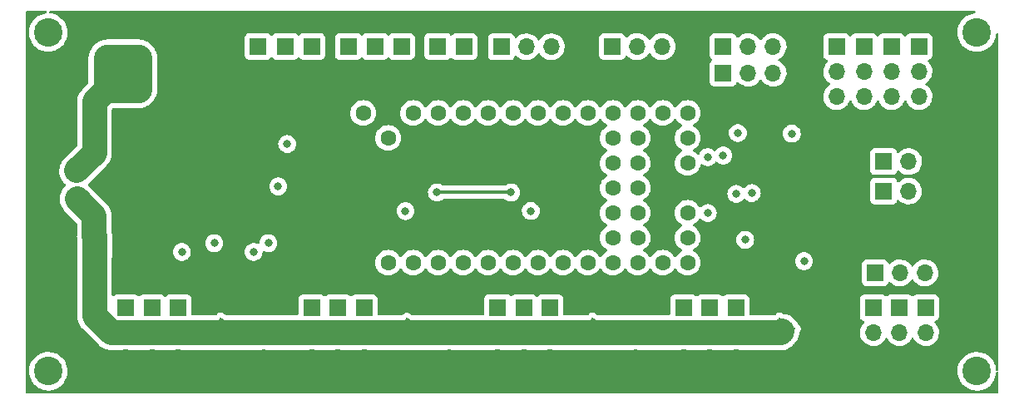
<source format=gbr>
%TF.GenerationSoftware,KiCad,Pcbnew,(6.0.1)*%
%TF.CreationDate,2022-01-24T17:08:06-05:00*%
%TF.ProjectId,zuko-teensy-motor-controller,7a756b6f-2d74-4656-956e-73792d6d6f74,rev?*%
%TF.SameCoordinates,Original*%
%TF.FileFunction,Copper,L4,Bot*%
%TF.FilePolarity,Positive*%
%FSLAX46Y46*%
G04 Gerber Fmt 4.6, Leading zero omitted, Abs format (unit mm)*
G04 Created by KiCad (PCBNEW (6.0.1)) date 2022-01-24 17:08:06*
%MOMM*%
%LPD*%
G01*
G04 APERTURE LIST*
G04 Aperture macros list*
%AMRoundRect*
0 Rectangle with rounded corners*
0 $1 Rounding radius*
0 $2 $3 $4 $5 $6 $7 $8 $9 X,Y pos of 4 corners*
0 Add a 4 corners polygon primitive as box body*
4,1,4,$2,$3,$4,$5,$6,$7,$8,$9,$2,$3,0*
0 Add four circle primitives for the rounded corners*
1,1,$1+$1,$2,$3*
1,1,$1+$1,$4,$5*
1,1,$1+$1,$6,$7*
1,1,$1+$1,$8,$9*
0 Add four rect primitives between the rounded corners*
20,1,$1+$1,$2,$3,$4,$5,0*
20,1,$1+$1,$4,$5,$6,$7,0*
20,1,$1+$1,$6,$7,$8,$9,0*
20,1,$1+$1,$8,$9,$2,$3,0*%
%AMRotRect*
0 Rectangle, with rotation*
0 The origin of the aperture is its center*
0 $1 length*
0 $2 width*
0 $3 Rotation angle, in degrees counterclockwise*
0 Add horizontal line*
21,1,$1,$2,0,0,$3*%
G04 Aperture macros list end*
%TA.AperFunction,ComponentPad*%
%ADD10R,1.700000X1.700000*%
%TD*%
%TA.AperFunction,ComponentPad*%
%ADD11O,1.700000X1.700000*%
%TD*%
%TA.AperFunction,ComponentPad*%
%ADD12RoundRect,1.500000X-1.500000X-1.500000X1.500000X-1.500000X1.500000X1.500000X-1.500000X1.500000X0*%
%TD*%
%TA.AperFunction,ComponentPad*%
%ADD13C,6.000000*%
%TD*%
%TA.AperFunction,ComponentPad*%
%ADD14C,2.900000*%
%TD*%
%TA.AperFunction,ComponentPad*%
%ADD15RotRect,2.000000X2.000000X325.000000*%
%TD*%
%TA.AperFunction,ComponentPad*%
%ADD16C,2.000000*%
%TD*%
%TA.AperFunction,ComponentPad*%
%ADD17C,1.600000*%
%TD*%
%TA.AperFunction,ViaPad*%
%ADD18C,0.800000*%
%TD*%
%TA.AperFunction,Conductor*%
%ADD19C,2.500000*%
%TD*%
%TA.AperFunction,Conductor*%
%ADD20C,0.330200*%
%TD*%
G04 APERTURE END LIST*
D10*
%TO.P,JP1,1,A*%
%TO.N,+BATT*%
X149047402Y-67836800D03*
D11*
%TO.P,JP1,2,C*%
%TO.N,Net-(J17-Pad2)*%
X151587402Y-67836800D03*
%TO.P,JP1,3,B*%
%TO.N,+AUX*%
X154127402Y-67836800D03*
%TD*%
D10*
%TO.P,J29,1,Pin_1*%
%TO.N,+3V3*%
X147932000Y-44800000D03*
D11*
%TO.P,J29,2,Pin_2*%
%TO.N,Net-(J29-Pad2)*%
X147932000Y-47340000D03*
%TO.P,J29,3,Pin_3*%
%TO.N,SW2*%
X147932000Y-49880000D03*
%TO.P,J29,4,Pin_4*%
%TO.N,GND*%
X147932000Y-52420000D03*
%TD*%
D12*
%TO.P,J4,1,Pin_1*%
%TO.N,Net-(J4-Pad1)*%
X72500000Y-47580200D03*
D13*
%TO.P,J4,2,Pin_2*%
%TO.N,GND*%
X79700000Y-47580200D03*
%TD*%
D14*
%TO.P,REF\u002A\u002A,1*%
%TO.N,N/C*%
X159414400Y-43351000D03*
%TD*%
D10*
%TO.P,J9,1,Pin_1*%
%TO.N,M8*%
X113299929Y-71375000D03*
D11*
%TO.P,J9,2,Pin_2*%
%TO.N,+BATT*%
X113299929Y-73915000D03*
%TO.P,J9,3,Pin_3*%
%TO.N,GND*%
X113299929Y-76455000D03*
%TD*%
D10*
%TO.P,J33,1,Pin_1*%
%TO.N,+5V*%
X111018400Y-44813600D03*
D11*
%TO.P,J33,2,Pin_2*%
%TO.N,Net-(J33-Pad2)*%
X113558400Y-44813600D03*
%TO.P,J33,3,Pin_3*%
%TO.N,Net-(J33-Pad3)*%
X116098400Y-44813600D03*
%TO.P,J33,4,Pin_4*%
%TO.N,GND*%
X118638400Y-44813600D03*
%TD*%
D10*
%TO.P,J22,1,Pin_1*%
%TO.N,AUX_M3*%
X154200000Y-71375000D03*
D11*
%TO.P,J22,2,Pin_2*%
%TO.N,Net-(J17-Pad2)*%
X154200000Y-73915000D03*
%TO.P,J22,3,Pin_3*%
%TO.N,GND*%
X154200000Y-76455000D03*
%TD*%
D10*
%TO.P,J7,1,Pin_1*%
%TO.N,M6*%
X97043929Y-71375000D03*
D11*
%TO.P,J7,2,Pin_2*%
%TO.N,+BATT*%
X97043929Y-73915000D03*
%TO.P,J7,3,Pin_3*%
%TO.N,GND*%
X97043929Y-76455000D03*
%TD*%
D15*
%TO.P,C2,1*%
%TO.N,+BATT*%
X82698998Y-73779830D03*
D16*
%TO.P,C2,2*%
%TO.N,GND*%
X86794758Y-76647712D03*
%TD*%
D10*
%TO.P,J15,1,Pin_1*%
%TO.N,+BATT*%
X86256800Y-44780000D03*
D11*
%TO.P,J15,2,Pin_2*%
%TO.N,GND*%
X86256800Y-47320000D03*
%TD*%
D10*
%TO.P,J16,1,Pin_1*%
%TO.N,+5V*%
X100843000Y-44780000D03*
D11*
%TO.P,J16,2,Pin_2*%
%TO.N,GND*%
X100843000Y-47320000D03*
%TD*%
D10*
%TO.P,J30,1,Pin_1*%
%TO.N,+3V3*%
X133600000Y-44800000D03*
D11*
%TO.P,J30,2,Pin_2*%
%TO.N,SDA1*%
X136140000Y-44800000D03*
%TO.P,J30,3,Pin_3*%
%TO.N,SDL1*%
X138680000Y-44800000D03*
%TO.P,J30,4,Pin_4*%
%TO.N,GND*%
X141220000Y-44800000D03*
%TD*%
D17*
%TO.P,U2,1,GND*%
%TO.N,GND*%
X96954602Y-66799400D03*
%TO.P,U2,2,0_RX1_CRX2_CS1*%
%TO.N,M1*%
X99494602Y-66799400D03*
%TO.P,U2,3,1_TX1_CTX2_MISO1*%
%TO.N,M2*%
X102034602Y-66799400D03*
%TO.P,U2,4,2_OUT2*%
%TO.N,M3*%
X104574602Y-66799400D03*
%TO.P,U2,5,3_LRCLK2*%
%TO.N,M4*%
X107114602Y-66799400D03*
%TO.P,U2,6,4_BCLK2*%
%TO.N,M5*%
X109654602Y-66799400D03*
%TO.P,U2,7,5_IN2*%
%TO.N,M6*%
X112194602Y-66799400D03*
%TO.P,U2,8,6_OUT1D*%
%TO.N,M7*%
X114734602Y-66799400D03*
%TO.P,U2,9,7_RX2_OUT1A*%
%TO.N,M8*%
X117274602Y-66799400D03*
%TO.P,U2,10,8_TX2_IN1*%
%TO.N,M9*%
X119814602Y-66799400D03*
%TO.P,U2,11,9_OUT1C*%
%TO.N,M10*%
X122354602Y-66799400D03*
%TO.P,U2,12,10_CS_MQSR*%
%TO.N,M11*%
X124894602Y-66799400D03*
%TO.P,U2,13,11_MOSI_CTX1*%
%TO.N,M12*%
X127434602Y-66799400D03*
%TO.P,U2,14,12_MISO_MQSL*%
%TO.N,AUX_M1*%
X129974602Y-66799400D03*
%TO.P,U2,15,VBAT*%
%TO.N,unconnected-(U2-Pad15)*%
X129974602Y-64259400D03*
%TO.P,U2,16,3V3*%
%TO.N,unconnected-(U2-Pad16)*%
X129974602Y-61719400D03*
%TO.P,U2,17,GND*%
%TO.N,GND*%
X129974602Y-59179400D03*
%TO.P,U2,18,PROGRAM*%
%TO.N,unconnected-(U2-Pad18)*%
X129974602Y-56639400D03*
%TO.P,U2,19,ON_OFF*%
%TO.N,unconnected-(U2-Pad19)*%
X129974602Y-54099400D03*
%TO.P,U2,20,13_SCK_CRX1_LED*%
%TO.N,unconnected-(U2-Pad20)*%
X129974602Y-51559400D03*
%TO.P,U2,21,14_A0_TX3_SPDIF_OUT*%
%TO.N,OUT4*%
X127434602Y-51559400D03*
%TO.P,U2,22,15_A1_RX3_SPDIF_IN*%
%TO.N,OUT3*%
X124894602Y-51559400D03*
%TO.P,U2,23,16_A2_RX4_SCL1*%
%TO.N,OUT2*%
X122354602Y-51559400D03*
%TO.P,U2,24,17_A3_TX4_SDA1*%
%TO.N,OUT1*%
X119814602Y-51559400D03*
%TO.P,U2,25,18_A4_SDA0*%
%TO.N,SDA0*%
X117274602Y-51559400D03*
%TO.P,U2,26,19_A5_SCL0*%
%TO.N,SCL0*%
X114734602Y-51559400D03*
%TO.P,U2,27,20_A6_TX5_LRCLK1*%
%TO.N,TX*%
X112194602Y-51559400D03*
%TO.P,U2,28,21_A7_RX5_BCLK1*%
%TO.N,RX*%
X109654602Y-51559400D03*
%TO.P,U2,29,22_A8_CTX1*%
%TO.N,CSENSE*%
X107114602Y-51559400D03*
%TO.P,U2,30,23_A9_CRX1_MCLK1*%
%TO.N,VSENSE*%
X104574602Y-51559400D03*
%TO.P,U2,31,3V3*%
%TO.N,+3V3*%
X102034602Y-51559400D03*
%TO.P,U2,32,GND*%
%TO.N,GND*%
X99494602Y-51559400D03*
%TO.P,U2,33,VIN*%
%TO.N,+5V*%
X96954602Y-51559400D03*
%TO.P,U2,34,VUSB*%
%TO.N,unconnected-(U2-Pad34)*%
X99494602Y-54099400D03*
%TO.P,U2,35,24_A10_TX6_SCL2*%
%TO.N,SDL1*%
X124894602Y-54099400D03*
%TO.P,U2,36,25_A11_RX6_SDA2*%
%TO.N,SDA1*%
X122354602Y-54099400D03*
%TO.P,U2,37,26_A12_MOSI1*%
%TO.N,NEO2*%
X124894602Y-56639400D03*
%TO.P,U2,38,27_A13_SCK1*%
%TO.N,NEO1*%
X122354602Y-56639400D03*
%TO.P,U2,39,28_RX7*%
%TO.N,SW1*%
X124894602Y-59179400D03*
%TO.P,U2,40,29_TX7*%
%TO.N,AUX_M3*%
X122354602Y-59179400D03*
%TO.P,U2,41,30_CRX3*%
%TO.N,SW3*%
X124894602Y-61719400D03*
%TO.P,U2,42,31_CTX3*%
%TO.N,SW2*%
X122354602Y-61719400D03*
%TO.P,U2,43,32_OUT1B*%
%TO.N,SW4*%
X124894602Y-64259400D03*
%TO.P,U2,44,33_MCLK2*%
%TO.N,AUX_M2*%
X122354602Y-64259400D03*
%TD*%
D10*
%TO.P,J31,1,Pin_1*%
%TO.N,+3V3*%
X150726000Y-44800000D03*
D11*
%TO.P,J31,2,Pin_2*%
%TO.N,Net-(J31-Pad2)*%
X150726000Y-47340000D03*
%TO.P,J31,3,Pin_3*%
%TO.N,SW3*%
X150726000Y-49880000D03*
%TO.P,J31,4,Pin_4*%
%TO.N,GND*%
X150726000Y-52420000D03*
%TD*%
D10*
%TO.P,J6,1,Pin_1*%
%TO.N,M5*%
X94376929Y-71375000D03*
D11*
%TO.P,J6,2,Pin_2*%
%TO.N,+BATT*%
X94376929Y-73915000D03*
%TO.P,J6,3,Pin_3*%
%TO.N,GND*%
X94376929Y-76455000D03*
%TD*%
D10*
%TO.P,J21,1,Pin_1*%
%TO.N,+BATT*%
X89000000Y-44780000D03*
D11*
%TO.P,J21,2,Pin_2*%
%TO.N,GND*%
X89000000Y-47320000D03*
%TD*%
D10*
%TO.P,J18,1,Pin_1*%
%TO.N,AUX_M2*%
X151533000Y-71375000D03*
D11*
%TO.P,J18,2,Pin_2*%
%TO.N,Net-(J17-Pad2)*%
X151533000Y-73915000D03*
%TO.P,J18,3,Pin_3*%
%TO.N,GND*%
X151533000Y-76455000D03*
%TD*%
D10*
%TO.P,J19,1,Pin_1*%
%TO.N,+5V*%
X98143000Y-44780000D03*
D11*
%TO.P,J19,2,Pin_2*%
%TO.N,GND*%
X98143000Y-47320000D03*
%TD*%
D10*
%TO.P,J26,1,Pin_1*%
%TO.N,+5V*%
X149935000Y-56500000D03*
D11*
%TO.P,J26,2,Pin_2*%
%TO.N,Net-(J26-Pad2)*%
X152475000Y-56500000D03*
%TO.P,J26,3,Pin_3*%
%TO.N,GND*%
X155015000Y-56500000D03*
%TD*%
D15*
%TO.P,C1,1*%
%TO.N,+BATT*%
X139588934Y-73779830D03*
D16*
%TO.P,C1,2*%
%TO.N,GND*%
X143684694Y-76647712D03*
%TD*%
D10*
%TO.P,J2,1,Pin_1*%
%TO.N,M2*%
X75453929Y-71375000D03*
D11*
%TO.P,J2,2,Pin_2*%
%TO.N,+BATT*%
X75453929Y-73915000D03*
%TO.P,J2,3,Pin_3*%
%TO.N,GND*%
X75453929Y-76455000D03*
%TD*%
D10*
%TO.P,J12,1,Pin_1*%
%TO.N,M11*%
X132222929Y-71375000D03*
D11*
%TO.P,J12,2,Pin_2*%
%TO.N,+BATT*%
X132222929Y-73915000D03*
%TO.P,J12,3,Pin_3*%
%TO.N,GND*%
X132222929Y-76455000D03*
%TD*%
D10*
%TO.P,J14,1,Pin_1*%
%TO.N,+5V*%
X95443000Y-44780000D03*
D11*
%TO.P,J14,2,Pin_2*%
%TO.N,GND*%
X95443000Y-47320000D03*
%TD*%
D10*
%TO.P,J23,1,Pin_1*%
%TO.N,+BATT*%
X91743200Y-44780000D03*
D11*
%TO.P,J23,2,Pin_2*%
%TO.N,GND*%
X91743200Y-47320000D03*
%TD*%
D10*
%TO.P,J5,1,Pin_1*%
%TO.N,M4*%
X91709929Y-71375000D03*
D11*
%TO.P,J5,2,Pin_2*%
%TO.N,+BATT*%
X91709929Y-73915000D03*
%TO.P,J5,3,Pin_3*%
%TO.N,GND*%
X91709929Y-76455000D03*
%TD*%
D10*
%TO.P,J25,1,Pin_1*%
%TO.N,+5V*%
X149920000Y-59500000D03*
D11*
%TO.P,J25,2,Pin_2*%
%TO.N,Net-(J25-Pad2)*%
X152460000Y-59500000D03*
%TO.P,J25,3,Pin_3*%
%TO.N,GND*%
X155000000Y-59500000D03*
%TD*%
D10*
%TO.P,J10,1,Pin_1*%
%TO.N,M9*%
X115966929Y-71390011D03*
D11*
%TO.P,J10,2,Pin_2*%
%TO.N,+BATT*%
X115966929Y-73930011D03*
%TO.P,J10,3,Pin_3*%
%TO.N,GND*%
X115966929Y-76470011D03*
%TD*%
D14*
%TO.P,REF\u002A\u002A,1*%
%TO.N,N/C*%
X159414400Y-77851000D03*
%TD*%
D10*
%TO.P,J27,1,Pin_1*%
%TO.N,+3V3*%
X145138000Y-44800000D03*
D11*
%TO.P,J27,2,Pin_2*%
%TO.N,Net-(J27-Pad2)*%
X145138000Y-47340000D03*
%TO.P,J27,3,Pin_3*%
%TO.N,SW1*%
X145138000Y-49880000D03*
%TO.P,J27,4,Pin_4*%
%TO.N,GND*%
X145138000Y-52420000D03*
%TD*%
D10*
%TO.P,J24,1,Pin_1*%
%TO.N,+3V3*%
X122300000Y-44800000D03*
D11*
%TO.P,J24,2,Pin_2*%
%TO.N,SDA0*%
X124840000Y-44800000D03*
%TO.P,J24,3,Pin_3*%
%TO.N,SCL0*%
X127380000Y-44800000D03*
%TO.P,J24,4,Pin_4*%
%TO.N,GND*%
X129920000Y-44800000D03*
%TD*%
D10*
%TO.P,J32,1,Pin_1*%
%TO.N,+3V3*%
X153520000Y-44800000D03*
D11*
%TO.P,J32,2,Pin_2*%
%TO.N,Net-(J32-Pad2)*%
X153520000Y-47340000D03*
%TO.P,J32,3,Pin_3*%
%TO.N,SW4*%
X153520000Y-49880000D03*
%TO.P,J32,4,Pin_4*%
%TO.N,GND*%
X153520000Y-52420000D03*
%TD*%
D10*
%TO.P,J8,1,Pin_1*%
%TO.N,M7*%
X110632929Y-71359989D03*
D11*
%TO.P,J8,2,Pin_2*%
%TO.N,+BATT*%
X110632929Y-73899989D03*
%TO.P,J8,3,Pin_3*%
%TO.N,GND*%
X110632929Y-76439989D03*
%TD*%
D10*
%TO.P,J28,1,Pin_1*%
%TO.N,+3V3*%
X133600000Y-47490000D03*
D11*
%TO.P,J28,2,Pin_2*%
%TO.N,SDA1*%
X136140000Y-47490000D03*
%TO.P,J28,3,Pin_3*%
%TO.N,SDL1*%
X138680000Y-47490000D03*
%TO.P,J28,4,Pin_4*%
%TO.N,GND*%
X141220000Y-47490000D03*
%TD*%
D10*
%TO.P,J1,1,Pin_1*%
%TO.N,M1*%
X72786929Y-71375000D03*
D11*
%TO.P,J1,2,Pin_2*%
%TO.N,+BATT*%
X72786929Y-73915000D03*
%TO.P,J1,3,Pin_3*%
%TO.N,GND*%
X72786929Y-76455000D03*
%TD*%
D10*
%TO.P,J34,1,Pin_1*%
%TO.N,+AUX*%
X107243000Y-44800000D03*
D11*
%TO.P,J34,2,Pin_2*%
%TO.N,GND*%
X107243000Y-47340000D03*
%TD*%
D10*
%TO.P,J17,1,Pin_1*%
%TO.N,AUX_M1*%
X148866000Y-71375000D03*
D11*
%TO.P,J17,2,Pin_2*%
%TO.N,Net-(J17-Pad2)*%
X148866000Y-73915000D03*
%TO.P,J17,3,Pin_3*%
%TO.N,GND*%
X148866000Y-76455000D03*
%TD*%
D15*
%TO.P,C4,1*%
%TO.N,+BATT*%
X101621998Y-73788000D03*
D16*
%TO.P,C4,2*%
%TO.N,GND*%
X105717758Y-76655882D03*
%TD*%
D15*
%TO.P,C3,1*%
%TO.N,+BATT*%
X120538934Y-73779830D03*
D16*
%TO.P,C3,2*%
%TO.N,GND*%
X124634694Y-76647712D03*
%TD*%
D14*
%TO.P,REF\u002A\u002A,1*%
%TO.N,N/C*%
X64897200Y-77851000D03*
%TD*%
D10*
%TO.P,J20,1,Pin_1*%
%TO.N,+AUX*%
X104543000Y-44775000D03*
D11*
%TO.P,J20,2,Pin_2*%
%TO.N,GND*%
X104543000Y-47315000D03*
%TD*%
D10*
%TO.P,J3,1,Pin_1*%
%TO.N,M3*%
X78120929Y-71390011D03*
D11*
%TO.P,J3,2,Pin_2*%
%TO.N,+BATT*%
X78120929Y-73930011D03*
%TO.P,J3,3,Pin_3*%
%TO.N,GND*%
X78120929Y-76470011D03*
%TD*%
D14*
%TO.P,REF\u002A\u002A,1*%
%TO.N,N/C*%
X64897200Y-43351000D03*
%TD*%
D10*
%TO.P,J11,1,Pin_1*%
%TO.N,M10*%
X129555929Y-71375000D03*
D11*
%TO.P,J11,2,Pin_2*%
%TO.N,+BATT*%
X129555929Y-73915000D03*
%TO.P,J11,3,Pin_3*%
%TO.N,GND*%
X129555929Y-76455000D03*
%TD*%
D10*
%TO.P,J13,1,Pin_1*%
%TO.N,M12*%
X134889929Y-71375000D03*
D11*
%TO.P,J13,2,Pin_2*%
%TO.N,+BATT*%
X134889929Y-73915000D03*
%TO.P,J13,3,Pin_3*%
%TO.N,GND*%
X134889929Y-76455000D03*
%TD*%
D18*
%TO.N,+BATT*%
X80235000Y-73915000D03*
X69610000Y-68090000D03*
X125135000Y-73915000D03*
X99095000Y-73915000D03*
X105895000Y-73915000D03*
X69610000Y-62090000D03*
X69610000Y-66000000D03*
X69610000Y-70290000D03*
X127075000Y-73915000D03*
X67840000Y-60300000D03*
X137215000Y-73915000D03*
X104215000Y-73915000D03*
X86985000Y-73915000D03*
X123275000Y-73915000D03*
X69610000Y-72210000D03*
X69610000Y-64130000D03*
X118255000Y-73915000D03*
X89055000Y-73915000D03*
X85275000Y-73915000D03*
X108095000Y-73915000D03*
X70875000Y-73275000D03*
%TO.N,M1*%
X85800000Y-65700000D03*
X78500000Y-65700000D03*
%TO.N,GND*%
X87650000Y-69280000D03*
X66050000Y-53840000D03*
X70070000Y-76970000D03*
X157710000Y-68290000D03*
X77040000Y-43230000D03*
X120960000Y-69100000D03*
X67500000Y-46060000D03*
X75937500Y-62100000D03*
X66000000Y-69180000D03*
X65900000Y-48450000D03*
X65980000Y-62010000D03*
X151980000Y-64580000D03*
X117910000Y-63190000D03*
X90070000Y-67580000D03*
X92470000Y-54710000D03*
X117890000Y-61670000D03*
X69470000Y-43040000D03*
X160290000Y-73380000D03*
X160260000Y-47950000D03*
X66170000Y-73460000D03*
X65980000Y-64580000D03*
X77499997Y-56100000D03*
X144434992Y-62654993D03*
X67900000Y-75240000D03*
%TO.N,M2*%
X87300000Y-64800000D03*
X81800000Y-64800000D03*
%TO.N,+5V*%
X112010000Y-59650000D03*
X104460000Y-59640000D03*
%TO.N,+3V3*%
X140580000Y-53660000D03*
X101260000Y-61540000D03*
X135090000Y-53590000D03*
%TO.N,Net-(J27-Pad2)*%
X133605000Y-55885000D03*
%TO.N,SW3*%
X132030000Y-61730000D03*
%TO.N,SW4*%
X135830000Y-64460000D03*
%TO.N,RX*%
X114010000Y-61520000D03*
%TO.N,Net-(J4-Pad1)*%
X67780000Y-57450000D03*
X69560000Y-55435000D03*
%TO.N,VSENSE*%
X89220000Y-54710000D03*
%TO.N,CSENSE*%
X88300000Y-59020000D03*
%TO.N,NEO1*%
X141830000Y-66630000D03*
%TO.N,OUT2*%
X132030000Y-56040000D03*
%TO.N,OUT3*%
X134927917Y-59783789D03*
%TO.N,OUT4*%
X136510000Y-59700000D03*
%TD*%
D19*
%TO.N,Net-(J4-Pad1)*%
X69600000Y-50380000D02*
X69600000Y-55630000D01*
X69600000Y-55630000D02*
X67780000Y-57450000D01*
X72399800Y-47580200D02*
X69600000Y-50380000D01*
X72500000Y-47580200D02*
X72399800Y-47580200D01*
%TO.N,+BATT*%
X71100000Y-73700000D02*
X69600000Y-72200000D01*
X72786929Y-73915000D02*
X80235000Y-73915000D01*
X85275000Y-73915000D02*
X86985000Y-73915000D01*
X89055000Y-73915000D02*
X99095000Y-73915000D01*
X125135000Y-73915000D02*
X127075000Y-73915000D01*
X69640000Y-64130000D02*
X69580000Y-64070000D01*
X80235000Y-73915000D02*
X85275000Y-73915000D01*
X72786929Y-73915000D02*
X71315000Y-73915000D01*
X123275000Y-73915000D02*
X125135000Y-73915000D01*
X127075000Y-73915000D02*
X137215000Y-73915000D01*
X118255000Y-73915000D02*
X123275000Y-73915000D01*
X69640000Y-65970000D02*
X69610000Y-66000000D01*
X69580000Y-62040000D02*
X67840000Y-60300000D01*
X99095000Y-73915000D02*
X104215000Y-73915000D01*
X139453764Y-73915000D02*
X139588934Y-73779830D01*
X104215000Y-73915000D02*
X105895000Y-73915000D01*
X69610000Y-68040000D02*
X69610000Y-66000000D01*
X108095000Y-73915000D02*
X118255000Y-73915000D01*
X105895000Y-73915000D02*
X108095000Y-73915000D01*
X69640000Y-64130000D02*
X69640000Y-65970000D01*
X69600000Y-72200000D02*
X69600000Y-70290000D01*
X69580000Y-64070000D02*
X69580000Y-62040000D01*
X69600000Y-70290000D02*
X69600000Y-68150000D01*
X86985000Y-73915000D02*
X89055000Y-73915000D01*
X71315000Y-73915000D02*
X71100000Y-73700000D01*
X137215000Y-73915000D02*
X139453764Y-73915000D01*
D20*
%TO.N,+5V*%
X104460000Y-59640000D02*
X112000000Y-59640000D01*
X112000000Y-59640000D02*
X112010000Y-59650000D01*
%TD*%
%TA.AperFunction,Conductor*%
%TO.N,GND*%
G36*
X64697822Y-41173002D02*
G01*
X64744315Y-41226658D01*
X64754419Y-41296932D01*
X64724925Y-41361512D01*
X64665199Y-41399896D01*
X64651080Y-41402841D01*
X64651108Y-41402980D01*
X64383456Y-41456219D01*
X64383451Y-41456220D01*
X64379084Y-41457089D01*
X64374881Y-41458565D01*
X64121607Y-41547508D01*
X64121604Y-41547509D01*
X64117399Y-41548986D01*
X64113446Y-41551039D01*
X64113440Y-41551042D01*
X63973934Y-41623510D01*
X63871273Y-41676838D01*
X63867658Y-41679421D01*
X63867652Y-41679425D01*
X63724871Y-41781458D01*
X63645616Y-41838095D01*
X63444932Y-42029538D01*
X63273225Y-42247348D01*
X63270993Y-42251190D01*
X63270990Y-42251195D01*
X63136158Y-42483324D01*
X63136155Y-42483330D01*
X63133920Y-42487178D01*
X63132246Y-42491311D01*
X63031471Y-42740112D01*
X63031468Y-42740120D01*
X63029798Y-42744244D01*
X62962935Y-43013417D01*
X62934666Y-43289325D01*
X62934841Y-43293777D01*
X62942796Y-43496233D01*
X62945555Y-43566464D01*
X62956819Y-43628139D01*
X62993110Y-43826849D01*
X62995384Y-43839303D01*
X63083160Y-44102400D01*
X63085152Y-44106387D01*
X63085153Y-44106389D01*
X63166796Y-44269782D01*
X63207130Y-44350504D01*
X63364823Y-44578666D01*
X63380959Y-44596122D01*
X63550074Y-44779070D01*
X63550079Y-44779075D01*
X63553090Y-44782332D01*
X63768175Y-44957439D01*
X64005788Y-45100494D01*
X64009883Y-45102228D01*
X64009885Y-45102229D01*
X64257086Y-45206905D01*
X64257093Y-45206907D01*
X64261187Y-45208641D01*
X64359960Y-45234830D01*
X64524979Y-45278585D01*
X64524984Y-45278586D01*
X64529276Y-45279724D01*
X64533685Y-45280246D01*
X64533691Y-45280247D01*
X64711403Y-45301280D01*
X64804706Y-45312323D01*
X65081982Y-45305789D01*
X65190780Y-45287680D01*
X65351181Y-45260982D01*
X65351185Y-45260981D01*
X65355571Y-45260251D01*
X65359812Y-45258910D01*
X65359815Y-45258909D01*
X65615768Y-45177962D01*
X65615770Y-45177961D01*
X65620014Y-45176619D01*
X65624025Y-45174693D01*
X65624030Y-45174691D01*
X65866016Y-45058491D01*
X65866017Y-45058490D01*
X65870035Y-45056561D01*
X66022593Y-44954625D01*
X66096937Y-44904950D01*
X66096941Y-44904947D01*
X66100645Y-44902472D01*
X66307243Y-44717427D01*
X66485707Y-44505118D01*
X66632476Y-44269782D01*
X66744622Y-44016113D01*
X66762704Y-43952001D01*
X66788329Y-43861140D01*
X66819907Y-43749173D01*
X66833697Y-43646507D01*
X66856401Y-43477471D01*
X66856402Y-43477463D01*
X66856828Y-43474289D01*
X66857431Y-43455100D01*
X66860602Y-43354222D01*
X66860602Y-43354217D01*
X66860703Y-43351000D01*
X66841114Y-43074340D01*
X66782740Y-42803200D01*
X66686743Y-42542990D01*
X66658859Y-42491311D01*
X66557153Y-42302818D01*
X66555040Y-42298902D01*
X66390259Y-42075807D01*
X66387140Y-42072638D01*
X66387136Y-42072634D01*
X66294315Y-41978343D01*
X66195688Y-41878155D01*
X66192148Y-41875453D01*
X65978753Y-41712595D01*
X65978749Y-41712592D01*
X65975208Y-41709890D01*
X65733219Y-41574369D01*
X65729070Y-41572764D01*
X65729066Y-41572762D01*
X65573864Y-41512720D01*
X65474549Y-41474298D01*
X65470224Y-41473295D01*
X65470219Y-41473294D01*
X65361929Y-41448194D01*
X65204360Y-41411671D01*
X65121910Y-41404530D01*
X65055769Y-41378725D01*
X65014079Y-41321257D01*
X65010077Y-41250374D01*
X65045032Y-41188579D01*
X65107848Y-41155492D01*
X65132782Y-41153000D01*
X159146901Y-41153000D01*
X159215022Y-41173002D01*
X159261515Y-41226658D01*
X159271619Y-41296932D01*
X159242125Y-41361512D01*
X159182399Y-41399896D01*
X159168280Y-41402841D01*
X159168308Y-41402980D01*
X158900656Y-41456219D01*
X158900651Y-41456220D01*
X158896284Y-41457089D01*
X158892081Y-41458565D01*
X158638807Y-41547508D01*
X158638804Y-41547509D01*
X158634599Y-41548986D01*
X158630646Y-41551039D01*
X158630640Y-41551042D01*
X158491134Y-41623510D01*
X158388473Y-41676838D01*
X158384858Y-41679421D01*
X158384852Y-41679425D01*
X158242071Y-41781458D01*
X158162816Y-41838095D01*
X157962132Y-42029538D01*
X157790425Y-42247348D01*
X157788193Y-42251190D01*
X157788190Y-42251195D01*
X157653358Y-42483324D01*
X157653355Y-42483330D01*
X157651120Y-42487178D01*
X157649446Y-42491311D01*
X157548671Y-42740112D01*
X157548668Y-42740120D01*
X157546998Y-42744244D01*
X157480135Y-43013417D01*
X157451866Y-43289325D01*
X157452041Y-43293777D01*
X157459996Y-43496233D01*
X157462755Y-43566464D01*
X157474019Y-43628139D01*
X157510310Y-43826849D01*
X157512584Y-43839303D01*
X157600360Y-44102400D01*
X157602352Y-44106387D01*
X157602353Y-44106389D01*
X157683996Y-44269782D01*
X157724330Y-44350504D01*
X157882023Y-44578666D01*
X157898159Y-44596122D01*
X158067274Y-44779070D01*
X158067279Y-44779075D01*
X158070290Y-44782332D01*
X158285375Y-44957439D01*
X158522988Y-45100494D01*
X158527083Y-45102228D01*
X158527085Y-45102229D01*
X158774286Y-45206905D01*
X158774293Y-45206907D01*
X158778387Y-45208641D01*
X158877160Y-45234830D01*
X159042179Y-45278585D01*
X159042184Y-45278586D01*
X159046476Y-45279724D01*
X159050885Y-45280246D01*
X159050891Y-45280247D01*
X159228603Y-45301280D01*
X159321906Y-45312323D01*
X159599182Y-45305789D01*
X159707980Y-45287680D01*
X159868381Y-45260982D01*
X159868385Y-45260981D01*
X159872771Y-45260251D01*
X159877012Y-45258910D01*
X159877015Y-45258909D01*
X160132968Y-45177962D01*
X160132970Y-45177961D01*
X160137214Y-45176619D01*
X160141225Y-45174693D01*
X160141230Y-45174691D01*
X160383216Y-45058491D01*
X160383217Y-45058490D01*
X160387235Y-45056561D01*
X160539793Y-44954625D01*
X160614137Y-44904950D01*
X160614141Y-44904947D01*
X160617845Y-44902472D01*
X160824443Y-44717427D01*
X161002907Y-44505118D01*
X161149676Y-44269782D01*
X161261822Y-44016113D01*
X161279904Y-43952001D01*
X161305529Y-43861140D01*
X161337107Y-43749173D01*
X161369521Y-43507844D01*
X161398414Y-43442992D01*
X161457781Y-43404056D01*
X161528774Y-43403397D01*
X161588854Y-43441224D01*
X161618946Y-43505528D01*
X161620400Y-43524617D01*
X161620400Y-77712337D01*
X161600398Y-77780458D01*
X161546742Y-77826951D01*
X161476468Y-77837055D01*
X161411888Y-77807561D01*
X161373504Y-77747835D01*
X161368715Y-77721236D01*
X161358629Y-77578792D01*
X161358314Y-77574340D01*
X161299940Y-77303200D01*
X161203943Y-77042990D01*
X161176059Y-76991311D01*
X161074353Y-76802818D01*
X161072240Y-76798902D01*
X160907459Y-76575807D01*
X160904340Y-76572638D01*
X160904336Y-76572634D01*
X160811515Y-76478343D01*
X160712888Y-76378155D01*
X160709348Y-76375453D01*
X160495953Y-76212595D01*
X160495949Y-76212592D01*
X160492408Y-76209890D01*
X160250419Y-76074369D01*
X160246270Y-76072764D01*
X160246266Y-76072762D01*
X160091064Y-76012720D01*
X159991749Y-75974298D01*
X159987424Y-75973295D01*
X159987419Y-75973294D01*
X159879129Y-75948194D01*
X159721560Y-75911671D01*
X159445241Y-75887739D01*
X159440806Y-75887983D01*
X159440802Y-75887983D01*
X159172751Y-75902735D01*
X159172744Y-75902736D01*
X159168308Y-75902980D01*
X159033317Y-75929831D01*
X158900656Y-75956219D01*
X158900651Y-75956220D01*
X158896284Y-75957089D01*
X158892081Y-75958565D01*
X158638807Y-76047508D01*
X158638804Y-76047509D01*
X158634599Y-76048986D01*
X158630646Y-76051039D01*
X158630640Y-76051042D01*
X158491134Y-76123510D01*
X158388473Y-76176838D01*
X158384858Y-76179421D01*
X158384852Y-76179425D01*
X158242071Y-76281458D01*
X158162816Y-76338095D01*
X157962132Y-76529538D01*
X157790425Y-76747348D01*
X157788193Y-76751190D01*
X157788190Y-76751195D01*
X157653358Y-76983324D01*
X157653355Y-76983330D01*
X157651120Y-76987178D01*
X157649446Y-76991311D01*
X157548671Y-77240112D01*
X157548668Y-77240120D01*
X157546998Y-77244244D01*
X157480135Y-77513417D01*
X157451866Y-77789325D01*
X157462755Y-78066464D01*
X157512584Y-78339303D01*
X157600360Y-78602400D01*
X157602352Y-78606387D01*
X157602353Y-78606389D01*
X157683996Y-78769782D01*
X157724330Y-78850504D01*
X157882023Y-79078666D01*
X157885045Y-79081935D01*
X158067274Y-79279070D01*
X158067279Y-79279075D01*
X158070290Y-79282332D01*
X158285375Y-79457439D01*
X158522988Y-79600494D01*
X158527083Y-79602228D01*
X158527085Y-79602229D01*
X158774286Y-79706905D01*
X158774293Y-79706907D01*
X158778387Y-79708641D01*
X158877160Y-79734830D01*
X159042179Y-79778585D01*
X159042184Y-79778586D01*
X159046476Y-79779724D01*
X159050885Y-79780246D01*
X159050891Y-79780247D01*
X159231063Y-79801571D01*
X159321906Y-79812323D01*
X159599182Y-79805789D01*
X159685418Y-79791435D01*
X159868381Y-79760982D01*
X159868385Y-79760981D01*
X159872771Y-79760251D01*
X159877012Y-79758910D01*
X159877015Y-79758909D01*
X160132968Y-79677962D01*
X160132970Y-79677961D01*
X160137214Y-79676619D01*
X160141225Y-79674693D01*
X160141230Y-79674691D01*
X160383216Y-79558491D01*
X160383217Y-79558490D01*
X160387235Y-79556561D01*
X160539793Y-79454625D01*
X160614137Y-79404950D01*
X160614141Y-79404947D01*
X160617845Y-79402472D01*
X160824443Y-79217427D01*
X161002907Y-79005118D01*
X161149676Y-78769782D01*
X161261822Y-78516113D01*
X161337107Y-78249173D01*
X161369521Y-78007844D01*
X161398414Y-77942992D01*
X161457781Y-77904056D01*
X161528774Y-77903397D01*
X161588854Y-77941224D01*
X161618946Y-78005528D01*
X161620400Y-78024617D01*
X161620400Y-80011000D01*
X161600398Y-80079121D01*
X161546742Y-80125614D01*
X161494400Y-80137000D01*
X62762400Y-80137000D01*
X62694279Y-80116998D01*
X62647786Y-80063342D01*
X62636400Y-80011000D01*
X62636400Y-77789325D01*
X62934666Y-77789325D01*
X62945555Y-78066464D01*
X62995384Y-78339303D01*
X63083160Y-78602400D01*
X63085152Y-78606387D01*
X63085153Y-78606389D01*
X63166796Y-78769782D01*
X63207130Y-78850504D01*
X63364823Y-79078666D01*
X63367845Y-79081935D01*
X63550074Y-79279070D01*
X63550079Y-79279075D01*
X63553090Y-79282332D01*
X63768175Y-79457439D01*
X64005788Y-79600494D01*
X64009883Y-79602228D01*
X64009885Y-79602229D01*
X64257086Y-79706905D01*
X64257093Y-79706907D01*
X64261187Y-79708641D01*
X64359960Y-79734830D01*
X64524979Y-79778585D01*
X64524984Y-79778586D01*
X64529276Y-79779724D01*
X64533685Y-79780246D01*
X64533691Y-79780247D01*
X64713863Y-79801571D01*
X64804706Y-79812323D01*
X65081982Y-79805789D01*
X65168218Y-79791435D01*
X65351181Y-79760982D01*
X65351185Y-79760981D01*
X65355571Y-79760251D01*
X65359812Y-79758910D01*
X65359815Y-79758909D01*
X65615768Y-79677962D01*
X65615770Y-79677961D01*
X65620014Y-79676619D01*
X65624025Y-79674693D01*
X65624030Y-79674691D01*
X65866016Y-79558491D01*
X65866017Y-79558490D01*
X65870035Y-79556561D01*
X66022593Y-79454625D01*
X66096937Y-79404950D01*
X66096941Y-79404947D01*
X66100645Y-79402472D01*
X66307243Y-79217427D01*
X66485707Y-79005118D01*
X66632476Y-78769782D01*
X66744622Y-78516113D01*
X66819907Y-78249173D01*
X66845045Y-78062015D01*
X66856401Y-77977471D01*
X66856402Y-77977463D01*
X66856828Y-77974289D01*
X66857867Y-77941224D01*
X66860602Y-77854222D01*
X66860602Y-77854217D01*
X66860703Y-77851000D01*
X66841114Y-77574340D01*
X66782740Y-77303200D01*
X66686743Y-77042990D01*
X66658859Y-76991311D01*
X66557153Y-76802818D01*
X66555040Y-76798902D01*
X66390259Y-76575807D01*
X66387140Y-76572638D01*
X66387136Y-76572634D01*
X66294315Y-76478343D01*
X66195688Y-76378155D01*
X66192148Y-76375453D01*
X65978753Y-76212595D01*
X65978749Y-76212592D01*
X65975208Y-76209890D01*
X65733219Y-76074369D01*
X65729070Y-76072764D01*
X65729066Y-76072762D01*
X65573864Y-76012720D01*
X65474549Y-75974298D01*
X65470224Y-75973295D01*
X65470219Y-75973294D01*
X65361929Y-75948194D01*
X65204360Y-75911671D01*
X64928041Y-75887739D01*
X64923606Y-75887983D01*
X64923602Y-75887983D01*
X64655551Y-75902735D01*
X64655544Y-75902736D01*
X64651108Y-75902980D01*
X64516117Y-75929831D01*
X64383456Y-75956219D01*
X64383451Y-75956220D01*
X64379084Y-75957089D01*
X64374881Y-75958565D01*
X64121607Y-76047508D01*
X64121604Y-76047509D01*
X64117399Y-76048986D01*
X64113446Y-76051039D01*
X64113440Y-76051042D01*
X63973934Y-76123510D01*
X63871273Y-76176838D01*
X63867658Y-76179421D01*
X63867652Y-76179425D01*
X63724871Y-76281458D01*
X63645616Y-76338095D01*
X63444932Y-76529538D01*
X63273225Y-76747348D01*
X63270993Y-76751190D01*
X63270990Y-76751195D01*
X63136158Y-76983324D01*
X63136155Y-76983330D01*
X63133920Y-76987178D01*
X63132246Y-76991311D01*
X63031471Y-77240112D01*
X63031468Y-77240120D01*
X63029798Y-77244244D01*
X62962935Y-77513417D01*
X62934666Y-77789325D01*
X62636400Y-77789325D01*
X62636400Y-57373080D01*
X66018247Y-57373080D01*
X66026230Y-57634329D01*
X66027063Y-57638934D01*
X66027063Y-57638937D01*
X66040503Y-57713261D01*
X66072738Y-57891528D01*
X66074241Y-57895955D01*
X66155249Y-58134598D01*
X66155252Y-58134604D01*
X66156753Y-58139027D01*
X66276428Y-58371390D01*
X66279161Y-58375187D01*
X66279162Y-58375188D01*
X66413544Y-58561857D01*
X66429133Y-58583512D01*
X66538993Y-58696286D01*
X66597845Y-58756699D01*
X66611515Y-58770732D01*
X66615228Y-58773555D01*
X66615232Y-58773559D01*
X66651302Y-58800987D01*
X66693420Y-58858142D01*
X66697951Y-58928993D01*
X66662958Y-58991538D01*
X66519268Y-59131515D01*
X66516434Y-59135242D01*
X66516433Y-59135243D01*
X66364741Y-59334729D01*
X66361062Y-59339567D01*
X66358819Y-59343656D01*
X66274886Y-59496646D01*
X66235346Y-59568717D01*
X66144881Y-59813932D01*
X66091655Y-60069826D01*
X66085847Y-60172113D01*
X66077103Y-60326100D01*
X66077103Y-60326107D01*
X66076838Y-60330776D01*
X66089633Y-60470032D01*
X66096446Y-60544171D01*
X66100753Y-60591050D01*
X66162877Y-60844930D01*
X66164650Y-60849263D01*
X66164650Y-60849264D01*
X66166488Y-60853757D01*
X66261845Y-61086839D01*
X66395481Y-61311463D01*
X66533526Y-61480421D01*
X67784595Y-62731490D01*
X67818621Y-62793802D01*
X67821500Y-62820585D01*
X67821500Y-64015103D01*
X67821297Y-64022246D01*
X67817103Y-64096100D01*
X67817103Y-64096107D01*
X67816838Y-64100776D01*
X67824240Y-64181329D01*
X67827287Y-64214489D01*
X67827469Y-64216668D01*
X67835939Y-64330652D01*
X67836971Y-64335211D01*
X67837516Y-64337619D01*
X67840097Y-64353911D01*
X67840753Y-64361050D01*
X67841865Y-64365594D01*
X67867911Y-64472039D01*
X67868415Y-64474177D01*
X67878393Y-64518270D01*
X67881500Y-64546080D01*
X67881500Y-65640179D01*
X67879409Y-65661905D01*
X67878968Y-65663521D01*
X67878418Y-65668166D01*
X67878417Y-65668173D01*
X67878127Y-65670627D01*
X67875122Y-65686843D01*
X67873359Y-65693783D01*
X67872891Y-65698434D01*
X67861915Y-65807428D01*
X67861676Y-65809613D01*
X67852171Y-65889928D01*
X67848247Y-65923080D01*
X67849363Y-65959611D01*
X67851441Y-66027606D01*
X67851500Y-66031454D01*
X67851500Y-67955228D01*
X67850866Y-67967852D01*
X67841500Y-68060867D01*
X67841500Y-72145103D01*
X67841297Y-72152246D01*
X67837103Y-72226100D01*
X67837103Y-72226107D01*
X67836838Y-72230776D01*
X67843075Y-72298649D01*
X67847287Y-72344489D01*
X67847469Y-72346668D01*
X67855939Y-72460652D01*
X67856971Y-72465211D01*
X67857516Y-72467619D01*
X67860097Y-72483911D01*
X67860753Y-72491050D01*
X67861865Y-72495594D01*
X67887914Y-72602051D01*
X67888418Y-72604190D01*
X67913623Y-72715577D01*
X67915314Y-72719926D01*
X67915317Y-72719935D01*
X67916218Y-72722251D01*
X67921172Y-72737964D01*
X67922877Y-72744930D01*
X67924652Y-72749267D01*
X67924652Y-72749269D01*
X67966141Y-72850683D01*
X67966956Y-72852725D01*
X67993697Y-72921488D01*
X68008353Y-72959177D01*
X68010674Y-72963238D01*
X68011910Y-72965401D01*
X68019131Y-72980206D01*
X68021845Y-72986839D01*
X68080288Y-73085075D01*
X68081352Y-73086899D01*
X68114745Y-73145324D01*
X68138049Y-73186098D01*
X68142481Y-73191720D01*
X68151809Y-73205291D01*
X68155481Y-73211463D01*
X68158428Y-73215071D01*
X68158433Y-73215077D01*
X68227790Y-73299965D01*
X68229163Y-73301677D01*
X68299862Y-73391357D01*
X68303264Y-73394557D01*
X68376053Y-73463030D01*
X68378815Y-73465710D01*
X69793522Y-74880416D01*
X69793526Y-74880421D01*
X70032727Y-75119622D01*
X70037635Y-75124816D01*
X70090018Y-75183506D01*
X70166221Y-75246883D01*
X70177838Y-75256545D01*
X70179490Y-75257943D01*
X70266071Y-75332546D01*
X70272124Y-75336365D01*
X70285455Y-75346051D01*
X70287375Y-75347648D01*
X70287383Y-75347654D01*
X70290970Y-75350637D01*
X70305607Y-75359519D01*
X70388679Y-75409929D01*
X70390548Y-75411086D01*
X70437109Y-75440463D01*
X70487119Y-75472017D01*
X70491396Y-75473899D01*
X70491398Y-75473900D01*
X70493673Y-75474901D01*
X70508290Y-75482510D01*
X70514419Y-75486229D01*
X70518733Y-75488038D01*
X70619748Y-75530397D01*
X70621769Y-75531265D01*
X70726355Y-75577284D01*
X70730862Y-75578513D01*
X70730871Y-75578516D01*
X70733271Y-75579170D01*
X70748848Y-75584533D01*
X70755455Y-75587303D01*
X70759983Y-75588453D01*
X70759986Y-75588454D01*
X70866173Y-75615422D01*
X70868291Y-75615980D01*
X70978521Y-75646032D01*
X70983161Y-75646581D01*
X70983166Y-75646582D01*
X70985627Y-75646873D01*
X71001843Y-75649878D01*
X71008783Y-75651641D01*
X71058344Y-75656632D01*
X71122428Y-75663085D01*
X71124613Y-75663324D01*
X71212310Y-75673703D01*
X71238080Y-75676753D01*
X71342619Y-75673559D01*
X71346467Y-75673500D01*
X82834643Y-75673500D01*
X82866083Y-75677486D01*
X82888200Y-75683185D01*
X82960991Y-75680833D01*
X83024809Y-75678772D01*
X83024810Y-75678772D01*
X83033782Y-75678482D01*
X83042312Y-75675686D01*
X83043854Y-75675414D01*
X83065732Y-75673500D01*
X101725937Y-75673500D01*
X101757377Y-75677486D01*
X101811200Y-75691355D01*
X101883991Y-75689003D01*
X101947809Y-75686942D01*
X101947810Y-75686942D01*
X101956782Y-75686652D01*
X101965311Y-75683856D01*
X101965312Y-75683856D01*
X101977779Y-75679769D01*
X102017028Y-75673500D01*
X120674579Y-75673500D01*
X120706019Y-75677486D01*
X120728136Y-75683185D01*
X120800927Y-75680833D01*
X120864745Y-75678772D01*
X120864746Y-75678772D01*
X120873718Y-75678482D01*
X120882248Y-75675686D01*
X120883790Y-75675414D01*
X120905668Y-75673500D01*
X139398867Y-75673500D01*
X139406010Y-75673703D01*
X139479864Y-75677897D01*
X139479871Y-75677897D01*
X139484540Y-75678162D01*
X139598287Y-75667710D01*
X139600431Y-75667531D01*
X139670524Y-75662323D01*
X139711300Y-75665963D01*
X139769442Y-75680945D01*
X139769444Y-75680945D01*
X139778136Y-75683185D01*
X139850927Y-75680833D01*
X139914745Y-75678772D01*
X139914746Y-75678772D01*
X139923718Y-75678482D01*
X139932247Y-75675686D01*
X139932248Y-75675686D01*
X140053597Y-75635907D01*
X140053600Y-75635906D01*
X140062128Y-75633110D01*
X140182240Y-75550713D01*
X140187443Y-75544770D01*
X140187445Y-75544768D01*
X140210781Y-75518112D01*
X140241161Y-75492823D01*
X140265695Y-75478227D01*
X140338805Y-75434732D01*
X140340663Y-75433648D01*
X140435800Y-75379273D01*
X140435804Y-75379271D01*
X140439862Y-75376951D01*
X140445486Y-75372518D01*
X140459055Y-75363191D01*
X140465227Y-75359519D01*
X140468835Y-75356572D01*
X140468841Y-75356567D01*
X140553729Y-75287210D01*
X140555444Y-75285834D01*
X140641453Y-75218030D01*
X140641456Y-75218027D01*
X140645121Y-75215138D01*
X140716783Y-75138959D01*
X140719462Y-75136197D01*
X140877654Y-74978004D01*
X140879300Y-74976358D01*
X141006480Y-74828759D01*
X141145950Y-74607711D01*
X141251217Y-74368475D01*
X141319966Y-74116309D01*
X141341686Y-73932794D01*
X141361174Y-73881695D01*
X147503251Y-73881695D01*
X147503548Y-73886848D01*
X147503548Y-73886851D01*
X147509011Y-73981590D01*
X147516110Y-74104715D01*
X147517247Y-74109761D01*
X147517248Y-74109767D01*
X147533916Y-74183727D01*
X147565222Y-74322639D01*
X147603461Y-74416811D01*
X147645447Y-74520210D01*
X147649266Y-74529616D01*
X147765987Y-74720088D01*
X147912250Y-74888938D01*
X148084126Y-75031632D01*
X148277000Y-75144338D01*
X148485692Y-75224030D01*
X148490760Y-75225061D01*
X148490763Y-75225062D01*
X148598017Y-75246883D01*
X148704597Y-75268567D01*
X148709772Y-75268757D01*
X148709774Y-75268757D01*
X148922673Y-75276564D01*
X148922677Y-75276564D01*
X148927837Y-75276753D01*
X148932957Y-75276097D01*
X148932959Y-75276097D01*
X149144288Y-75249025D01*
X149144289Y-75249025D01*
X149149416Y-75248368D01*
X149154366Y-75246883D01*
X149358429Y-75185661D01*
X149358434Y-75185659D01*
X149363384Y-75184174D01*
X149563994Y-75085896D01*
X149745860Y-74956173D01*
X149904096Y-74798489D01*
X149963594Y-74715689D01*
X150031435Y-74621277D01*
X150034453Y-74617077D01*
X150084436Y-74515944D01*
X150132548Y-74463738D01*
X150201249Y-74445831D01*
X150268726Y-74467909D01*
X150311137Y-74520640D01*
X150311989Y-74520210D01*
X150314012Y-74524215D01*
X150314135Y-74524368D01*
X150316266Y-74529616D01*
X150432987Y-74720088D01*
X150579250Y-74888938D01*
X150751126Y-75031632D01*
X150944000Y-75144338D01*
X151152692Y-75224030D01*
X151157760Y-75225061D01*
X151157763Y-75225062D01*
X151265017Y-75246883D01*
X151371597Y-75268567D01*
X151376772Y-75268757D01*
X151376774Y-75268757D01*
X151589673Y-75276564D01*
X151589677Y-75276564D01*
X151594837Y-75276753D01*
X151599957Y-75276097D01*
X151599959Y-75276097D01*
X151811288Y-75249025D01*
X151811289Y-75249025D01*
X151816416Y-75248368D01*
X151821366Y-75246883D01*
X152025429Y-75185661D01*
X152025434Y-75185659D01*
X152030384Y-75184174D01*
X152230994Y-75085896D01*
X152412860Y-74956173D01*
X152571096Y-74798489D01*
X152630594Y-74715689D01*
X152698435Y-74621277D01*
X152701453Y-74617077D01*
X152751436Y-74515944D01*
X152799548Y-74463738D01*
X152868249Y-74445831D01*
X152935726Y-74467909D01*
X152978137Y-74520640D01*
X152978989Y-74520210D01*
X152981012Y-74524215D01*
X152981135Y-74524368D01*
X152983266Y-74529616D01*
X153099987Y-74720088D01*
X153246250Y-74888938D01*
X153418126Y-75031632D01*
X153611000Y-75144338D01*
X153819692Y-75224030D01*
X153824760Y-75225061D01*
X153824763Y-75225062D01*
X153932017Y-75246883D01*
X154038597Y-75268567D01*
X154043772Y-75268757D01*
X154043774Y-75268757D01*
X154256673Y-75276564D01*
X154256677Y-75276564D01*
X154261837Y-75276753D01*
X154266957Y-75276097D01*
X154266959Y-75276097D01*
X154478288Y-75249025D01*
X154478289Y-75249025D01*
X154483416Y-75248368D01*
X154488366Y-75246883D01*
X154692429Y-75185661D01*
X154692434Y-75185659D01*
X154697384Y-75184174D01*
X154897994Y-75085896D01*
X155079860Y-74956173D01*
X155238096Y-74798489D01*
X155297594Y-74715689D01*
X155365435Y-74621277D01*
X155368453Y-74617077D01*
X155371129Y-74611664D01*
X155465136Y-74421453D01*
X155465137Y-74421451D01*
X155467430Y-74416811D01*
X155532370Y-74203069D01*
X155561529Y-73981590D01*
X155563156Y-73915000D01*
X155544852Y-73692361D01*
X155490431Y-73475702D01*
X155401354Y-73270840D01*
X155280014Y-73083277D01*
X155276532Y-73079450D01*
X155132798Y-72921488D01*
X155101746Y-72857642D01*
X155110141Y-72787143D01*
X155155317Y-72732375D01*
X155181761Y-72718706D01*
X155288297Y-72678767D01*
X155296705Y-72675615D01*
X155413261Y-72588261D01*
X155500615Y-72471705D01*
X155551745Y-72335316D01*
X155558500Y-72273134D01*
X155558500Y-70476866D01*
X155551745Y-70414684D01*
X155500615Y-70278295D01*
X155413261Y-70161739D01*
X155296705Y-70074385D01*
X155160316Y-70023255D01*
X155098134Y-70016500D01*
X153301866Y-70016500D01*
X153239684Y-70023255D01*
X153103295Y-70074385D01*
X152986739Y-70161739D01*
X152970110Y-70183928D01*
X152967327Y-70187641D01*
X152910467Y-70230157D01*
X152839649Y-70235183D01*
X152777356Y-70201123D01*
X152765673Y-70187641D01*
X152762891Y-70183928D01*
X152746261Y-70161739D01*
X152629705Y-70074385D01*
X152493316Y-70023255D01*
X152431134Y-70016500D01*
X150634866Y-70016500D01*
X150572684Y-70023255D01*
X150436295Y-70074385D01*
X150319739Y-70161739D01*
X150303110Y-70183928D01*
X150300327Y-70187641D01*
X150243467Y-70230157D01*
X150172649Y-70235183D01*
X150110356Y-70201123D01*
X150098673Y-70187641D01*
X150095891Y-70183928D01*
X150079261Y-70161739D01*
X149962705Y-70074385D01*
X149826316Y-70023255D01*
X149764134Y-70016500D01*
X147967866Y-70016500D01*
X147905684Y-70023255D01*
X147769295Y-70074385D01*
X147652739Y-70161739D01*
X147565385Y-70278295D01*
X147514255Y-70414684D01*
X147507500Y-70476866D01*
X147507500Y-72273134D01*
X147514255Y-72335316D01*
X147565385Y-72471705D01*
X147652739Y-72588261D01*
X147769295Y-72675615D01*
X147777704Y-72678767D01*
X147777705Y-72678768D01*
X147886451Y-72719535D01*
X147943216Y-72762176D01*
X147967916Y-72828738D01*
X147952709Y-72898087D01*
X147933316Y-72924568D01*
X147806629Y-73057138D01*
X147803715Y-73061410D01*
X147803714Y-73061411D01*
X147786327Y-73086899D01*
X147680743Y-73241680D01*
X147665006Y-73275583D01*
X147590304Y-73436516D01*
X147586688Y-73444305D01*
X147526989Y-73659570D01*
X147503251Y-73881695D01*
X141361174Y-73881695D01*
X141363600Y-73875333D01*
X141425810Y-73786489D01*
X141455943Y-73731678D01*
X141492289Y-73590628D01*
X141489937Y-73517837D01*
X141487876Y-73454019D01*
X141487876Y-73454018D01*
X141487586Y-73445046D01*
X141484790Y-73436516D01*
X141445011Y-73315167D01*
X141445010Y-73315164D01*
X141442214Y-73306636D01*
X141359817Y-73186524D01*
X141312755Y-73145324D01*
X141224866Y-73083783D01*
X141185121Y-73038262D01*
X141176307Y-73021148D01*
X141092506Y-72858440D01*
X141041180Y-72787143D01*
X140942532Y-72650111D01*
X140942529Y-72650107D01*
X140939801Y-72646318D01*
X140757419Y-72459098D01*
X140608205Y-72345633D01*
X140553084Y-72303718D01*
X140553080Y-72303715D01*
X140549367Y-72300892D01*
X140320217Y-72175176D01*
X140075002Y-72084711D01*
X139819108Y-72031485D01*
X139780551Y-72029296D01*
X139749236Y-72027517D01*
X139684110Y-72004933D01*
X139598400Y-71944919D01*
X139598394Y-71944915D01*
X139595593Y-71942954D01*
X139540782Y-71912821D01*
X139399732Y-71876475D01*
X139326941Y-71878827D01*
X139263123Y-71880888D01*
X139263122Y-71880888D01*
X139254150Y-71881178D01*
X139245621Y-71883974D01*
X139245620Y-71883974D01*
X139124271Y-71923753D01*
X139124268Y-71923754D01*
X139115740Y-71926550D01*
X138995628Y-72008947D01*
X138990426Y-72014889D01*
X138990424Y-72014891D01*
X138976129Y-72031220D01*
X138954428Y-72056009D01*
X138952475Y-72058798D01*
X138952472Y-72058802D01*
X138921685Y-72102770D01*
X138866228Y-72147099D01*
X138818472Y-72156500D01*
X136374429Y-72156500D01*
X136306308Y-72136498D01*
X136259815Y-72082842D01*
X136248429Y-72030500D01*
X136248429Y-70476866D01*
X136241674Y-70414684D01*
X136190544Y-70278295D01*
X136103190Y-70161739D01*
X135986634Y-70074385D01*
X135850245Y-70023255D01*
X135788063Y-70016500D01*
X133991795Y-70016500D01*
X133929613Y-70023255D01*
X133793224Y-70074385D01*
X133676668Y-70161739D01*
X133660039Y-70183928D01*
X133657256Y-70187641D01*
X133600396Y-70230157D01*
X133529578Y-70235183D01*
X133467285Y-70201123D01*
X133455602Y-70187641D01*
X133452820Y-70183928D01*
X133436190Y-70161739D01*
X133319634Y-70074385D01*
X133183245Y-70023255D01*
X133121063Y-70016500D01*
X131324795Y-70016500D01*
X131262613Y-70023255D01*
X131126224Y-70074385D01*
X131009668Y-70161739D01*
X130993039Y-70183928D01*
X130990256Y-70187641D01*
X130933396Y-70230157D01*
X130862578Y-70235183D01*
X130800285Y-70201123D01*
X130788602Y-70187641D01*
X130785820Y-70183928D01*
X130769190Y-70161739D01*
X130652634Y-70074385D01*
X130516245Y-70023255D01*
X130454063Y-70016500D01*
X128657795Y-70016500D01*
X128595613Y-70023255D01*
X128459224Y-70074385D01*
X128342668Y-70161739D01*
X128255314Y-70278295D01*
X128204184Y-70414684D01*
X128197429Y-70476866D01*
X128197429Y-72030500D01*
X128177427Y-72098621D01*
X128123771Y-72145114D01*
X128071429Y-72156500D01*
X120890296Y-72156500D01*
X120818025Y-72133713D01*
X120548391Y-71944913D01*
X120548389Y-71944912D01*
X120545593Y-71942954D01*
X120490782Y-71912821D01*
X120349732Y-71876475D01*
X120276941Y-71878827D01*
X120213123Y-71880888D01*
X120213122Y-71880888D01*
X120204150Y-71881178D01*
X120195621Y-71883974D01*
X120195620Y-71883974D01*
X120074271Y-71923753D01*
X120074268Y-71923754D01*
X120065740Y-71926550D01*
X119945628Y-72008947D01*
X119940426Y-72014889D01*
X119940424Y-72014891D01*
X119926129Y-72031220D01*
X119904428Y-72056009D01*
X119902475Y-72058798D01*
X119902472Y-72058802D01*
X119871685Y-72102770D01*
X119816228Y-72147099D01*
X119768472Y-72156500D01*
X117451429Y-72156500D01*
X117383308Y-72136498D01*
X117336815Y-72082842D01*
X117325429Y-72030500D01*
X117325429Y-70491877D01*
X117318674Y-70429695D01*
X117267544Y-70293306D01*
X117180190Y-70176750D01*
X117063634Y-70089396D01*
X116927245Y-70038266D01*
X116865063Y-70031511D01*
X115068795Y-70031511D01*
X115006613Y-70038266D01*
X114870224Y-70089396D01*
X114753668Y-70176750D01*
X114739879Y-70195149D01*
X114683020Y-70237662D01*
X114612201Y-70242687D01*
X114549908Y-70208627D01*
X114538228Y-70195147D01*
X114518572Y-70168920D01*
X114518570Y-70168918D01*
X114513190Y-70161739D01*
X114396634Y-70074385D01*
X114260245Y-70023255D01*
X114198063Y-70016500D01*
X112401795Y-70016500D01*
X112339613Y-70023255D01*
X112203224Y-70074385D01*
X112086668Y-70161739D01*
X112072879Y-70180138D01*
X112016020Y-70222651D01*
X111945201Y-70227676D01*
X111882908Y-70193616D01*
X111871228Y-70180136D01*
X111851572Y-70153909D01*
X111851571Y-70153908D01*
X111846190Y-70146728D01*
X111729634Y-70059374D01*
X111593245Y-70008244D01*
X111531063Y-70001489D01*
X109734795Y-70001489D01*
X109672613Y-70008244D01*
X109536224Y-70059374D01*
X109419668Y-70146728D01*
X109332314Y-70263284D01*
X109281184Y-70399673D01*
X109274429Y-70461855D01*
X109274429Y-72030500D01*
X109254427Y-72098621D01*
X109200771Y-72145114D01*
X109148429Y-72156500D01*
X101961692Y-72156500D01*
X101889421Y-72133713D01*
X101631455Y-71953083D01*
X101631453Y-71953082D01*
X101628657Y-71951124D01*
X101573846Y-71920991D01*
X101432796Y-71884645D01*
X101360005Y-71886997D01*
X101296187Y-71889058D01*
X101296186Y-71889058D01*
X101287214Y-71889348D01*
X101278685Y-71892144D01*
X101278684Y-71892144D01*
X101157335Y-71931923D01*
X101157332Y-71931924D01*
X101148804Y-71934720D01*
X101028692Y-72017117D01*
X101023490Y-72023059D01*
X101023488Y-72023061D01*
X100994644Y-72056009D01*
X100987492Y-72064179D01*
X100960469Y-72102771D01*
X100905014Y-72147099D01*
X100857257Y-72156500D01*
X98528429Y-72156500D01*
X98460308Y-72136498D01*
X98413815Y-72082842D01*
X98402429Y-72030500D01*
X98402429Y-70476866D01*
X98395674Y-70414684D01*
X98344544Y-70278295D01*
X98257190Y-70161739D01*
X98140634Y-70074385D01*
X98004245Y-70023255D01*
X97942063Y-70016500D01*
X96145795Y-70016500D01*
X96083613Y-70023255D01*
X95947224Y-70074385D01*
X95830668Y-70161739D01*
X95814039Y-70183928D01*
X95811256Y-70187641D01*
X95754396Y-70230157D01*
X95683578Y-70235183D01*
X95621285Y-70201123D01*
X95609602Y-70187641D01*
X95606820Y-70183928D01*
X95590190Y-70161739D01*
X95473634Y-70074385D01*
X95337245Y-70023255D01*
X95275063Y-70016500D01*
X93478795Y-70016500D01*
X93416613Y-70023255D01*
X93280224Y-70074385D01*
X93163668Y-70161739D01*
X93147039Y-70183928D01*
X93144256Y-70187641D01*
X93087396Y-70230157D01*
X93016578Y-70235183D01*
X92954285Y-70201123D01*
X92942602Y-70187641D01*
X92939820Y-70183928D01*
X92923190Y-70161739D01*
X92806634Y-70074385D01*
X92670245Y-70023255D01*
X92608063Y-70016500D01*
X90811795Y-70016500D01*
X90749613Y-70023255D01*
X90613224Y-70074385D01*
X90496668Y-70161739D01*
X90409314Y-70278295D01*
X90358184Y-70414684D01*
X90351429Y-70476866D01*
X90351429Y-72030500D01*
X90331427Y-72098621D01*
X90277771Y-72145114D01*
X90225429Y-72156500D01*
X83050360Y-72156500D01*
X82978089Y-72133713D01*
X82708455Y-71944913D01*
X82708453Y-71944912D01*
X82705657Y-71942954D01*
X82650846Y-71912821D01*
X82509796Y-71876475D01*
X82437005Y-71878827D01*
X82373187Y-71880888D01*
X82373186Y-71880888D01*
X82364214Y-71881178D01*
X82355685Y-71883974D01*
X82355684Y-71883974D01*
X82234335Y-71923753D01*
X82234332Y-71923754D01*
X82225804Y-71926550D01*
X82105692Y-72008947D01*
X82100490Y-72014889D01*
X82100488Y-72014891D01*
X82086193Y-72031220D01*
X82064492Y-72056009D01*
X82062539Y-72058798D01*
X82062536Y-72058802D01*
X82031749Y-72102770D01*
X81976292Y-72147099D01*
X81928536Y-72156500D01*
X79605429Y-72156500D01*
X79537308Y-72136498D01*
X79490815Y-72082842D01*
X79479429Y-72030500D01*
X79479429Y-70491877D01*
X79472674Y-70429695D01*
X79421544Y-70293306D01*
X79334190Y-70176750D01*
X79217634Y-70089396D01*
X79081245Y-70038266D01*
X79019063Y-70031511D01*
X77222795Y-70031511D01*
X77160613Y-70038266D01*
X77024224Y-70089396D01*
X76907668Y-70176750D01*
X76893879Y-70195149D01*
X76837020Y-70237662D01*
X76766201Y-70242687D01*
X76703908Y-70208627D01*
X76692228Y-70195147D01*
X76672572Y-70168920D01*
X76672570Y-70168918D01*
X76667190Y-70161739D01*
X76550634Y-70074385D01*
X76414245Y-70023255D01*
X76352063Y-70016500D01*
X74555795Y-70016500D01*
X74493613Y-70023255D01*
X74357224Y-70074385D01*
X74240668Y-70161739D01*
X74224039Y-70183928D01*
X74221256Y-70187641D01*
X74164396Y-70230157D01*
X74093578Y-70235183D01*
X74031285Y-70201123D01*
X74019602Y-70187641D01*
X74016820Y-70183928D01*
X74000190Y-70161739D01*
X73883634Y-70074385D01*
X73747245Y-70023255D01*
X73685063Y-70016500D01*
X71888795Y-70016500D01*
X71826613Y-70023255D01*
X71690224Y-70074385D01*
X71573668Y-70161739D01*
X71571344Y-70164840D01*
X71511283Y-70197637D01*
X71440468Y-70192572D01*
X71383632Y-70150025D01*
X71358821Y-70083505D01*
X71358500Y-70074516D01*
X71358500Y-68734934D01*
X147688902Y-68734934D01*
X147695657Y-68797116D01*
X147746787Y-68933505D01*
X147834141Y-69050061D01*
X147950697Y-69137415D01*
X148087086Y-69188545D01*
X148149268Y-69195300D01*
X149945536Y-69195300D01*
X150007718Y-69188545D01*
X150144107Y-69137415D01*
X150260663Y-69050061D01*
X150348017Y-68933505D01*
X150370201Y-68874329D01*
X150392000Y-68816182D01*
X150434642Y-68759418D01*
X150501204Y-68734718D01*
X150570552Y-68749926D01*
X150605219Y-68777914D01*
X150633652Y-68810738D01*
X150805528Y-68953432D01*
X150998402Y-69066138D01*
X151207094Y-69145830D01*
X151212162Y-69146861D01*
X151212165Y-69146862D01*
X151319419Y-69168683D01*
X151425999Y-69190367D01*
X151431174Y-69190557D01*
X151431176Y-69190557D01*
X151644075Y-69198364D01*
X151644079Y-69198364D01*
X151649239Y-69198553D01*
X151654359Y-69197897D01*
X151654361Y-69197897D01*
X151865690Y-69170825D01*
X151865691Y-69170825D01*
X151870818Y-69170168D01*
X151875768Y-69168683D01*
X152079831Y-69107461D01*
X152079836Y-69107459D01*
X152084786Y-69105974D01*
X152285396Y-69007696D01*
X152467262Y-68877973D01*
X152625498Y-68720289D01*
X152755855Y-68538877D01*
X152757178Y-68539828D01*
X152804047Y-68496657D01*
X152873982Y-68484425D01*
X152939428Y-68511944D01*
X152967277Y-68543794D01*
X153027389Y-68641888D01*
X153173652Y-68810738D01*
X153345528Y-68953432D01*
X153538402Y-69066138D01*
X153747094Y-69145830D01*
X153752162Y-69146861D01*
X153752165Y-69146862D01*
X153859419Y-69168683D01*
X153965999Y-69190367D01*
X153971174Y-69190557D01*
X153971176Y-69190557D01*
X154184075Y-69198364D01*
X154184079Y-69198364D01*
X154189239Y-69198553D01*
X154194359Y-69197897D01*
X154194361Y-69197897D01*
X154405690Y-69170825D01*
X154405691Y-69170825D01*
X154410818Y-69170168D01*
X154415768Y-69168683D01*
X154619831Y-69107461D01*
X154619836Y-69107459D01*
X154624786Y-69105974D01*
X154825396Y-69007696D01*
X155007262Y-68877973D01*
X155165498Y-68720289D01*
X155295855Y-68538877D01*
X155316722Y-68496657D01*
X155392538Y-68343253D01*
X155392539Y-68343251D01*
X155394832Y-68338611D01*
X155459772Y-68124869D01*
X155488931Y-67903390D01*
X155490558Y-67836800D01*
X155472254Y-67614161D01*
X155417833Y-67397502D01*
X155328756Y-67192640D01*
X155207416Y-67005077D01*
X155057072Y-66839851D01*
X155053021Y-66836652D01*
X155053017Y-66836648D01*
X154885816Y-66704600D01*
X154885812Y-66704598D01*
X154881761Y-66701398D01*
X154686191Y-66593438D01*
X154681322Y-66591714D01*
X154681318Y-66591712D01*
X154480489Y-66520595D01*
X154480485Y-66520594D01*
X154475614Y-66518869D01*
X154470521Y-66517962D01*
X154470518Y-66517961D01*
X154260775Y-66480600D01*
X154260769Y-66480599D01*
X154255686Y-66479694D01*
X154181854Y-66478792D01*
X154037483Y-66477028D01*
X154037481Y-66477028D01*
X154032313Y-66476965D01*
X153811493Y-66510755D01*
X153599158Y-66580157D01*
X153401009Y-66683307D01*
X153396876Y-66686410D01*
X153396873Y-66686412D01*
X153226502Y-66814330D01*
X153222367Y-66817435D01*
X153218795Y-66821173D01*
X153111131Y-66933837D01*
X153068031Y-66978938D01*
X152960603Y-67136421D01*
X152905695Y-67181421D01*
X152835170Y-67189592D01*
X152771423Y-67158338D01*
X152750726Y-67133854D01*
X152670224Y-67009417D01*
X152670222Y-67009414D01*
X152667416Y-67005077D01*
X152517072Y-66839851D01*
X152513021Y-66836652D01*
X152513017Y-66836648D01*
X152345816Y-66704600D01*
X152345812Y-66704598D01*
X152341761Y-66701398D01*
X152146191Y-66593438D01*
X152141322Y-66591714D01*
X152141318Y-66591712D01*
X151940489Y-66520595D01*
X151940485Y-66520594D01*
X151935614Y-66518869D01*
X151930521Y-66517962D01*
X151930518Y-66517961D01*
X151720775Y-66480600D01*
X151720769Y-66480599D01*
X151715686Y-66479694D01*
X151641854Y-66478792D01*
X151497483Y-66477028D01*
X151497481Y-66477028D01*
X151492313Y-66476965D01*
X151271493Y-66510755D01*
X151059158Y-66580157D01*
X150861009Y-66683307D01*
X150856876Y-66686410D01*
X150856873Y-66686412D01*
X150686502Y-66814330D01*
X150682367Y-66817435D01*
X150625939Y-66876484D01*
X150601685Y-66901864D01*
X150540161Y-66937294D01*
X150469248Y-66933837D01*
X150411462Y-66892591D01*
X150392609Y-66859043D01*
X150351169Y-66748503D01*
X150348017Y-66740095D01*
X150260663Y-66623539D01*
X150144107Y-66536185D01*
X150007718Y-66485055D01*
X149945536Y-66478300D01*
X148149268Y-66478300D01*
X148087086Y-66485055D01*
X147950697Y-66536185D01*
X147834141Y-66623539D01*
X147746787Y-66740095D01*
X147695657Y-66876484D01*
X147688902Y-66938666D01*
X147688902Y-68734934D01*
X71358500Y-68734934D01*
X71358500Y-68234772D01*
X71359134Y-68222148D01*
X71368184Y-68132271D01*
X71368500Y-68129133D01*
X71368500Y-66799400D01*
X98181104Y-66799400D01*
X98201059Y-67027487D01*
X98202483Y-67032800D01*
X98202483Y-67032802D01*
X98238427Y-67166944D01*
X98260318Y-67248643D01*
X98262641Y-67253624D01*
X98262641Y-67253625D01*
X98354753Y-67451162D01*
X98354756Y-67451167D01*
X98357079Y-67456149D01*
X98387900Y-67500166D01*
X98467721Y-67614161D01*
X98488404Y-67643700D01*
X98650302Y-67805598D01*
X98654810Y-67808755D01*
X98654813Y-67808757D01*
X98732991Y-67863498D01*
X98837853Y-67936923D01*
X98842835Y-67939246D01*
X98842840Y-67939249D01*
X99040377Y-68031361D01*
X99045359Y-68033684D01*
X99050667Y-68035106D01*
X99050669Y-68035107D01*
X99261200Y-68091519D01*
X99261202Y-68091519D01*
X99266515Y-68092943D01*
X99494602Y-68112898D01*
X99722689Y-68092943D01*
X99728002Y-68091519D01*
X99728004Y-68091519D01*
X99938535Y-68035107D01*
X99938537Y-68035106D01*
X99943845Y-68033684D01*
X99948827Y-68031361D01*
X100146364Y-67939249D01*
X100146369Y-67939246D01*
X100151351Y-67936923D01*
X100256213Y-67863498D01*
X100334391Y-67808757D01*
X100334394Y-67808755D01*
X100338902Y-67805598D01*
X100500800Y-67643700D01*
X100521484Y-67614161D01*
X100601304Y-67500166D01*
X100632125Y-67456149D01*
X100634448Y-67451167D01*
X100634451Y-67451162D01*
X100650407Y-67416943D01*
X100697324Y-67363658D01*
X100765601Y-67344197D01*
X100833561Y-67364739D01*
X100878797Y-67416943D01*
X100894753Y-67451162D01*
X100894756Y-67451167D01*
X100897079Y-67456149D01*
X100927900Y-67500166D01*
X101007721Y-67614161D01*
X101028404Y-67643700D01*
X101190302Y-67805598D01*
X101194810Y-67808755D01*
X101194813Y-67808757D01*
X101272991Y-67863498D01*
X101377853Y-67936923D01*
X101382835Y-67939246D01*
X101382840Y-67939249D01*
X101580377Y-68031361D01*
X101585359Y-68033684D01*
X101590667Y-68035106D01*
X101590669Y-68035107D01*
X101801200Y-68091519D01*
X101801202Y-68091519D01*
X101806515Y-68092943D01*
X102034602Y-68112898D01*
X102262689Y-68092943D01*
X102268002Y-68091519D01*
X102268004Y-68091519D01*
X102478535Y-68035107D01*
X102478537Y-68035106D01*
X102483845Y-68033684D01*
X102488827Y-68031361D01*
X102686364Y-67939249D01*
X102686369Y-67939246D01*
X102691351Y-67936923D01*
X102796213Y-67863498D01*
X102874391Y-67808757D01*
X102874394Y-67808755D01*
X102878902Y-67805598D01*
X103040800Y-67643700D01*
X103061484Y-67614161D01*
X103141304Y-67500166D01*
X103172125Y-67456149D01*
X103174448Y-67451167D01*
X103174451Y-67451162D01*
X103190407Y-67416943D01*
X103237324Y-67363658D01*
X103305601Y-67344197D01*
X103373561Y-67364739D01*
X103418797Y-67416943D01*
X103434753Y-67451162D01*
X103434756Y-67451167D01*
X103437079Y-67456149D01*
X103467900Y-67500166D01*
X103547721Y-67614161D01*
X103568404Y-67643700D01*
X103730302Y-67805598D01*
X103734810Y-67808755D01*
X103734813Y-67808757D01*
X103812991Y-67863498D01*
X103917853Y-67936923D01*
X103922835Y-67939246D01*
X103922840Y-67939249D01*
X104120377Y-68031361D01*
X104125359Y-68033684D01*
X104130667Y-68035106D01*
X104130669Y-68035107D01*
X104341200Y-68091519D01*
X104341202Y-68091519D01*
X104346515Y-68092943D01*
X104574602Y-68112898D01*
X104802689Y-68092943D01*
X104808002Y-68091519D01*
X104808004Y-68091519D01*
X105018535Y-68035107D01*
X105018537Y-68035106D01*
X105023845Y-68033684D01*
X105028827Y-68031361D01*
X105226364Y-67939249D01*
X105226369Y-67939246D01*
X105231351Y-67936923D01*
X105336213Y-67863498D01*
X105414391Y-67808757D01*
X105414394Y-67808755D01*
X105418902Y-67805598D01*
X105580800Y-67643700D01*
X105601484Y-67614161D01*
X105681304Y-67500166D01*
X105712125Y-67456149D01*
X105714448Y-67451167D01*
X105714451Y-67451162D01*
X105730407Y-67416943D01*
X105777324Y-67363658D01*
X105845601Y-67344197D01*
X105913561Y-67364739D01*
X105958797Y-67416943D01*
X105974753Y-67451162D01*
X105974756Y-67451167D01*
X105977079Y-67456149D01*
X106007900Y-67500166D01*
X106087721Y-67614161D01*
X106108404Y-67643700D01*
X106270302Y-67805598D01*
X106274810Y-67808755D01*
X106274813Y-67808757D01*
X106352991Y-67863498D01*
X106457853Y-67936923D01*
X106462835Y-67939246D01*
X106462840Y-67939249D01*
X106660377Y-68031361D01*
X106665359Y-68033684D01*
X106670667Y-68035106D01*
X106670669Y-68035107D01*
X106881200Y-68091519D01*
X106881202Y-68091519D01*
X106886515Y-68092943D01*
X107114602Y-68112898D01*
X107342689Y-68092943D01*
X107348002Y-68091519D01*
X107348004Y-68091519D01*
X107558535Y-68035107D01*
X107558537Y-68035106D01*
X107563845Y-68033684D01*
X107568827Y-68031361D01*
X107766364Y-67939249D01*
X107766369Y-67939246D01*
X107771351Y-67936923D01*
X107876213Y-67863498D01*
X107954391Y-67808757D01*
X107954394Y-67808755D01*
X107958902Y-67805598D01*
X108120800Y-67643700D01*
X108141484Y-67614161D01*
X108221304Y-67500166D01*
X108252125Y-67456149D01*
X108254448Y-67451167D01*
X108254451Y-67451162D01*
X108270407Y-67416943D01*
X108317324Y-67363658D01*
X108385601Y-67344197D01*
X108453561Y-67364739D01*
X108498797Y-67416943D01*
X108514753Y-67451162D01*
X108514756Y-67451167D01*
X108517079Y-67456149D01*
X108547900Y-67500166D01*
X108627721Y-67614161D01*
X108648404Y-67643700D01*
X108810302Y-67805598D01*
X108814810Y-67808755D01*
X108814813Y-67808757D01*
X108892991Y-67863498D01*
X108997853Y-67936923D01*
X109002835Y-67939246D01*
X109002840Y-67939249D01*
X109200377Y-68031361D01*
X109205359Y-68033684D01*
X109210667Y-68035106D01*
X109210669Y-68035107D01*
X109421200Y-68091519D01*
X109421202Y-68091519D01*
X109426515Y-68092943D01*
X109654602Y-68112898D01*
X109882689Y-68092943D01*
X109888002Y-68091519D01*
X109888004Y-68091519D01*
X110098535Y-68035107D01*
X110098537Y-68035106D01*
X110103845Y-68033684D01*
X110108827Y-68031361D01*
X110306364Y-67939249D01*
X110306369Y-67939246D01*
X110311351Y-67936923D01*
X110416213Y-67863498D01*
X110494391Y-67808757D01*
X110494394Y-67808755D01*
X110498902Y-67805598D01*
X110660800Y-67643700D01*
X110681484Y-67614161D01*
X110761304Y-67500166D01*
X110792125Y-67456149D01*
X110794448Y-67451167D01*
X110794451Y-67451162D01*
X110810407Y-67416943D01*
X110857324Y-67363658D01*
X110925601Y-67344197D01*
X110993561Y-67364739D01*
X111038797Y-67416943D01*
X111054753Y-67451162D01*
X111054756Y-67451167D01*
X111057079Y-67456149D01*
X111087900Y-67500166D01*
X111167721Y-67614161D01*
X111188404Y-67643700D01*
X111350302Y-67805598D01*
X111354810Y-67808755D01*
X111354813Y-67808757D01*
X111432991Y-67863498D01*
X111537853Y-67936923D01*
X111542835Y-67939246D01*
X111542840Y-67939249D01*
X111740377Y-68031361D01*
X111745359Y-68033684D01*
X111750667Y-68035106D01*
X111750669Y-68035107D01*
X111961200Y-68091519D01*
X111961202Y-68091519D01*
X111966515Y-68092943D01*
X112194602Y-68112898D01*
X112422689Y-68092943D01*
X112428002Y-68091519D01*
X112428004Y-68091519D01*
X112638535Y-68035107D01*
X112638537Y-68035106D01*
X112643845Y-68033684D01*
X112648827Y-68031361D01*
X112846364Y-67939249D01*
X112846369Y-67939246D01*
X112851351Y-67936923D01*
X112956213Y-67863498D01*
X113034391Y-67808757D01*
X113034394Y-67808755D01*
X113038902Y-67805598D01*
X113200800Y-67643700D01*
X113221484Y-67614161D01*
X113301304Y-67500166D01*
X113332125Y-67456149D01*
X113334448Y-67451167D01*
X113334451Y-67451162D01*
X113350407Y-67416943D01*
X113397324Y-67363658D01*
X113465601Y-67344197D01*
X113533561Y-67364739D01*
X113578797Y-67416943D01*
X113594753Y-67451162D01*
X113594756Y-67451167D01*
X113597079Y-67456149D01*
X113627900Y-67500166D01*
X113707721Y-67614161D01*
X113728404Y-67643700D01*
X113890302Y-67805598D01*
X113894810Y-67808755D01*
X113894813Y-67808757D01*
X113972991Y-67863498D01*
X114077853Y-67936923D01*
X114082835Y-67939246D01*
X114082840Y-67939249D01*
X114280377Y-68031361D01*
X114285359Y-68033684D01*
X114290667Y-68035106D01*
X114290669Y-68035107D01*
X114501200Y-68091519D01*
X114501202Y-68091519D01*
X114506515Y-68092943D01*
X114734602Y-68112898D01*
X114962689Y-68092943D01*
X114968002Y-68091519D01*
X114968004Y-68091519D01*
X115178535Y-68035107D01*
X115178537Y-68035106D01*
X115183845Y-68033684D01*
X115188827Y-68031361D01*
X115386364Y-67939249D01*
X115386369Y-67939246D01*
X115391351Y-67936923D01*
X115496213Y-67863498D01*
X115574391Y-67808757D01*
X115574394Y-67808755D01*
X115578902Y-67805598D01*
X115740800Y-67643700D01*
X115761484Y-67614161D01*
X115841304Y-67500166D01*
X115872125Y-67456149D01*
X115874448Y-67451167D01*
X115874451Y-67451162D01*
X115890407Y-67416943D01*
X115937324Y-67363658D01*
X116005601Y-67344197D01*
X116073561Y-67364739D01*
X116118797Y-67416943D01*
X116134753Y-67451162D01*
X116134756Y-67451167D01*
X116137079Y-67456149D01*
X116167900Y-67500166D01*
X116247721Y-67614161D01*
X116268404Y-67643700D01*
X116430302Y-67805598D01*
X116434810Y-67808755D01*
X116434813Y-67808757D01*
X116512991Y-67863498D01*
X116617853Y-67936923D01*
X116622835Y-67939246D01*
X116622840Y-67939249D01*
X116820377Y-68031361D01*
X116825359Y-68033684D01*
X116830667Y-68035106D01*
X116830669Y-68035107D01*
X117041200Y-68091519D01*
X117041202Y-68091519D01*
X117046515Y-68092943D01*
X117274602Y-68112898D01*
X117502689Y-68092943D01*
X117508002Y-68091519D01*
X117508004Y-68091519D01*
X117718535Y-68035107D01*
X117718537Y-68035106D01*
X117723845Y-68033684D01*
X117728827Y-68031361D01*
X117926364Y-67939249D01*
X117926369Y-67939246D01*
X117931351Y-67936923D01*
X118036213Y-67863498D01*
X118114391Y-67808757D01*
X118114394Y-67808755D01*
X118118902Y-67805598D01*
X118280800Y-67643700D01*
X118301484Y-67614161D01*
X118381304Y-67500166D01*
X118412125Y-67456149D01*
X118414448Y-67451167D01*
X118414451Y-67451162D01*
X118430407Y-67416943D01*
X118477324Y-67363658D01*
X118545601Y-67344197D01*
X118613561Y-67364739D01*
X118658797Y-67416943D01*
X118674753Y-67451162D01*
X118674756Y-67451167D01*
X118677079Y-67456149D01*
X118707900Y-67500166D01*
X118787721Y-67614161D01*
X118808404Y-67643700D01*
X118970302Y-67805598D01*
X118974810Y-67808755D01*
X118974813Y-67808757D01*
X119052991Y-67863498D01*
X119157853Y-67936923D01*
X119162835Y-67939246D01*
X119162840Y-67939249D01*
X119360377Y-68031361D01*
X119365359Y-68033684D01*
X119370667Y-68035106D01*
X119370669Y-68035107D01*
X119581200Y-68091519D01*
X119581202Y-68091519D01*
X119586515Y-68092943D01*
X119814602Y-68112898D01*
X120042689Y-68092943D01*
X120048002Y-68091519D01*
X120048004Y-68091519D01*
X120258535Y-68035107D01*
X120258537Y-68035106D01*
X120263845Y-68033684D01*
X120268827Y-68031361D01*
X120466364Y-67939249D01*
X120466369Y-67939246D01*
X120471351Y-67936923D01*
X120576213Y-67863498D01*
X120654391Y-67808757D01*
X120654394Y-67808755D01*
X120658902Y-67805598D01*
X120820800Y-67643700D01*
X120841484Y-67614161D01*
X120921304Y-67500166D01*
X120952125Y-67456149D01*
X120954448Y-67451167D01*
X120954451Y-67451162D01*
X120970407Y-67416943D01*
X121017324Y-67363658D01*
X121085601Y-67344197D01*
X121153561Y-67364739D01*
X121198797Y-67416943D01*
X121214753Y-67451162D01*
X121214756Y-67451167D01*
X121217079Y-67456149D01*
X121247900Y-67500166D01*
X121327721Y-67614161D01*
X121348404Y-67643700D01*
X121510302Y-67805598D01*
X121514810Y-67808755D01*
X121514813Y-67808757D01*
X121592991Y-67863498D01*
X121697853Y-67936923D01*
X121702835Y-67939246D01*
X121702840Y-67939249D01*
X121900377Y-68031361D01*
X121905359Y-68033684D01*
X121910667Y-68035106D01*
X121910669Y-68035107D01*
X122121200Y-68091519D01*
X122121202Y-68091519D01*
X122126515Y-68092943D01*
X122354602Y-68112898D01*
X122582689Y-68092943D01*
X122588002Y-68091519D01*
X122588004Y-68091519D01*
X122798535Y-68035107D01*
X122798537Y-68035106D01*
X122803845Y-68033684D01*
X122808827Y-68031361D01*
X123006364Y-67939249D01*
X123006369Y-67939246D01*
X123011351Y-67936923D01*
X123116213Y-67863498D01*
X123194391Y-67808757D01*
X123194394Y-67808755D01*
X123198902Y-67805598D01*
X123360800Y-67643700D01*
X123381484Y-67614161D01*
X123461304Y-67500166D01*
X123492125Y-67456149D01*
X123494448Y-67451167D01*
X123494451Y-67451162D01*
X123510407Y-67416943D01*
X123557324Y-67363658D01*
X123625601Y-67344197D01*
X123693561Y-67364739D01*
X123738797Y-67416943D01*
X123754753Y-67451162D01*
X123754756Y-67451167D01*
X123757079Y-67456149D01*
X123787900Y-67500166D01*
X123867721Y-67614161D01*
X123888404Y-67643700D01*
X124050302Y-67805598D01*
X124054810Y-67808755D01*
X124054813Y-67808757D01*
X124132991Y-67863498D01*
X124237853Y-67936923D01*
X124242835Y-67939246D01*
X124242840Y-67939249D01*
X124440377Y-68031361D01*
X124445359Y-68033684D01*
X124450667Y-68035106D01*
X124450669Y-68035107D01*
X124661200Y-68091519D01*
X124661202Y-68091519D01*
X124666515Y-68092943D01*
X124894602Y-68112898D01*
X125122689Y-68092943D01*
X125128002Y-68091519D01*
X125128004Y-68091519D01*
X125338535Y-68035107D01*
X125338537Y-68035106D01*
X125343845Y-68033684D01*
X125348827Y-68031361D01*
X125546364Y-67939249D01*
X125546369Y-67939246D01*
X125551351Y-67936923D01*
X125656213Y-67863498D01*
X125734391Y-67808757D01*
X125734394Y-67808755D01*
X125738902Y-67805598D01*
X125900800Y-67643700D01*
X125921484Y-67614161D01*
X126001304Y-67500166D01*
X126032125Y-67456149D01*
X126034448Y-67451167D01*
X126034451Y-67451162D01*
X126050407Y-67416943D01*
X126097324Y-67363658D01*
X126165601Y-67344197D01*
X126233561Y-67364739D01*
X126278797Y-67416943D01*
X126294753Y-67451162D01*
X126294756Y-67451167D01*
X126297079Y-67456149D01*
X126327900Y-67500166D01*
X126407721Y-67614161D01*
X126428404Y-67643700D01*
X126590302Y-67805598D01*
X126594810Y-67808755D01*
X126594813Y-67808757D01*
X126672991Y-67863498D01*
X126777853Y-67936923D01*
X126782835Y-67939246D01*
X126782840Y-67939249D01*
X126980377Y-68031361D01*
X126985359Y-68033684D01*
X126990667Y-68035106D01*
X126990669Y-68035107D01*
X127201200Y-68091519D01*
X127201202Y-68091519D01*
X127206515Y-68092943D01*
X127434602Y-68112898D01*
X127662689Y-68092943D01*
X127668002Y-68091519D01*
X127668004Y-68091519D01*
X127878535Y-68035107D01*
X127878537Y-68035106D01*
X127883845Y-68033684D01*
X127888827Y-68031361D01*
X128086364Y-67939249D01*
X128086369Y-67939246D01*
X128091351Y-67936923D01*
X128196213Y-67863498D01*
X128274391Y-67808757D01*
X128274394Y-67808755D01*
X128278902Y-67805598D01*
X128440800Y-67643700D01*
X128461484Y-67614161D01*
X128541304Y-67500166D01*
X128572125Y-67456149D01*
X128574448Y-67451167D01*
X128574451Y-67451162D01*
X128590407Y-67416943D01*
X128637324Y-67363658D01*
X128705601Y-67344197D01*
X128773561Y-67364739D01*
X128818797Y-67416943D01*
X128834753Y-67451162D01*
X128834756Y-67451167D01*
X128837079Y-67456149D01*
X128867900Y-67500166D01*
X128947721Y-67614161D01*
X128968404Y-67643700D01*
X129130302Y-67805598D01*
X129134810Y-67808755D01*
X129134813Y-67808757D01*
X129212991Y-67863498D01*
X129317853Y-67936923D01*
X129322835Y-67939246D01*
X129322840Y-67939249D01*
X129520377Y-68031361D01*
X129525359Y-68033684D01*
X129530667Y-68035106D01*
X129530669Y-68035107D01*
X129741200Y-68091519D01*
X129741202Y-68091519D01*
X129746515Y-68092943D01*
X129974602Y-68112898D01*
X130202689Y-68092943D01*
X130208002Y-68091519D01*
X130208004Y-68091519D01*
X130418535Y-68035107D01*
X130418537Y-68035106D01*
X130423845Y-68033684D01*
X130428827Y-68031361D01*
X130626364Y-67939249D01*
X130626369Y-67939246D01*
X130631351Y-67936923D01*
X130736213Y-67863498D01*
X130814391Y-67808757D01*
X130814394Y-67808755D01*
X130818902Y-67805598D01*
X130980800Y-67643700D01*
X131001484Y-67614161D01*
X131081304Y-67500166D01*
X131112125Y-67456149D01*
X131114448Y-67451167D01*
X131114451Y-67451162D01*
X131206563Y-67253625D01*
X131206563Y-67253624D01*
X131208886Y-67248643D01*
X131230778Y-67166944D01*
X131266721Y-67032802D01*
X131266721Y-67032800D01*
X131268145Y-67027487D01*
X131288100Y-66799400D01*
X131273279Y-66630000D01*
X140916496Y-66630000D01*
X140936458Y-66819928D01*
X140995473Y-67001556D01*
X140998776Y-67007278D01*
X140998777Y-67007279D01*
X141007280Y-67022007D01*
X141090960Y-67166944D01*
X141218747Y-67308866D01*
X141295649Y-67364739D01*
X141367502Y-67416943D01*
X141373248Y-67421118D01*
X141379276Y-67423802D01*
X141379278Y-67423803D01*
X141440728Y-67451162D01*
X141547712Y-67498794D01*
X141641112Y-67518647D01*
X141728056Y-67537128D01*
X141728061Y-67537128D01*
X141734513Y-67538500D01*
X141925487Y-67538500D01*
X141931939Y-67537128D01*
X141931944Y-67537128D01*
X142018888Y-67518647D01*
X142112288Y-67498794D01*
X142219272Y-67451162D01*
X142280722Y-67423803D01*
X142280724Y-67423802D01*
X142286752Y-67421118D01*
X142292499Y-67416943D01*
X142364351Y-67364739D01*
X142441253Y-67308866D01*
X142569040Y-67166944D01*
X142652720Y-67022007D01*
X142661223Y-67007279D01*
X142661224Y-67007278D01*
X142664527Y-67001556D01*
X142723542Y-66819928D01*
X142743504Y-66630000D01*
X142738265Y-66580157D01*
X142724232Y-66446635D01*
X142724232Y-66446633D01*
X142723542Y-66440072D01*
X142664527Y-66258444D01*
X142650450Y-66234061D01*
X142572341Y-66098774D01*
X142569040Y-66093056D01*
X142554835Y-66077279D01*
X142445675Y-65956045D01*
X142445674Y-65956044D01*
X142441253Y-65951134D01*
X142286752Y-65838882D01*
X142280724Y-65836198D01*
X142280722Y-65836197D01*
X142118319Y-65763891D01*
X142118318Y-65763891D01*
X142112288Y-65761206D01*
X142018888Y-65741353D01*
X141931944Y-65722872D01*
X141931939Y-65722872D01*
X141925487Y-65721500D01*
X141734513Y-65721500D01*
X141728061Y-65722872D01*
X141728056Y-65722872D01*
X141641112Y-65741353D01*
X141547712Y-65761206D01*
X141541682Y-65763891D01*
X141541681Y-65763891D01*
X141379278Y-65836197D01*
X141379276Y-65836198D01*
X141373248Y-65838882D01*
X141218747Y-65951134D01*
X141214326Y-65956044D01*
X141214325Y-65956045D01*
X141105166Y-66077279D01*
X141090960Y-66093056D01*
X141087659Y-66098774D01*
X141009551Y-66234061D01*
X140995473Y-66258444D01*
X140936458Y-66440072D01*
X140935768Y-66446633D01*
X140935768Y-66446635D01*
X140921735Y-66580157D01*
X140916496Y-66630000D01*
X131273279Y-66630000D01*
X131268145Y-66571313D01*
X131260176Y-66541571D01*
X131210309Y-66355467D01*
X131210308Y-66355465D01*
X131208886Y-66350157D01*
X131199403Y-66329821D01*
X131114451Y-66147638D01*
X131114448Y-66147633D01*
X131112125Y-66142651D01*
X131034264Y-66031454D01*
X130983959Y-65959611D01*
X130983957Y-65959608D01*
X130980800Y-65955100D01*
X130818902Y-65793202D01*
X130814394Y-65790045D01*
X130814391Y-65790043D01*
X130685796Y-65700000D01*
X130631351Y-65661877D01*
X130626369Y-65659554D01*
X130626364Y-65659551D01*
X130592145Y-65643595D01*
X130538860Y-65596678D01*
X130519399Y-65528401D01*
X130539941Y-65460441D01*
X130592145Y-65415205D01*
X130626364Y-65399249D01*
X130626369Y-65399246D01*
X130631351Y-65396923D01*
X130737322Y-65322721D01*
X130814391Y-65268757D01*
X130814394Y-65268755D01*
X130818902Y-65265598D01*
X130980800Y-65103700D01*
X131112125Y-64916149D01*
X131114448Y-64911167D01*
X131114451Y-64911162D01*
X131206563Y-64713625D01*
X131206563Y-64713624D01*
X131208886Y-64708643D01*
X131236981Y-64603794D01*
X131266721Y-64492802D01*
X131266721Y-64492800D01*
X131268145Y-64487487D01*
X131270550Y-64460000D01*
X134916496Y-64460000D01*
X134917186Y-64466565D01*
X134924064Y-64532001D01*
X134936458Y-64649928D01*
X134995473Y-64831556D01*
X135090960Y-64996944D01*
X135095378Y-65001851D01*
X135095379Y-65001852D01*
X135121103Y-65030421D01*
X135218747Y-65138866D01*
X135373248Y-65251118D01*
X135379276Y-65253802D01*
X135379278Y-65253803D01*
X135541681Y-65326109D01*
X135547712Y-65328794D01*
X135641113Y-65348647D01*
X135728056Y-65367128D01*
X135728061Y-65367128D01*
X135734513Y-65368500D01*
X135925487Y-65368500D01*
X135931939Y-65367128D01*
X135931944Y-65367128D01*
X136018887Y-65348647D01*
X136112288Y-65328794D01*
X136118319Y-65326109D01*
X136280722Y-65253803D01*
X136280724Y-65253802D01*
X136286752Y-65251118D01*
X136441253Y-65138866D01*
X136538897Y-65030421D01*
X136564621Y-65001852D01*
X136564622Y-65001851D01*
X136569040Y-64996944D01*
X136664527Y-64831556D01*
X136723542Y-64649928D01*
X136735937Y-64532001D01*
X136742814Y-64466565D01*
X136743504Y-64460000D01*
X136731490Y-64345689D01*
X136724232Y-64276635D01*
X136724232Y-64276633D01*
X136723542Y-64270072D01*
X136664527Y-64088444D01*
X136569040Y-63923056D01*
X136467386Y-63810157D01*
X136445675Y-63786045D01*
X136445674Y-63786044D01*
X136441253Y-63781134D01*
X136286752Y-63668882D01*
X136280724Y-63666198D01*
X136280722Y-63666197D01*
X136118319Y-63593891D01*
X136118318Y-63593891D01*
X136112288Y-63591206D01*
X136018887Y-63571353D01*
X135931944Y-63552872D01*
X135931939Y-63552872D01*
X135925487Y-63551500D01*
X135734513Y-63551500D01*
X135728061Y-63552872D01*
X135728056Y-63552872D01*
X135641113Y-63571353D01*
X135547712Y-63591206D01*
X135541682Y-63593891D01*
X135541681Y-63593891D01*
X135379278Y-63666197D01*
X135379276Y-63666198D01*
X135373248Y-63668882D01*
X135218747Y-63781134D01*
X135214326Y-63786044D01*
X135214325Y-63786045D01*
X135192615Y-63810157D01*
X135090960Y-63923056D01*
X134995473Y-64088444D01*
X134936458Y-64270072D01*
X134935768Y-64276633D01*
X134935768Y-64276635D01*
X134928510Y-64345689D01*
X134916496Y-64460000D01*
X131270550Y-64460000D01*
X131288100Y-64259400D01*
X131268145Y-64031313D01*
X131266721Y-64025998D01*
X131210309Y-63815467D01*
X131210308Y-63815465D01*
X131208886Y-63810157D01*
X131206563Y-63805175D01*
X131114451Y-63607638D01*
X131114448Y-63607633D01*
X131112125Y-63602651D01*
X130980800Y-63415100D01*
X130818902Y-63253202D01*
X130814394Y-63250045D01*
X130814391Y-63250043D01*
X130736213Y-63195302D01*
X130631351Y-63121877D01*
X130626369Y-63119554D01*
X130626364Y-63119551D01*
X130592145Y-63103595D01*
X130538860Y-63056678D01*
X130519399Y-62988401D01*
X130539941Y-62920441D01*
X130592145Y-62875205D01*
X130626364Y-62859249D01*
X130626369Y-62859246D01*
X130631351Y-62856923D01*
X130757782Y-62768395D01*
X130814391Y-62728757D01*
X130814394Y-62728755D01*
X130818902Y-62725598D01*
X130980800Y-62563700D01*
X131010617Y-62521118D01*
X131089216Y-62408866D01*
X131112125Y-62376149D01*
X131114448Y-62371168D01*
X131114454Y-62371157D01*
X131126240Y-62345881D01*
X131173157Y-62292596D01*
X131241434Y-62273136D01*
X131309394Y-62293678D01*
X131334064Y-62314816D01*
X131418747Y-62408866D01*
X131573248Y-62521118D01*
X131579276Y-62523802D01*
X131579278Y-62523803D01*
X131658757Y-62559189D01*
X131747712Y-62598794D01*
X131841112Y-62618647D01*
X131928056Y-62637128D01*
X131928061Y-62637128D01*
X131934513Y-62638500D01*
X132125487Y-62638500D01*
X132131939Y-62637128D01*
X132131944Y-62637128D01*
X132218888Y-62618647D01*
X132312288Y-62598794D01*
X132401243Y-62559189D01*
X132480722Y-62523803D01*
X132480724Y-62523802D01*
X132486752Y-62521118D01*
X132641253Y-62408866D01*
X132659326Y-62388794D01*
X132764621Y-62271852D01*
X132764622Y-62271851D01*
X132769040Y-62266944D01*
X132864527Y-62101556D01*
X132923542Y-61919928D01*
X132925083Y-61905271D01*
X132942814Y-61736565D01*
X132943504Y-61730000D01*
X132923542Y-61540072D01*
X132864527Y-61358444D01*
X132859694Y-61350072D01*
X132819712Y-61280823D01*
X132769040Y-61193056D01*
X132691451Y-61106884D01*
X132645675Y-61056045D01*
X132645674Y-61056044D01*
X132641253Y-61051134D01*
X132486752Y-60938882D01*
X132480724Y-60936198D01*
X132480722Y-60936197D01*
X132318319Y-60863891D01*
X132318318Y-60863891D01*
X132312288Y-60861206D01*
X132214310Y-60840380D01*
X132131944Y-60822872D01*
X132131939Y-60822872D01*
X132125487Y-60821500D01*
X131934513Y-60821500D01*
X131928061Y-60822872D01*
X131928056Y-60822872D01*
X131845690Y-60840380D01*
X131747712Y-60861206D01*
X131741682Y-60863891D01*
X131741681Y-60863891D01*
X131579278Y-60936197D01*
X131579276Y-60936198D01*
X131573248Y-60938882D01*
X131418747Y-61051134D01*
X131414326Y-61056044D01*
X131414325Y-61056045D01*
X131340582Y-61137945D01*
X131280136Y-61175185D01*
X131209152Y-61173833D01*
X131150168Y-61134320D01*
X131132751Y-61106884D01*
X131114453Y-61067642D01*
X131114449Y-61067636D01*
X131112125Y-61062651D01*
X130980800Y-60875100D01*
X130818902Y-60713202D01*
X130814394Y-60710045D01*
X130814391Y-60710043D01*
X130702220Y-60631500D01*
X130631351Y-60581877D01*
X130626369Y-60579554D01*
X130626364Y-60579551D01*
X130428827Y-60487439D01*
X130428826Y-60487439D01*
X130423845Y-60485116D01*
X130418537Y-60483694D01*
X130418535Y-60483693D01*
X130208004Y-60427281D01*
X130208002Y-60427281D01*
X130202689Y-60425857D01*
X129974602Y-60405902D01*
X129746515Y-60425857D01*
X129741202Y-60427281D01*
X129741200Y-60427281D01*
X129530669Y-60483693D01*
X129530667Y-60483694D01*
X129525359Y-60485116D01*
X129520378Y-60487439D01*
X129520377Y-60487439D01*
X129322840Y-60579551D01*
X129322835Y-60579554D01*
X129317853Y-60581877D01*
X129246984Y-60631500D01*
X129134813Y-60710043D01*
X129134810Y-60710045D01*
X129130302Y-60713202D01*
X128968404Y-60875100D01*
X128837079Y-61062651D01*
X128834756Y-61067633D01*
X128834753Y-61067638D01*
X128773604Y-61198774D01*
X128740318Y-61270157D01*
X128738896Y-61275465D01*
X128738895Y-61275467D01*
X128683376Y-61482666D01*
X128681059Y-61491313D01*
X128661104Y-61719400D01*
X128681059Y-61947487D01*
X128740318Y-62168643D01*
X128742641Y-62173624D01*
X128742641Y-62173625D01*
X128834753Y-62371162D01*
X128834756Y-62371167D01*
X128837079Y-62376149D01*
X128859988Y-62408866D01*
X128938588Y-62521118D01*
X128968404Y-62563700D01*
X129130302Y-62725598D01*
X129134810Y-62728755D01*
X129134813Y-62728757D01*
X129191422Y-62768395D01*
X129317853Y-62856923D01*
X129322835Y-62859246D01*
X129322840Y-62859249D01*
X129357059Y-62875205D01*
X129410344Y-62922122D01*
X129429805Y-62990399D01*
X129409263Y-63058359D01*
X129357059Y-63103595D01*
X129322840Y-63119551D01*
X129322835Y-63119554D01*
X129317853Y-63121877D01*
X129212991Y-63195302D01*
X129134813Y-63250043D01*
X129134810Y-63250045D01*
X129130302Y-63253202D01*
X128968404Y-63415100D01*
X128837079Y-63602651D01*
X128834756Y-63607633D01*
X128834753Y-63607638D01*
X128742641Y-63805175D01*
X128740318Y-63810157D01*
X128738896Y-63815465D01*
X128738895Y-63815467D01*
X128682483Y-64025998D01*
X128681059Y-64031313D01*
X128661104Y-64259400D01*
X128681059Y-64487487D01*
X128682483Y-64492800D01*
X128682483Y-64492802D01*
X128712224Y-64603794D01*
X128740318Y-64708643D01*
X128742641Y-64713624D01*
X128742641Y-64713625D01*
X128834753Y-64911162D01*
X128834756Y-64911167D01*
X128837079Y-64916149D01*
X128968404Y-65103700D01*
X129130302Y-65265598D01*
X129134810Y-65268755D01*
X129134813Y-65268757D01*
X129211882Y-65322721D01*
X129317853Y-65396923D01*
X129322835Y-65399246D01*
X129322840Y-65399249D01*
X129357059Y-65415205D01*
X129410344Y-65462122D01*
X129429805Y-65530399D01*
X129409263Y-65598359D01*
X129357059Y-65643595D01*
X129322840Y-65659551D01*
X129322835Y-65659554D01*
X129317853Y-65661877D01*
X129263408Y-65700000D01*
X129134813Y-65790043D01*
X129134810Y-65790045D01*
X129130302Y-65793202D01*
X128968404Y-65955100D01*
X128965247Y-65959608D01*
X128965245Y-65959611D01*
X128914940Y-66031454D01*
X128837079Y-66142651D01*
X128834756Y-66147633D01*
X128834753Y-66147638D01*
X128818797Y-66181857D01*
X128771880Y-66235142D01*
X128703603Y-66254603D01*
X128635643Y-66234061D01*
X128590407Y-66181857D01*
X128574451Y-66147638D01*
X128574448Y-66147633D01*
X128572125Y-66142651D01*
X128494264Y-66031454D01*
X128443959Y-65959611D01*
X128443957Y-65959608D01*
X128440800Y-65955100D01*
X128278902Y-65793202D01*
X128274394Y-65790045D01*
X128274391Y-65790043D01*
X128145796Y-65700000D01*
X128091351Y-65661877D01*
X128086369Y-65659554D01*
X128086364Y-65659551D01*
X127888827Y-65567439D01*
X127888826Y-65567439D01*
X127883845Y-65565116D01*
X127878537Y-65563694D01*
X127878535Y-65563693D01*
X127668004Y-65507281D01*
X127668002Y-65507281D01*
X127662689Y-65505857D01*
X127434602Y-65485902D01*
X127206515Y-65505857D01*
X127201202Y-65507281D01*
X127201200Y-65507281D01*
X126990669Y-65563693D01*
X126990667Y-65563694D01*
X126985359Y-65565116D01*
X126980378Y-65567439D01*
X126980377Y-65567439D01*
X126782840Y-65659551D01*
X126782835Y-65659554D01*
X126777853Y-65661877D01*
X126723408Y-65700000D01*
X126594813Y-65790043D01*
X126594810Y-65790045D01*
X126590302Y-65793202D01*
X126428404Y-65955100D01*
X126425247Y-65959608D01*
X126425245Y-65959611D01*
X126374940Y-66031454D01*
X126297079Y-66142651D01*
X126294756Y-66147633D01*
X126294753Y-66147638D01*
X126278797Y-66181857D01*
X126231880Y-66235142D01*
X126163603Y-66254603D01*
X126095643Y-66234061D01*
X126050407Y-66181857D01*
X126034451Y-66147638D01*
X126034448Y-66147633D01*
X126032125Y-66142651D01*
X125954264Y-66031454D01*
X125903959Y-65959611D01*
X125903957Y-65959608D01*
X125900800Y-65955100D01*
X125738902Y-65793202D01*
X125734394Y-65790045D01*
X125734391Y-65790043D01*
X125605796Y-65700000D01*
X125551351Y-65661877D01*
X125546369Y-65659554D01*
X125546364Y-65659551D01*
X125512145Y-65643595D01*
X125458860Y-65596678D01*
X125439399Y-65528401D01*
X125459941Y-65460441D01*
X125512145Y-65415205D01*
X125546364Y-65399249D01*
X125546369Y-65399246D01*
X125551351Y-65396923D01*
X125657322Y-65322721D01*
X125734391Y-65268757D01*
X125734394Y-65268755D01*
X125738902Y-65265598D01*
X125900800Y-65103700D01*
X126032125Y-64916149D01*
X126034448Y-64911167D01*
X126034451Y-64911162D01*
X126126563Y-64713625D01*
X126126563Y-64713624D01*
X126128886Y-64708643D01*
X126156981Y-64603794D01*
X126186721Y-64492802D01*
X126186721Y-64492800D01*
X126188145Y-64487487D01*
X126208100Y-64259400D01*
X126188145Y-64031313D01*
X126186721Y-64025998D01*
X126130309Y-63815467D01*
X126130308Y-63815465D01*
X126128886Y-63810157D01*
X126126563Y-63805175D01*
X126034451Y-63607638D01*
X126034448Y-63607633D01*
X126032125Y-63602651D01*
X125900800Y-63415100D01*
X125738902Y-63253202D01*
X125734394Y-63250045D01*
X125734391Y-63250043D01*
X125656213Y-63195302D01*
X125551351Y-63121877D01*
X125546369Y-63119554D01*
X125546364Y-63119551D01*
X125512145Y-63103595D01*
X125458860Y-63056678D01*
X125439399Y-62988401D01*
X125459941Y-62920441D01*
X125512145Y-62875205D01*
X125546364Y-62859249D01*
X125546369Y-62859246D01*
X125551351Y-62856923D01*
X125677782Y-62768395D01*
X125734391Y-62728757D01*
X125734394Y-62728755D01*
X125738902Y-62725598D01*
X125900800Y-62563700D01*
X125930617Y-62521118D01*
X126009216Y-62408866D01*
X126032125Y-62376149D01*
X126034448Y-62371167D01*
X126034451Y-62371162D01*
X126126563Y-62173625D01*
X126126563Y-62173624D01*
X126128886Y-62168643D01*
X126188145Y-61947487D01*
X126208100Y-61719400D01*
X126188145Y-61491313D01*
X126185828Y-61482666D01*
X126130309Y-61275467D01*
X126130308Y-61275465D01*
X126128886Y-61270157D01*
X126095600Y-61198774D01*
X126034451Y-61067638D01*
X126034448Y-61067633D01*
X126032125Y-61062651D01*
X125900800Y-60875100D01*
X125738902Y-60713202D01*
X125734394Y-60710045D01*
X125734391Y-60710043D01*
X125622220Y-60631500D01*
X125551351Y-60581877D01*
X125546369Y-60579554D01*
X125546364Y-60579551D01*
X125512145Y-60563595D01*
X125458860Y-60516678D01*
X125439399Y-60448401D01*
X125459941Y-60380441D01*
X125512145Y-60335205D01*
X125546364Y-60319249D01*
X125546369Y-60319246D01*
X125551351Y-60316923D01*
X125673739Y-60231226D01*
X125734391Y-60188757D01*
X125734394Y-60188755D01*
X125738902Y-60185598D01*
X125900800Y-60023700D01*
X125909304Y-60011556D01*
X125968421Y-59927128D01*
X126032125Y-59836149D01*
X126034448Y-59831167D01*
X126034451Y-59831162D01*
X126056541Y-59783789D01*
X134014413Y-59783789D01*
X134015103Y-59790354D01*
X134029623Y-59928500D01*
X134034375Y-59973717D01*
X134093390Y-60155345D01*
X134188877Y-60320733D01*
X134193295Y-60325640D01*
X134193296Y-60325641D01*
X134303830Y-60448401D01*
X134316664Y-60462655D01*
X134395821Y-60520166D01*
X134464640Y-60570166D01*
X134471165Y-60574907D01*
X134477193Y-60577591D01*
X134477195Y-60577592D01*
X134639598Y-60649898D01*
X134645629Y-60652583D01*
X134733243Y-60671206D01*
X134825973Y-60690917D01*
X134825978Y-60690917D01*
X134832430Y-60692289D01*
X135023404Y-60692289D01*
X135029856Y-60690917D01*
X135029861Y-60690917D01*
X135122591Y-60671206D01*
X135210205Y-60652583D01*
X135216236Y-60649898D01*
X135378639Y-60577592D01*
X135378641Y-60577591D01*
X135384669Y-60574907D01*
X135391195Y-60570166D01*
X135460013Y-60520166D01*
X135539170Y-60462655D01*
X135663047Y-60325076D01*
X135723489Y-60287838D01*
X135794473Y-60289190D01*
X135850314Y-60325076D01*
X135898747Y-60378866D01*
X135984425Y-60441115D01*
X136034147Y-60477240D01*
X136053248Y-60491118D01*
X136059276Y-60493802D01*
X136059278Y-60493803D01*
X136221681Y-60566109D01*
X136227712Y-60568794D01*
X136304115Y-60585034D01*
X136408056Y-60607128D01*
X136408061Y-60607128D01*
X136414513Y-60608500D01*
X136605487Y-60608500D01*
X136611939Y-60607128D01*
X136611944Y-60607128D01*
X136715885Y-60585034D01*
X136792288Y-60568794D01*
X136798319Y-60566109D01*
X136960722Y-60493803D01*
X136960724Y-60493802D01*
X136966752Y-60491118D01*
X136985854Y-60477240D01*
X137035575Y-60441115D01*
X137094733Y-60398134D01*
X148561500Y-60398134D01*
X148568255Y-60460316D01*
X148619385Y-60596705D01*
X148706739Y-60713261D01*
X148823295Y-60800615D01*
X148959684Y-60851745D01*
X149021866Y-60858500D01*
X150818134Y-60858500D01*
X150880316Y-60851745D01*
X151016705Y-60800615D01*
X151133261Y-60713261D01*
X151220615Y-60596705D01*
X151232085Y-60566109D01*
X151264598Y-60479382D01*
X151307240Y-60422618D01*
X151373802Y-60397918D01*
X151443150Y-60413126D01*
X151477817Y-60441114D01*
X151506250Y-60473938D01*
X151678126Y-60616632D01*
X151871000Y-60729338D01*
X151875825Y-60731180D01*
X151875826Y-60731181D01*
X151932344Y-60752763D01*
X152079692Y-60809030D01*
X152084760Y-60810061D01*
X152084763Y-60810062D01*
X152147727Y-60822872D01*
X152298597Y-60853567D01*
X152303772Y-60853757D01*
X152303774Y-60853757D01*
X152516673Y-60861564D01*
X152516677Y-60861564D01*
X152521837Y-60861753D01*
X152526957Y-60861097D01*
X152526959Y-60861097D01*
X152738288Y-60834025D01*
X152738289Y-60834025D01*
X152743416Y-60833368D01*
X152782974Y-60821500D01*
X152952429Y-60770661D01*
X152952434Y-60770659D01*
X152957384Y-60769174D01*
X153157994Y-60670896D01*
X153339860Y-60541173D01*
X153362318Y-60518794D01*
X153475124Y-60406381D01*
X153498096Y-60383489D01*
X153531025Y-60337664D01*
X153625435Y-60206277D01*
X153628453Y-60202077D01*
X153633507Y-60191852D01*
X153725136Y-60006453D01*
X153725137Y-60006451D01*
X153727430Y-60001811D01*
X153774707Y-59846206D01*
X153790865Y-59793023D01*
X153790865Y-59793021D01*
X153792370Y-59788069D01*
X153821529Y-59566590D01*
X153821765Y-59556944D01*
X153823074Y-59503365D01*
X153823074Y-59503361D01*
X153823156Y-59500000D01*
X153804852Y-59277361D01*
X153750431Y-59060702D01*
X153661354Y-58855840D01*
X153613071Y-58781206D01*
X153542822Y-58672617D01*
X153542820Y-58672614D01*
X153540014Y-58668277D01*
X153389670Y-58503051D01*
X153385619Y-58499852D01*
X153385615Y-58499848D01*
X153218414Y-58367800D01*
X153218410Y-58367798D01*
X153214359Y-58364598D01*
X153018789Y-58256638D01*
X153013920Y-58254914D01*
X153013916Y-58254912D01*
X152813087Y-58183795D01*
X152813083Y-58183794D01*
X152808212Y-58182069D01*
X152803119Y-58181162D01*
X152803116Y-58181161D01*
X152593373Y-58143800D01*
X152593367Y-58143799D01*
X152588284Y-58142894D01*
X152514452Y-58141992D01*
X152370081Y-58140228D01*
X152370079Y-58140228D01*
X152364911Y-58140165D01*
X152144091Y-58173955D01*
X151931756Y-58243357D01*
X151901443Y-58259137D01*
X151751388Y-58337251D01*
X151733607Y-58346507D01*
X151729474Y-58349610D01*
X151729471Y-58349612D01*
X151559100Y-58477530D01*
X151554965Y-58480635D01*
X151477348Y-58561857D01*
X151474283Y-58565064D01*
X151412759Y-58600494D01*
X151341846Y-58597037D01*
X151284060Y-58555791D01*
X151265207Y-58522243D01*
X151223767Y-58411703D01*
X151220615Y-58403295D01*
X151133261Y-58286739D01*
X151016705Y-58199385D01*
X150880316Y-58148255D01*
X150818134Y-58141500D01*
X149021866Y-58141500D01*
X148959684Y-58148255D01*
X148823295Y-58199385D01*
X148706739Y-58286739D01*
X148619385Y-58403295D01*
X148568255Y-58539684D01*
X148561500Y-58601866D01*
X148561500Y-60398134D01*
X137094733Y-60398134D01*
X137121253Y-60378866D01*
X137125675Y-60373955D01*
X137244621Y-60241852D01*
X137244622Y-60241851D01*
X137249040Y-60236944D01*
X137344527Y-60071556D01*
X137403542Y-59889928D01*
X137409719Y-59831162D01*
X137422814Y-59706565D01*
X137423504Y-59700000D01*
X137413038Y-59600424D01*
X137404232Y-59516635D01*
X137404232Y-59516633D01*
X137403542Y-59510072D01*
X137344527Y-59328444D01*
X137249040Y-59163056D01*
X137220641Y-59131515D01*
X137125675Y-59026045D01*
X137125674Y-59026044D01*
X137121253Y-59021134D01*
X136994432Y-58928993D01*
X136972094Y-58912763D01*
X136972093Y-58912762D01*
X136966752Y-58908882D01*
X136960724Y-58906198D01*
X136960722Y-58906197D01*
X136798319Y-58833891D01*
X136798318Y-58833891D01*
X136792288Y-58831206D01*
X136698888Y-58811353D01*
X136611944Y-58792872D01*
X136611939Y-58792872D01*
X136605487Y-58791500D01*
X136414513Y-58791500D01*
X136408061Y-58792872D01*
X136408056Y-58792872D01*
X136321112Y-58811353D01*
X136227712Y-58831206D01*
X136221682Y-58833891D01*
X136221681Y-58833891D01*
X136059278Y-58906197D01*
X136059276Y-58906198D01*
X136053248Y-58908882D01*
X136047907Y-58912762D01*
X136047906Y-58912763D01*
X136025568Y-58928993D01*
X135898747Y-59021134D01*
X135774870Y-59158713D01*
X135714428Y-59195951D01*
X135643444Y-59194599D01*
X135587603Y-59158713D01*
X135539170Y-59104923D01*
X135384669Y-58992671D01*
X135378641Y-58989987D01*
X135378639Y-58989986D01*
X135216236Y-58917680D01*
X135216235Y-58917680D01*
X135210205Y-58914995D01*
X135116804Y-58895142D01*
X135029861Y-58876661D01*
X135029856Y-58876661D01*
X135023404Y-58875289D01*
X134832430Y-58875289D01*
X134825978Y-58876661D01*
X134825973Y-58876661D01*
X134739030Y-58895142D01*
X134645629Y-58914995D01*
X134639599Y-58917680D01*
X134639598Y-58917680D01*
X134477195Y-58989986D01*
X134477193Y-58989987D01*
X134471165Y-58992671D01*
X134316664Y-59104923D01*
X134312246Y-59109830D01*
X134312242Y-59109834D01*
X134228027Y-59203365D01*
X134188877Y-59246845D01*
X134172778Y-59274729D01*
X134108957Y-59385271D01*
X134093390Y-59412233D01*
X134034375Y-59593861D01*
X134033685Y-59600422D01*
X134033685Y-59600424D01*
X134022529Y-59706565D01*
X134014413Y-59783789D01*
X126056541Y-59783789D01*
X126126563Y-59633625D01*
X126126563Y-59633624D01*
X126128886Y-59628643D01*
X126162340Y-59503794D01*
X126186721Y-59412802D01*
X126186721Y-59412800D01*
X126188145Y-59407487D01*
X126208100Y-59179400D01*
X126188145Y-58951313D01*
X126186721Y-58945998D01*
X126130309Y-58735467D01*
X126130308Y-58735465D01*
X126128886Y-58730157D01*
X126088114Y-58642721D01*
X126034451Y-58527638D01*
X126034448Y-58527633D01*
X126032125Y-58522651D01*
X125921455Y-58364598D01*
X125903959Y-58339611D01*
X125903957Y-58339608D01*
X125900800Y-58335100D01*
X125738902Y-58173202D01*
X125734394Y-58170045D01*
X125734391Y-58170043D01*
X125650783Y-58111500D01*
X125551351Y-58041877D01*
X125546369Y-58039554D01*
X125546364Y-58039551D01*
X125512145Y-58023595D01*
X125458860Y-57976678D01*
X125439399Y-57908401D01*
X125459941Y-57840441D01*
X125512145Y-57795205D01*
X125546364Y-57779249D01*
X125546369Y-57779246D01*
X125551351Y-57776923D01*
X125707063Y-57667892D01*
X125734391Y-57648757D01*
X125734394Y-57648755D01*
X125738902Y-57645598D01*
X125900800Y-57483700D01*
X125905324Y-57477240D01*
X125973907Y-57379292D01*
X126032125Y-57296149D01*
X126034448Y-57291167D01*
X126034451Y-57291162D01*
X126126563Y-57093625D01*
X126126563Y-57093624D01*
X126128886Y-57088643D01*
X126166438Y-56948500D01*
X126186721Y-56872802D01*
X126186721Y-56872800D01*
X126188145Y-56867487D01*
X126208100Y-56639400D01*
X126188145Y-56411313D01*
X126153635Y-56282522D01*
X126130309Y-56195467D01*
X126130308Y-56195465D01*
X126128886Y-56190157D01*
X126078082Y-56081206D01*
X126034451Y-55987638D01*
X126034448Y-55987633D01*
X126032125Y-55982651D01*
X125900800Y-55795100D01*
X125738902Y-55633202D01*
X125734394Y-55630045D01*
X125734391Y-55630043D01*
X125594778Y-55532285D01*
X125551351Y-55501877D01*
X125546369Y-55499554D01*
X125546364Y-55499551D01*
X125512145Y-55483595D01*
X125458860Y-55436678D01*
X125439399Y-55368401D01*
X125459941Y-55300441D01*
X125512145Y-55255205D01*
X125546364Y-55239249D01*
X125546369Y-55239246D01*
X125551351Y-55236923D01*
X125688417Y-55140948D01*
X125734391Y-55108757D01*
X125734394Y-55108755D01*
X125738902Y-55105598D01*
X125900800Y-54943700D01*
X125919121Y-54917536D01*
X126028968Y-54760657D01*
X126032125Y-54756149D01*
X126034448Y-54751167D01*
X126034451Y-54751162D01*
X126126563Y-54553625D01*
X126126563Y-54553624D01*
X126128886Y-54548643D01*
X126154299Y-54453803D01*
X126186721Y-54332802D01*
X126186721Y-54332800D01*
X126188145Y-54327487D01*
X126208100Y-54099400D01*
X126188145Y-53871313D01*
X126169439Y-53801500D01*
X126130309Y-53655467D01*
X126130308Y-53655465D01*
X126128886Y-53650157D01*
X126044912Y-53470072D01*
X126034451Y-53447638D01*
X126034448Y-53447633D01*
X126032125Y-53442651D01*
X125924148Y-53288444D01*
X125903959Y-53259611D01*
X125903957Y-53259608D01*
X125900800Y-53255100D01*
X125738902Y-53093202D01*
X125734394Y-53090045D01*
X125734391Y-53090043D01*
X125585866Y-52986045D01*
X125551351Y-52961877D01*
X125546369Y-52959554D01*
X125546364Y-52959551D01*
X125512145Y-52943595D01*
X125458860Y-52896678D01*
X125439399Y-52828401D01*
X125459941Y-52760441D01*
X125512145Y-52715205D01*
X125546364Y-52699249D01*
X125546369Y-52699246D01*
X125551351Y-52696923D01*
X125656213Y-52623498D01*
X125734391Y-52568757D01*
X125734394Y-52568755D01*
X125738902Y-52565598D01*
X125900800Y-52403700D01*
X126032125Y-52216149D01*
X126034448Y-52211167D01*
X126034451Y-52211162D01*
X126050407Y-52176943D01*
X126097324Y-52123658D01*
X126165601Y-52104197D01*
X126233561Y-52124739D01*
X126278797Y-52176943D01*
X126294753Y-52211162D01*
X126294756Y-52211167D01*
X126297079Y-52216149D01*
X126428404Y-52403700D01*
X126590302Y-52565598D01*
X126594810Y-52568755D01*
X126594813Y-52568757D01*
X126672991Y-52623498D01*
X126777853Y-52696923D01*
X126782835Y-52699246D01*
X126782840Y-52699249D01*
X126980045Y-52791206D01*
X126985359Y-52793684D01*
X126990667Y-52795106D01*
X126990669Y-52795107D01*
X127201200Y-52851519D01*
X127201202Y-52851519D01*
X127206515Y-52852943D01*
X127434602Y-52872898D01*
X127662689Y-52852943D01*
X127668002Y-52851519D01*
X127668004Y-52851519D01*
X127878535Y-52795107D01*
X127878537Y-52795106D01*
X127883845Y-52793684D01*
X127889159Y-52791206D01*
X128086364Y-52699249D01*
X128086369Y-52699246D01*
X128091351Y-52696923D01*
X128196213Y-52623498D01*
X128274391Y-52568757D01*
X128274394Y-52568755D01*
X128278902Y-52565598D01*
X128440800Y-52403700D01*
X128572125Y-52216149D01*
X128574448Y-52211167D01*
X128574451Y-52211162D01*
X128590407Y-52176943D01*
X128637324Y-52123658D01*
X128705601Y-52104197D01*
X128773561Y-52124739D01*
X128818797Y-52176943D01*
X128834753Y-52211162D01*
X128834756Y-52211167D01*
X128837079Y-52216149D01*
X128968404Y-52403700D01*
X129130302Y-52565598D01*
X129134810Y-52568755D01*
X129134813Y-52568757D01*
X129212991Y-52623498D01*
X129317853Y-52696923D01*
X129322835Y-52699246D01*
X129322840Y-52699249D01*
X129357059Y-52715205D01*
X129410344Y-52762122D01*
X129429805Y-52830399D01*
X129409263Y-52898359D01*
X129357059Y-52943595D01*
X129322840Y-52959551D01*
X129322835Y-52959554D01*
X129317853Y-52961877D01*
X129283338Y-52986045D01*
X129134813Y-53090043D01*
X129134810Y-53090045D01*
X129130302Y-53093202D01*
X128968404Y-53255100D01*
X128965247Y-53259608D01*
X128965245Y-53259611D01*
X128945056Y-53288444D01*
X128837079Y-53442651D01*
X128834756Y-53447633D01*
X128834753Y-53447638D01*
X128824292Y-53470072D01*
X128740318Y-53650157D01*
X128738896Y-53655465D01*
X128738895Y-53655467D01*
X128699765Y-53801500D01*
X128681059Y-53871313D01*
X128661104Y-54099400D01*
X128681059Y-54327487D01*
X128682483Y-54332800D01*
X128682483Y-54332802D01*
X128714906Y-54453803D01*
X128740318Y-54548643D01*
X128742641Y-54553624D01*
X128742641Y-54553625D01*
X128834753Y-54751162D01*
X128834756Y-54751167D01*
X128837079Y-54756149D01*
X128840236Y-54760657D01*
X128950084Y-54917536D01*
X128968404Y-54943700D01*
X129130302Y-55105598D01*
X129134810Y-55108755D01*
X129134813Y-55108757D01*
X129180787Y-55140948D01*
X129317853Y-55236923D01*
X129322835Y-55239246D01*
X129322840Y-55239249D01*
X129357059Y-55255205D01*
X129410344Y-55302122D01*
X129429805Y-55370399D01*
X129409263Y-55438359D01*
X129357059Y-55483595D01*
X129322840Y-55499551D01*
X129322835Y-55499554D01*
X129317853Y-55501877D01*
X129274426Y-55532285D01*
X129134813Y-55630043D01*
X129134810Y-55630045D01*
X129130302Y-55633202D01*
X128968404Y-55795100D01*
X128837079Y-55982651D01*
X128834756Y-55987633D01*
X128834753Y-55987638D01*
X128791122Y-56081206D01*
X128740318Y-56190157D01*
X128738896Y-56195465D01*
X128738895Y-56195467D01*
X128715569Y-56282522D01*
X128681059Y-56411313D01*
X128661104Y-56639400D01*
X128681059Y-56867487D01*
X128682483Y-56872800D01*
X128682483Y-56872802D01*
X128702767Y-56948500D01*
X128740318Y-57088643D01*
X128742641Y-57093624D01*
X128742641Y-57093625D01*
X128834753Y-57291162D01*
X128834756Y-57291167D01*
X128837079Y-57296149D01*
X128895297Y-57379292D01*
X128963881Y-57477240D01*
X128968404Y-57483700D01*
X129130302Y-57645598D01*
X129134810Y-57648755D01*
X129134813Y-57648757D01*
X129162141Y-57667892D01*
X129317853Y-57776923D01*
X129322835Y-57779246D01*
X129322840Y-57779249D01*
X129520377Y-57871361D01*
X129525359Y-57873684D01*
X129530667Y-57875106D01*
X129530669Y-57875107D01*
X129741200Y-57931519D01*
X129741202Y-57931519D01*
X129746515Y-57932943D01*
X129974602Y-57952898D01*
X130202689Y-57932943D01*
X130208002Y-57931519D01*
X130208004Y-57931519D01*
X130418535Y-57875107D01*
X130418537Y-57875106D01*
X130423845Y-57873684D01*
X130428827Y-57871361D01*
X130626364Y-57779249D01*
X130626369Y-57779246D01*
X130631351Y-57776923D01*
X130787063Y-57667892D01*
X130814391Y-57648757D01*
X130814394Y-57648755D01*
X130818902Y-57645598D01*
X130980800Y-57483700D01*
X130985324Y-57477240D01*
X131040714Y-57398134D01*
X148576500Y-57398134D01*
X148583255Y-57460316D01*
X148634385Y-57596705D01*
X148721739Y-57713261D01*
X148838295Y-57800615D01*
X148974684Y-57851745D01*
X149036866Y-57858500D01*
X150833134Y-57858500D01*
X150895316Y-57851745D01*
X151031705Y-57800615D01*
X151148261Y-57713261D01*
X151235615Y-57596705D01*
X151277979Y-57483700D01*
X151279598Y-57479382D01*
X151322240Y-57422618D01*
X151388802Y-57397918D01*
X151458150Y-57413126D01*
X151492817Y-57441114D01*
X151521250Y-57473938D01*
X151693126Y-57616632D01*
X151886000Y-57729338D01*
X152094692Y-57809030D01*
X152099760Y-57810061D01*
X152099763Y-57810062D01*
X152207017Y-57831883D01*
X152313597Y-57853567D01*
X152318772Y-57853757D01*
X152318774Y-57853757D01*
X152531673Y-57861564D01*
X152531677Y-57861564D01*
X152536837Y-57861753D01*
X152541957Y-57861097D01*
X152541959Y-57861097D01*
X152753288Y-57834025D01*
X152753289Y-57834025D01*
X152758416Y-57833368D01*
X152763366Y-57831883D01*
X152967429Y-57770661D01*
X152967434Y-57770659D01*
X152972384Y-57769174D01*
X153172994Y-57670896D01*
X153354860Y-57541173D01*
X153513096Y-57383489D01*
X153572617Y-57300657D01*
X153640435Y-57206277D01*
X153643453Y-57202077D01*
X153742430Y-57001811D01*
X153807370Y-56788069D01*
X153836529Y-56566590D01*
X153836691Y-56559951D01*
X153838074Y-56503365D01*
X153838074Y-56503361D01*
X153838156Y-56500000D01*
X153819852Y-56277361D01*
X153765431Y-56060702D01*
X153676354Y-55855840D01*
X153583014Y-55711558D01*
X153557822Y-55672617D01*
X153557820Y-55672614D01*
X153555014Y-55668277D01*
X153404670Y-55503051D01*
X153400619Y-55499852D01*
X153400615Y-55499848D01*
X153233414Y-55367800D01*
X153233410Y-55367798D01*
X153229359Y-55364598D01*
X153209752Y-55353774D01*
X153113138Y-55300441D01*
X153033789Y-55256638D01*
X153028920Y-55254914D01*
X153028916Y-55254912D01*
X152828087Y-55183795D01*
X152828083Y-55183794D01*
X152823212Y-55182069D01*
X152818119Y-55181162D01*
X152818116Y-55181161D01*
X152608373Y-55143800D01*
X152608367Y-55143799D01*
X152603284Y-55142894D01*
X152529452Y-55141992D01*
X152385081Y-55140228D01*
X152385079Y-55140228D01*
X152379911Y-55140165D01*
X152159091Y-55173955D01*
X151946756Y-55243357D01*
X151916443Y-55259137D01*
X151755060Y-55343148D01*
X151748607Y-55346507D01*
X151744474Y-55349610D01*
X151744471Y-55349612D01*
X151628510Y-55436678D01*
X151569965Y-55480635D01*
X151513537Y-55539684D01*
X151489283Y-55565064D01*
X151427759Y-55600494D01*
X151356846Y-55597037D01*
X151299060Y-55555791D01*
X151280207Y-55522243D01*
X151238767Y-55411703D01*
X151235615Y-55403295D01*
X151148261Y-55286739D01*
X151031705Y-55199385D01*
X150895316Y-55148255D01*
X150833134Y-55141500D01*
X149036866Y-55141500D01*
X148974684Y-55148255D01*
X148838295Y-55199385D01*
X148721739Y-55286739D01*
X148634385Y-55403295D01*
X148583255Y-55539684D01*
X148576500Y-55601866D01*
X148576500Y-57398134D01*
X131040714Y-57398134D01*
X131053907Y-57379292D01*
X131112125Y-57296149D01*
X131114448Y-57291167D01*
X131114451Y-57291162D01*
X131206563Y-57093625D01*
X131206563Y-57093624D01*
X131208886Y-57088643D01*
X131246438Y-56948500D01*
X131266721Y-56872802D01*
X131266721Y-56872800D01*
X131268145Y-56867487D01*
X131268624Y-56862011D01*
X131268625Y-56862006D01*
X131269961Y-56846728D01*
X131295823Y-56780610D01*
X131353326Y-56738969D01*
X131424213Y-56735027D01*
X131469543Y-56755772D01*
X131513996Y-56788069D01*
X131573248Y-56831118D01*
X131579276Y-56833802D01*
X131579278Y-56833803D01*
X131666872Y-56872802D01*
X131747712Y-56908794D01*
X131841112Y-56928647D01*
X131928056Y-56947128D01*
X131928061Y-56947128D01*
X131934513Y-56948500D01*
X132125487Y-56948500D01*
X132131939Y-56947128D01*
X132131944Y-56947128D01*
X132218888Y-56928647D01*
X132312288Y-56908794D01*
X132393128Y-56872802D01*
X132480722Y-56833803D01*
X132480724Y-56833802D01*
X132486752Y-56831118D01*
X132641253Y-56718866D01*
X132677326Y-56678803D01*
X132764621Y-56581852D01*
X132764622Y-56581851D01*
X132769040Y-56576944D01*
X132774723Y-56567101D01*
X132826107Y-56518110D01*
X132895821Y-56504676D01*
X132961731Y-56531065D01*
X132977469Y-56545788D01*
X132993747Y-56563866D01*
X133018503Y-56581852D01*
X133117847Y-56654030D01*
X133148248Y-56676118D01*
X133154276Y-56678802D01*
X133154278Y-56678803D01*
X133244262Y-56718866D01*
X133322712Y-56753794D01*
X133416112Y-56773647D01*
X133503056Y-56792128D01*
X133503061Y-56792128D01*
X133509513Y-56793500D01*
X133700487Y-56793500D01*
X133706939Y-56792128D01*
X133706944Y-56792128D01*
X133793887Y-56773647D01*
X133887288Y-56753794D01*
X133965738Y-56718866D01*
X134055722Y-56678803D01*
X134055724Y-56678802D01*
X134061752Y-56676118D01*
X134092154Y-56654030D01*
X134191497Y-56581852D01*
X134216253Y-56563866D01*
X134324387Y-56443771D01*
X134339621Y-56426852D01*
X134339622Y-56426851D01*
X134344040Y-56421944D01*
X134402314Y-56321010D01*
X134436223Y-56262279D01*
X134436224Y-56262278D01*
X134439527Y-56256556D01*
X134498542Y-56074928D01*
X134507717Y-55987638D01*
X134517814Y-55891565D01*
X134518504Y-55885000D01*
X134511825Y-55821455D01*
X134499232Y-55701635D01*
X134499232Y-55701633D01*
X134498542Y-55695072D01*
X134439527Y-55513444D01*
X134435732Y-55506870D01*
X134370232Y-55393422D01*
X134344040Y-55348056D01*
X134331100Y-55333684D01*
X134220675Y-55211045D01*
X134220674Y-55211044D01*
X134216253Y-55206134D01*
X134061752Y-55093882D01*
X134055724Y-55091198D01*
X134055722Y-55091197D01*
X133893319Y-55018891D01*
X133893318Y-55018891D01*
X133887288Y-55016206D01*
X133793888Y-54996353D01*
X133706944Y-54977872D01*
X133706939Y-54977872D01*
X133700487Y-54976500D01*
X133509513Y-54976500D01*
X133503061Y-54977872D01*
X133503056Y-54977872D01*
X133416113Y-54996353D01*
X133322712Y-55016206D01*
X133316682Y-55018891D01*
X133316681Y-55018891D01*
X133154278Y-55091197D01*
X133154276Y-55091198D01*
X133148248Y-55093882D01*
X132993747Y-55206134D01*
X132989326Y-55211044D01*
X132989325Y-55211045D01*
X132878901Y-55333684D01*
X132865960Y-55348056D01*
X132862659Y-55353774D01*
X132860277Y-55357899D01*
X132808893Y-55406890D01*
X132739179Y-55420324D01*
X132673269Y-55393935D01*
X132657531Y-55379212D01*
X132641253Y-55361134D01*
X132486752Y-55248882D01*
X132480724Y-55246198D01*
X132480722Y-55246197D01*
X132318319Y-55173891D01*
X132318318Y-55173891D01*
X132312288Y-55171206D01*
X132200300Y-55147402D01*
X132131944Y-55132872D01*
X132131939Y-55132872D01*
X132125487Y-55131500D01*
X131934513Y-55131500D01*
X131928061Y-55132872D01*
X131928056Y-55132872D01*
X131859700Y-55147402D01*
X131747712Y-55171206D01*
X131741682Y-55173891D01*
X131741681Y-55173891D01*
X131579278Y-55246197D01*
X131579276Y-55246198D01*
X131573248Y-55248882D01*
X131418747Y-55361134D01*
X131414326Y-55366044D01*
X131414325Y-55366045D01*
X131372139Y-55412898D01*
X131290960Y-55503056D01*
X131195473Y-55668444D01*
X131181465Y-55711558D01*
X131175304Y-55730518D01*
X131135230Y-55789123D01*
X131069833Y-55816760D01*
X130999877Y-55804653D01*
X130966376Y-55780676D01*
X130818902Y-55633202D01*
X130814394Y-55630045D01*
X130814391Y-55630043D01*
X130674778Y-55532285D01*
X130631351Y-55501877D01*
X130626369Y-55499554D01*
X130626364Y-55499551D01*
X130592145Y-55483595D01*
X130538860Y-55436678D01*
X130519399Y-55368401D01*
X130539941Y-55300441D01*
X130592145Y-55255205D01*
X130626364Y-55239249D01*
X130626369Y-55239246D01*
X130631351Y-55236923D01*
X130768417Y-55140948D01*
X130814391Y-55108757D01*
X130814394Y-55108755D01*
X130818902Y-55105598D01*
X130980800Y-54943700D01*
X130999121Y-54917536D01*
X131108968Y-54760657D01*
X131112125Y-54756149D01*
X131114448Y-54751167D01*
X131114451Y-54751162D01*
X131206563Y-54553625D01*
X131206563Y-54553624D01*
X131208886Y-54548643D01*
X131234299Y-54453803D01*
X131266721Y-54332802D01*
X131266721Y-54332800D01*
X131268145Y-54327487D01*
X131288100Y-54099400D01*
X131268145Y-53871313D01*
X131249439Y-53801500D01*
X131210309Y-53655467D01*
X131210308Y-53655465D01*
X131208886Y-53650157D01*
X131180835Y-53590000D01*
X134176496Y-53590000D01*
X134196458Y-53779928D01*
X134255473Y-53961556D01*
X134350960Y-54126944D01*
X134478747Y-54268866D01*
X134633248Y-54381118D01*
X134639276Y-54383802D01*
X134639278Y-54383803D01*
X134781754Y-54447237D01*
X134807712Y-54458794D01*
X134901113Y-54478647D01*
X134988056Y-54497128D01*
X134988061Y-54497128D01*
X134994513Y-54498500D01*
X135185487Y-54498500D01*
X135191939Y-54497128D01*
X135191944Y-54497128D01*
X135278887Y-54478647D01*
X135372288Y-54458794D01*
X135398246Y-54447237D01*
X135540722Y-54383803D01*
X135540724Y-54383802D01*
X135546752Y-54381118D01*
X135701253Y-54268866D01*
X135829040Y-54126944D01*
X135924527Y-53961556D01*
X135983542Y-53779928D01*
X135996147Y-53660000D01*
X139666496Y-53660000D01*
X139667186Y-53666565D01*
X139679761Y-53786206D01*
X139686458Y-53849928D01*
X139745473Y-54031556D01*
X139840960Y-54196944D01*
X139968747Y-54338866D01*
X140123248Y-54451118D01*
X140129276Y-54453802D01*
X140129278Y-54453803D01*
X140229670Y-54498500D01*
X140297712Y-54528794D01*
X140391094Y-54548643D01*
X140478056Y-54567128D01*
X140478061Y-54567128D01*
X140484513Y-54568500D01*
X140675487Y-54568500D01*
X140681939Y-54567128D01*
X140681944Y-54567128D01*
X140768906Y-54548643D01*
X140862288Y-54528794D01*
X140930330Y-54498500D01*
X141030722Y-54453803D01*
X141030724Y-54453802D01*
X141036752Y-54451118D01*
X141191253Y-54338866D01*
X141319040Y-54196944D01*
X141414527Y-54031556D01*
X141473542Y-53849928D01*
X141480240Y-53786206D01*
X141492814Y-53666565D01*
X141493504Y-53660000D01*
X141485457Y-53583435D01*
X141474232Y-53476635D01*
X141474232Y-53476633D01*
X141473542Y-53470072D01*
X141414527Y-53288444D01*
X141319040Y-53123056D01*
X141292160Y-53093202D01*
X141195675Y-52986045D01*
X141195674Y-52986044D01*
X141191253Y-52981134D01*
X141089562Y-52907251D01*
X141042094Y-52872763D01*
X141042093Y-52872762D01*
X141036752Y-52868882D01*
X141030724Y-52866198D01*
X141030722Y-52866197D01*
X140868319Y-52793891D01*
X140868318Y-52793891D01*
X140862288Y-52791206D01*
X140768888Y-52771353D01*
X140681944Y-52752872D01*
X140681939Y-52752872D01*
X140675487Y-52751500D01*
X140484513Y-52751500D01*
X140478061Y-52752872D01*
X140478056Y-52752872D01*
X140391113Y-52771353D01*
X140297712Y-52791206D01*
X140291682Y-52793891D01*
X140291681Y-52793891D01*
X140129278Y-52866197D01*
X140129276Y-52866198D01*
X140123248Y-52868882D01*
X140117907Y-52872762D01*
X140117906Y-52872763D01*
X140070438Y-52907251D01*
X139968747Y-52981134D01*
X139964326Y-52986044D01*
X139964325Y-52986045D01*
X139867841Y-53093202D01*
X139840960Y-53123056D01*
X139745473Y-53288444D01*
X139686458Y-53470072D01*
X139685768Y-53476633D01*
X139685768Y-53476635D01*
X139674543Y-53583435D01*
X139666496Y-53660000D01*
X135996147Y-53660000D01*
X136003504Y-53590000D01*
X135990899Y-53470072D01*
X135984232Y-53406635D01*
X135984232Y-53406633D01*
X135983542Y-53400072D01*
X135924527Y-53218444D01*
X135829040Y-53053056D01*
X135701253Y-52911134D01*
X135546752Y-52798882D01*
X135540724Y-52796198D01*
X135540722Y-52796197D01*
X135378319Y-52723891D01*
X135378318Y-52723891D01*
X135372288Y-52721206D01*
X135268989Y-52699249D01*
X135191944Y-52682872D01*
X135191939Y-52682872D01*
X135185487Y-52681500D01*
X134994513Y-52681500D01*
X134988061Y-52682872D01*
X134988056Y-52682872D01*
X134911011Y-52699249D01*
X134807712Y-52721206D01*
X134801682Y-52723891D01*
X134801681Y-52723891D01*
X134639278Y-52796197D01*
X134639276Y-52796198D01*
X134633248Y-52798882D01*
X134478747Y-52911134D01*
X134350960Y-53053056D01*
X134255473Y-53218444D01*
X134196458Y-53400072D01*
X134195768Y-53406633D01*
X134195768Y-53406635D01*
X134189101Y-53470072D01*
X134176496Y-53590000D01*
X131180835Y-53590000D01*
X131124912Y-53470072D01*
X131114451Y-53447638D01*
X131114448Y-53447633D01*
X131112125Y-53442651D01*
X131004148Y-53288444D01*
X130983959Y-53259611D01*
X130983957Y-53259608D01*
X130980800Y-53255100D01*
X130818902Y-53093202D01*
X130814394Y-53090045D01*
X130814391Y-53090043D01*
X130665866Y-52986045D01*
X130631351Y-52961877D01*
X130626369Y-52959554D01*
X130626364Y-52959551D01*
X130592145Y-52943595D01*
X130538860Y-52896678D01*
X130519399Y-52828401D01*
X130539941Y-52760441D01*
X130592145Y-52715205D01*
X130626364Y-52699249D01*
X130626369Y-52699246D01*
X130631351Y-52696923D01*
X130736213Y-52623498D01*
X130814391Y-52568757D01*
X130814394Y-52568755D01*
X130818902Y-52565598D01*
X130980800Y-52403700D01*
X131112125Y-52216149D01*
X131114448Y-52211167D01*
X131114451Y-52211162D01*
X131206563Y-52013625D01*
X131206563Y-52013624D01*
X131208886Y-52008643D01*
X131268145Y-51787487D01*
X131288100Y-51559400D01*
X131268145Y-51331313D01*
X131241677Y-51232534D01*
X131210309Y-51115467D01*
X131210308Y-51115465D01*
X131208886Y-51110157D01*
X131182314Y-51053173D01*
X131114451Y-50907638D01*
X131114448Y-50907633D01*
X131112125Y-50902651D01*
X131017237Y-50767137D01*
X130983959Y-50719611D01*
X130983957Y-50719608D01*
X130980800Y-50715100D01*
X130818902Y-50553202D01*
X130814394Y-50550045D01*
X130814391Y-50550043D01*
X130728396Y-50489829D01*
X130631351Y-50421877D01*
X130626369Y-50419554D01*
X130626364Y-50419551D01*
X130428827Y-50327439D01*
X130428826Y-50327439D01*
X130423845Y-50325116D01*
X130418537Y-50323694D01*
X130418535Y-50323693D01*
X130208004Y-50267281D01*
X130208002Y-50267281D01*
X130202689Y-50265857D01*
X129974602Y-50245902D01*
X129746515Y-50265857D01*
X129741202Y-50267281D01*
X129741200Y-50267281D01*
X129530669Y-50323693D01*
X129530667Y-50323694D01*
X129525359Y-50325116D01*
X129520378Y-50327439D01*
X129520377Y-50327439D01*
X129322840Y-50419551D01*
X129322835Y-50419554D01*
X129317853Y-50421877D01*
X129220808Y-50489829D01*
X129134813Y-50550043D01*
X129134810Y-50550045D01*
X129130302Y-50553202D01*
X128968404Y-50715100D01*
X128965247Y-50719608D01*
X128965245Y-50719611D01*
X128931967Y-50767137D01*
X128837079Y-50902651D01*
X128834756Y-50907633D01*
X128834753Y-50907638D01*
X128818797Y-50941857D01*
X128771880Y-50995142D01*
X128703603Y-51014603D01*
X128635643Y-50994061D01*
X128590407Y-50941857D01*
X128574451Y-50907638D01*
X128574448Y-50907633D01*
X128572125Y-50902651D01*
X128477237Y-50767137D01*
X128443959Y-50719611D01*
X128443957Y-50719608D01*
X128440800Y-50715100D01*
X128278902Y-50553202D01*
X128274394Y-50550045D01*
X128274391Y-50550043D01*
X128188396Y-50489829D01*
X128091351Y-50421877D01*
X128086369Y-50419554D01*
X128086364Y-50419551D01*
X127888827Y-50327439D01*
X127888826Y-50327439D01*
X127883845Y-50325116D01*
X127878537Y-50323694D01*
X127878535Y-50323693D01*
X127668004Y-50267281D01*
X127668002Y-50267281D01*
X127662689Y-50265857D01*
X127434602Y-50245902D01*
X127206515Y-50265857D01*
X127201202Y-50267281D01*
X127201200Y-50267281D01*
X126990669Y-50323693D01*
X126990667Y-50323694D01*
X126985359Y-50325116D01*
X126980378Y-50327439D01*
X126980377Y-50327439D01*
X126782840Y-50419551D01*
X126782835Y-50419554D01*
X126777853Y-50421877D01*
X126680808Y-50489829D01*
X126594813Y-50550043D01*
X126594810Y-50550045D01*
X126590302Y-50553202D01*
X126428404Y-50715100D01*
X126425247Y-50719608D01*
X126425245Y-50719611D01*
X126391967Y-50767137D01*
X126297079Y-50902651D01*
X126294756Y-50907633D01*
X126294753Y-50907638D01*
X126278797Y-50941857D01*
X126231880Y-50995142D01*
X126163603Y-51014603D01*
X126095643Y-50994061D01*
X126050407Y-50941857D01*
X126034451Y-50907638D01*
X126034448Y-50907633D01*
X126032125Y-50902651D01*
X125937237Y-50767137D01*
X125903959Y-50719611D01*
X125903957Y-50719608D01*
X125900800Y-50715100D01*
X125738902Y-50553202D01*
X125734394Y-50550045D01*
X125734391Y-50550043D01*
X125648396Y-50489829D01*
X125551351Y-50421877D01*
X125546369Y-50419554D01*
X125546364Y-50419551D01*
X125348827Y-50327439D01*
X125348826Y-50327439D01*
X125343845Y-50325116D01*
X125338537Y-50323694D01*
X125338535Y-50323693D01*
X125128004Y-50267281D01*
X125128002Y-50267281D01*
X125122689Y-50265857D01*
X124894602Y-50245902D01*
X124666515Y-50265857D01*
X124661202Y-50267281D01*
X124661200Y-50267281D01*
X124450669Y-50323693D01*
X124450667Y-50323694D01*
X124445359Y-50325116D01*
X124440378Y-50327439D01*
X124440377Y-50327439D01*
X124242840Y-50419551D01*
X124242835Y-50419554D01*
X124237853Y-50421877D01*
X124140808Y-50489829D01*
X124054813Y-50550043D01*
X124054810Y-50550045D01*
X124050302Y-50553202D01*
X123888404Y-50715100D01*
X123885247Y-50719608D01*
X123885245Y-50719611D01*
X123851967Y-50767137D01*
X123757079Y-50902651D01*
X123754756Y-50907633D01*
X123754753Y-50907638D01*
X123738797Y-50941857D01*
X123691880Y-50995142D01*
X123623603Y-51014603D01*
X123555643Y-50994061D01*
X123510407Y-50941857D01*
X123494451Y-50907638D01*
X123494448Y-50907633D01*
X123492125Y-50902651D01*
X123397237Y-50767137D01*
X123363959Y-50719611D01*
X123363957Y-50719608D01*
X123360800Y-50715100D01*
X123198902Y-50553202D01*
X123194394Y-50550045D01*
X123194391Y-50550043D01*
X123108396Y-50489829D01*
X123011351Y-50421877D01*
X123006369Y-50419554D01*
X123006364Y-50419551D01*
X122808827Y-50327439D01*
X122808826Y-50327439D01*
X122803845Y-50325116D01*
X122798537Y-50323694D01*
X122798535Y-50323693D01*
X122588004Y-50267281D01*
X122588002Y-50267281D01*
X122582689Y-50265857D01*
X122354602Y-50245902D01*
X122126515Y-50265857D01*
X122121202Y-50267281D01*
X122121200Y-50267281D01*
X121910669Y-50323693D01*
X121910667Y-50323694D01*
X121905359Y-50325116D01*
X121900378Y-50327439D01*
X121900377Y-50327439D01*
X121702840Y-50419551D01*
X121702835Y-50419554D01*
X121697853Y-50421877D01*
X121600808Y-50489829D01*
X121514813Y-50550043D01*
X121514810Y-50550045D01*
X121510302Y-50553202D01*
X121348404Y-50715100D01*
X121345247Y-50719608D01*
X121345245Y-50719611D01*
X121311967Y-50767137D01*
X121217079Y-50902651D01*
X121214756Y-50907633D01*
X121214753Y-50907638D01*
X121198797Y-50941857D01*
X121151880Y-50995142D01*
X121083603Y-51014603D01*
X121015643Y-50994061D01*
X120970407Y-50941857D01*
X120954451Y-50907638D01*
X120954448Y-50907633D01*
X120952125Y-50902651D01*
X120857237Y-50767137D01*
X120823959Y-50719611D01*
X120823957Y-50719608D01*
X120820800Y-50715100D01*
X120658902Y-50553202D01*
X120654394Y-50550045D01*
X120654391Y-50550043D01*
X120568396Y-50489829D01*
X120471351Y-50421877D01*
X120466369Y-50419554D01*
X120466364Y-50419551D01*
X120268827Y-50327439D01*
X120268826Y-50327439D01*
X120263845Y-50325116D01*
X120258537Y-50323694D01*
X120258535Y-50323693D01*
X120048004Y-50267281D01*
X120048002Y-50267281D01*
X120042689Y-50265857D01*
X119814602Y-50245902D01*
X119586515Y-50265857D01*
X119581202Y-50267281D01*
X119581200Y-50267281D01*
X119370669Y-50323693D01*
X119370667Y-50323694D01*
X119365359Y-50325116D01*
X119360378Y-50327439D01*
X119360377Y-50327439D01*
X119162840Y-50419551D01*
X119162835Y-50419554D01*
X119157853Y-50421877D01*
X119060808Y-50489829D01*
X118974813Y-50550043D01*
X118974810Y-50550045D01*
X118970302Y-50553202D01*
X118808404Y-50715100D01*
X118805247Y-50719608D01*
X118805245Y-50719611D01*
X118771967Y-50767137D01*
X118677079Y-50902651D01*
X118674756Y-50907633D01*
X118674753Y-50907638D01*
X118658797Y-50941857D01*
X118611880Y-50995142D01*
X118543603Y-51014603D01*
X118475643Y-50994061D01*
X118430407Y-50941857D01*
X118414451Y-50907638D01*
X118414448Y-50907633D01*
X118412125Y-50902651D01*
X118317237Y-50767137D01*
X118283959Y-50719611D01*
X118283957Y-50719608D01*
X118280800Y-50715100D01*
X118118902Y-50553202D01*
X118114394Y-50550045D01*
X118114391Y-50550043D01*
X118028396Y-50489829D01*
X117931351Y-50421877D01*
X117926369Y-50419554D01*
X117926364Y-50419551D01*
X117728827Y-50327439D01*
X117728826Y-50327439D01*
X117723845Y-50325116D01*
X117718537Y-50323694D01*
X117718535Y-50323693D01*
X117508004Y-50267281D01*
X117508002Y-50267281D01*
X117502689Y-50265857D01*
X117274602Y-50245902D01*
X117046515Y-50265857D01*
X117041202Y-50267281D01*
X117041200Y-50267281D01*
X116830669Y-50323693D01*
X116830667Y-50323694D01*
X116825359Y-50325116D01*
X116820378Y-50327439D01*
X116820377Y-50327439D01*
X116622840Y-50419551D01*
X116622835Y-50419554D01*
X116617853Y-50421877D01*
X116520808Y-50489829D01*
X116434813Y-50550043D01*
X116434810Y-50550045D01*
X116430302Y-50553202D01*
X116268404Y-50715100D01*
X116265247Y-50719608D01*
X116265245Y-50719611D01*
X116231967Y-50767137D01*
X116137079Y-50902651D01*
X116134756Y-50907633D01*
X116134753Y-50907638D01*
X116118797Y-50941857D01*
X116071880Y-50995142D01*
X116003603Y-51014603D01*
X115935643Y-50994061D01*
X115890407Y-50941857D01*
X115874451Y-50907638D01*
X115874448Y-50907633D01*
X115872125Y-50902651D01*
X115777237Y-50767137D01*
X115743959Y-50719611D01*
X115743957Y-50719608D01*
X115740800Y-50715100D01*
X115578902Y-50553202D01*
X115574394Y-50550045D01*
X115574391Y-50550043D01*
X115488396Y-50489829D01*
X115391351Y-50421877D01*
X115386369Y-50419554D01*
X115386364Y-50419551D01*
X115188827Y-50327439D01*
X115188826Y-50327439D01*
X115183845Y-50325116D01*
X115178537Y-50323694D01*
X115178535Y-50323693D01*
X114968004Y-50267281D01*
X114968002Y-50267281D01*
X114962689Y-50265857D01*
X114734602Y-50245902D01*
X114506515Y-50265857D01*
X114501202Y-50267281D01*
X114501200Y-50267281D01*
X114290669Y-50323693D01*
X114290667Y-50323694D01*
X114285359Y-50325116D01*
X114280378Y-50327439D01*
X114280377Y-50327439D01*
X114082840Y-50419551D01*
X114082835Y-50419554D01*
X114077853Y-50421877D01*
X113980808Y-50489829D01*
X113894813Y-50550043D01*
X113894810Y-50550045D01*
X113890302Y-50553202D01*
X113728404Y-50715100D01*
X113725247Y-50719608D01*
X113725245Y-50719611D01*
X113691967Y-50767137D01*
X113597079Y-50902651D01*
X113594756Y-50907633D01*
X113594753Y-50907638D01*
X113578797Y-50941857D01*
X113531880Y-50995142D01*
X113463603Y-51014603D01*
X113395643Y-50994061D01*
X113350407Y-50941857D01*
X113334451Y-50907638D01*
X113334448Y-50907633D01*
X113332125Y-50902651D01*
X113237237Y-50767137D01*
X113203959Y-50719611D01*
X113203957Y-50719608D01*
X113200800Y-50715100D01*
X113038902Y-50553202D01*
X113034394Y-50550045D01*
X113034391Y-50550043D01*
X112948396Y-50489829D01*
X112851351Y-50421877D01*
X112846369Y-50419554D01*
X112846364Y-50419551D01*
X112648827Y-50327439D01*
X112648826Y-50327439D01*
X112643845Y-50325116D01*
X112638537Y-50323694D01*
X112638535Y-50323693D01*
X112428004Y-50267281D01*
X112428002Y-50267281D01*
X112422689Y-50265857D01*
X112194602Y-50245902D01*
X111966515Y-50265857D01*
X111961202Y-50267281D01*
X111961200Y-50267281D01*
X111750669Y-50323693D01*
X111750667Y-50323694D01*
X111745359Y-50325116D01*
X111740378Y-50327439D01*
X111740377Y-50327439D01*
X111542840Y-50419551D01*
X111542835Y-50419554D01*
X111537853Y-50421877D01*
X111440808Y-50489829D01*
X111354813Y-50550043D01*
X111354810Y-50550045D01*
X111350302Y-50553202D01*
X111188404Y-50715100D01*
X111185247Y-50719608D01*
X111185245Y-50719611D01*
X111151967Y-50767137D01*
X111057079Y-50902651D01*
X111054756Y-50907633D01*
X111054753Y-50907638D01*
X111038797Y-50941857D01*
X110991880Y-50995142D01*
X110923603Y-51014603D01*
X110855643Y-50994061D01*
X110810407Y-50941857D01*
X110794451Y-50907638D01*
X110794448Y-50907633D01*
X110792125Y-50902651D01*
X110697237Y-50767137D01*
X110663959Y-50719611D01*
X110663957Y-50719608D01*
X110660800Y-50715100D01*
X110498902Y-50553202D01*
X110494394Y-50550045D01*
X110494391Y-50550043D01*
X110408396Y-50489829D01*
X110311351Y-50421877D01*
X110306369Y-50419554D01*
X110306364Y-50419551D01*
X110108827Y-50327439D01*
X110108826Y-50327439D01*
X110103845Y-50325116D01*
X110098537Y-50323694D01*
X110098535Y-50323693D01*
X109888004Y-50267281D01*
X109888002Y-50267281D01*
X109882689Y-50265857D01*
X109654602Y-50245902D01*
X109426515Y-50265857D01*
X109421202Y-50267281D01*
X109421200Y-50267281D01*
X109210669Y-50323693D01*
X109210667Y-50323694D01*
X109205359Y-50325116D01*
X109200378Y-50327439D01*
X109200377Y-50327439D01*
X109002840Y-50419551D01*
X109002835Y-50419554D01*
X108997853Y-50421877D01*
X108900808Y-50489829D01*
X108814813Y-50550043D01*
X108814810Y-50550045D01*
X108810302Y-50553202D01*
X108648404Y-50715100D01*
X108645247Y-50719608D01*
X108645245Y-50719611D01*
X108611967Y-50767137D01*
X108517079Y-50902651D01*
X108514756Y-50907633D01*
X108514753Y-50907638D01*
X108498797Y-50941857D01*
X108451880Y-50995142D01*
X108383603Y-51014603D01*
X108315643Y-50994061D01*
X108270407Y-50941857D01*
X108254451Y-50907638D01*
X108254448Y-50907633D01*
X108252125Y-50902651D01*
X108157237Y-50767137D01*
X108123959Y-50719611D01*
X108123957Y-50719608D01*
X108120800Y-50715100D01*
X107958902Y-50553202D01*
X107954394Y-50550045D01*
X107954391Y-50550043D01*
X107868396Y-50489829D01*
X107771351Y-50421877D01*
X107766369Y-50419554D01*
X107766364Y-50419551D01*
X107568827Y-50327439D01*
X107568826Y-50327439D01*
X107563845Y-50325116D01*
X107558537Y-50323694D01*
X107558535Y-50323693D01*
X107348004Y-50267281D01*
X107348002Y-50267281D01*
X107342689Y-50265857D01*
X107114602Y-50245902D01*
X106886515Y-50265857D01*
X106881202Y-50267281D01*
X106881200Y-50267281D01*
X106670669Y-50323693D01*
X106670667Y-50323694D01*
X106665359Y-50325116D01*
X106660378Y-50327439D01*
X106660377Y-50327439D01*
X106462840Y-50419551D01*
X106462835Y-50419554D01*
X106457853Y-50421877D01*
X106360808Y-50489829D01*
X106274813Y-50550043D01*
X106274810Y-50550045D01*
X106270302Y-50553202D01*
X106108404Y-50715100D01*
X106105247Y-50719608D01*
X106105245Y-50719611D01*
X106071967Y-50767137D01*
X105977079Y-50902651D01*
X105974756Y-50907633D01*
X105974753Y-50907638D01*
X105958797Y-50941857D01*
X105911880Y-50995142D01*
X105843603Y-51014603D01*
X105775643Y-50994061D01*
X105730407Y-50941857D01*
X105714451Y-50907638D01*
X105714448Y-50907633D01*
X105712125Y-50902651D01*
X105617237Y-50767137D01*
X105583959Y-50719611D01*
X105583957Y-50719608D01*
X105580800Y-50715100D01*
X105418902Y-50553202D01*
X105414394Y-50550045D01*
X105414391Y-50550043D01*
X105328396Y-50489829D01*
X105231351Y-50421877D01*
X105226369Y-50419554D01*
X105226364Y-50419551D01*
X105028827Y-50327439D01*
X105028826Y-50327439D01*
X105023845Y-50325116D01*
X105018537Y-50323694D01*
X105018535Y-50323693D01*
X104808004Y-50267281D01*
X104808002Y-50267281D01*
X104802689Y-50265857D01*
X104574602Y-50245902D01*
X104346515Y-50265857D01*
X104341202Y-50267281D01*
X104341200Y-50267281D01*
X104130669Y-50323693D01*
X104130667Y-50323694D01*
X104125359Y-50325116D01*
X104120378Y-50327439D01*
X104120377Y-50327439D01*
X103922840Y-50419551D01*
X103922835Y-50419554D01*
X103917853Y-50421877D01*
X103820808Y-50489829D01*
X103734813Y-50550043D01*
X103734810Y-50550045D01*
X103730302Y-50553202D01*
X103568404Y-50715100D01*
X103565247Y-50719608D01*
X103565245Y-50719611D01*
X103531967Y-50767137D01*
X103437079Y-50902651D01*
X103434756Y-50907633D01*
X103434753Y-50907638D01*
X103418797Y-50941857D01*
X103371880Y-50995142D01*
X103303603Y-51014603D01*
X103235643Y-50994061D01*
X103190407Y-50941857D01*
X103174451Y-50907638D01*
X103174448Y-50907633D01*
X103172125Y-50902651D01*
X103077237Y-50767137D01*
X103043959Y-50719611D01*
X103043957Y-50719608D01*
X103040800Y-50715100D01*
X102878902Y-50553202D01*
X102874394Y-50550045D01*
X102874391Y-50550043D01*
X102788396Y-50489829D01*
X102691351Y-50421877D01*
X102686369Y-50419554D01*
X102686364Y-50419551D01*
X102488827Y-50327439D01*
X102488826Y-50327439D01*
X102483845Y-50325116D01*
X102478537Y-50323694D01*
X102478535Y-50323693D01*
X102268004Y-50267281D01*
X102268002Y-50267281D01*
X102262689Y-50265857D01*
X102034602Y-50245902D01*
X101806515Y-50265857D01*
X101801202Y-50267281D01*
X101801200Y-50267281D01*
X101590669Y-50323693D01*
X101590667Y-50323694D01*
X101585359Y-50325116D01*
X101580378Y-50327439D01*
X101580377Y-50327439D01*
X101382840Y-50419551D01*
X101382835Y-50419554D01*
X101377853Y-50421877D01*
X101280808Y-50489829D01*
X101194813Y-50550043D01*
X101194810Y-50550045D01*
X101190302Y-50553202D01*
X101028404Y-50715100D01*
X101025247Y-50719608D01*
X101025245Y-50719611D01*
X100991967Y-50767137D01*
X100897079Y-50902651D01*
X100894756Y-50907633D01*
X100894753Y-50907638D01*
X100826890Y-51053173D01*
X100800318Y-51110157D01*
X100798896Y-51115465D01*
X100798895Y-51115467D01*
X100767527Y-51232534D01*
X100741059Y-51331313D01*
X100721104Y-51559400D01*
X100741059Y-51787487D01*
X100800318Y-52008643D01*
X100802641Y-52013624D01*
X100802641Y-52013625D01*
X100894753Y-52211162D01*
X100894756Y-52211167D01*
X100897079Y-52216149D01*
X101028404Y-52403700D01*
X101190302Y-52565598D01*
X101194810Y-52568755D01*
X101194813Y-52568757D01*
X101272991Y-52623498D01*
X101377853Y-52696923D01*
X101382835Y-52699246D01*
X101382840Y-52699249D01*
X101580045Y-52791206D01*
X101585359Y-52793684D01*
X101590667Y-52795106D01*
X101590669Y-52795107D01*
X101801200Y-52851519D01*
X101801202Y-52851519D01*
X101806515Y-52852943D01*
X102034602Y-52872898D01*
X102262689Y-52852943D01*
X102268002Y-52851519D01*
X102268004Y-52851519D01*
X102478535Y-52795107D01*
X102478537Y-52795106D01*
X102483845Y-52793684D01*
X102489159Y-52791206D01*
X102686364Y-52699249D01*
X102686369Y-52699246D01*
X102691351Y-52696923D01*
X102796213Y-52623498D01*
X102874391Y-52568757D01*
X102874394Y-52568755D01*
X102878902Y-52565598D01*
X103040800Y-52403700D01*
X103172125Y-52216149D01*
X103174448Y-52211167D01*
X103174451Y-52211162D01*
X103190407Y-52176943D01*
X103237324Y-52123658D01*
X103305601Y-52104197D01*
X103373561Y-52124739D01*
X103418797Y-52176943D01*
X103434753Y-52211162D01*
X103434756Y-52211167D01*
X103437079Y-52216149D01*
X103568404Y-52403700D01*
X103730302Y-52565598D01*
X103734810Y-52568755D01*
X103734813Y-52568757D01*
X103812991Y-52623498D01*
X103917853Y-52696923D01*
X103922835Y-52699246D01*
X103922840Y-52699249D01*
X104120045Y-52791206D01*
X104125359Y-52793684D01*
X104130667Y-52795106D01*
X104130669Y-52795107D01*
X104341200Y-52851519D01*
X104341202Y-52851519D01*
X104346515Y-52852943D01*
X104574602Y-52872898D01*
X104802689Y-52852943D01*
X104808002Y-52851519D01*
X104808004Y-52851519D01*
X105018535Y-52795107D01*
X105018537Y-52795106D01*
X105023845Y-52793684D01*
X105029159Y-52791206D01*
X105226364Y-52699249D01*
X105226369Y-52699246D01*
X105231351Y-52696923D01*
X105336213Y-52623498D01*
X105414391Y-52568757D01*
X105414394Y-52568755D01*
X105418902Y-52565598D01*
X105580800Y-52403700D01*
X105712125Y-52216149D01*
X105714448Y-52211167D01*
X105714451Y-52211162D01*
X105730407Y-52176943D01*
X105777324Y-52123658D01*
X105845601Y-52104197D01*
X105913561Y-52124739D01*
X105958797Y-52176943D01*
X105974753Y-52211162D01*
X105974756Y-52211167D01*
X105977079Y-52216149D01*
X106108404Y-52403700D01*
X106270302Y-52565598D01*
X106274810Y-52568755D01*
X106274813Y-52568757D01*
X106352991Y-52623498D01*
X106457853Y-52696923D01*
X106462835Y-52699246D01*
X106462840Y-52699249D01*
X106660045Y-52791206D01*
X106665359Y-52793684D01*
X106670667Y-52795106D01*
X106670669Y-52795107D01*
X106881200Y-52851519D01*
X106881202Y-52851519D01*
X106886515Y-52852943D01*
X107114602Y-52872898D01*
X107342689Y-52852943D01*
X107348002Y-52851519D01*
X107348004Y-52851519D01*
X107558535Y-52795107D01*
X107558537Y-52795106D01*
X107563845Y-52793684D01*
X107569159Y-52791206D01*
X107766364Y-52699249D01*
X107766369Y-52699246D01*
X107771351Y-52696923D01*
X107876213Y-52623498D01*
X107954391Y-52568757D01*
X107954394Y-52568755D01*
X107958902Y-52565598D01*
X108120800Y-52403700D01*
X108252125Y-52216149D01*
X108254448Y-52211167D01*
X108254451Y-52211162D01*
X108270407Y-52176943D01*
X108317324Y-52123658D01*
X108385601Y-52104197D01*
X108453561Y-52124739D01*
X108498797Y-52176943D01*
X108514753Y-52211162D01*
X108514756Y-52211167D01*
X108517079Y-52216149D01*
X108648404Y-52403700D01*
X108810302Y-52565598D01*
X108814810Y-52568755D01*
X108814813Y-52568757D01*
X108892991Y-52623498D01*
X108997853Y-52696923D01*
X109002835Y-52699246D01*
X109002840Y-52699249D01*
X109200045Y-52791206D01*
X109205359Y-52793684D01*
X109210667Y-52795106D01*
X109210669Y-52795107D01*
X109421200Y-52851519D01*
X109421202Y-52851519D01*
X109426515Y-52852943D01*
X109654602Y-52872898D01*
X109882689Y-52852943D01*
X109888002Y-52851519D01*
X109888004Y-52851519D01*
X110098535Y-52795107D01*
X110098537Y-52795106D01*
X110103845Y-52793684D01*
X110109159Y-52791206D01*
X110306364Y-52699249D01*
X110306369Y-52699246D01*
X110311351Y-52696923D01*
X110416213Y-52623498D01*
X110494391Y-52568757D01*
X110494394Y-52568755D01*
X110498902Y-52565598D01*
X110660800Y-52403700D01*
X110792125Y-52216149D01*
X110794448Y-52211167D01*
X110794451Y-52211162D01*
X110810407Y-52176943D01*
X110857324Y-52123658D01*
X110925601Y-52104197D01*
X110993561Y-52124739D01*
X111038797Y-52176943D01*
X111054753Y-52211162D01*
X111054756Y-52211167D01*
X111057079Y-52216149D01*
X111188404Y-52403700D01*
X111350302Y-52565598D01*
X111354810Y-52568755D01*
X111354813Y-52568757D01*
X111432991Y-52623498D01*
X111537853Y-52696923D01*
X111542835Y-52699246D01*
X111542840Y-52699249D01*
X111740045Y-52791206D01*
X111745359Y-52793684D01*
X111750667Y-52795106D01*
X111750669Y-52795107D01*
X111961200Y-52851519D01*
X111961202Y-52851519D01*
X111966515Y-52852943D01*
X112194602Y-52872898D01*
X112422689Y-52852943D01*
X112428002Y-52851519D01*
X112428004Y-52851519D01*
X112638535Y-52795107D01*
X112638537Y-52795106D01*
X112643845Y-52793684D01*
X112649159Y-52791206D01*
X112846364Y-52699249D01*
X112846369Y-52699246D01*
X112851351Y-52696923D01*
X112956213Y-52623498D01*
X113034391Y-52568757D01*
X113034394Y-52568755D01*
X113038902Y-52565598D01*
X113200800Y-52403700D01*
X113332125Y-52216149D01*
X113334448Y-52211167D01*
X113334451Y-52211162D01*
X113350407Y-52176943D01*
X113397324Y-52123658D01*
X113465601Y-52104197D01*
X113533561Y-52124739D01*
X113578797Y-52176943D01*
X113594753Y-52211162D01*
X113594756Y-52211167D01*
X113597079Y-52216149D01*
X113728404Y-52403700D01*
X113890302Y-52565598D01*
X113894810Y-52568755D01*
X113894813Y-52568757D01*
X113972991Y-52623498D01*
X114077853Y-52696923D01*
X114082835Y-52699246D01*
X114082840Y-52699249D01*
X114280045Y-52791206D01*
X114285359Y-52793684D01*
X114290667Y-52795106D01*
X114290669Y-52795107D01*
X114501200Y-52851519D01*
X114501202Y-52851519D01*
X114506515Y-52852943D01*
X114734602Y-52872898D01*
X114962689Y-52852943D01*
X114968002Y-52851519D01*
X114968004Y-52851519D01*
X115178535Y-52795107D01*
X115178537Y-52795106D01*
X115183845Y-52793684D01*
X115189159Y-52791206D01*
X115386364Y-52699249D01*
X115386369Y-52699246D01*
X115391351Y-52696923D01*
X115496213Y-52623498D01*
X115574391Y-52568757D01*
X115574394Y-52568755D01*
X115578902Y-52565598D01*
X115740800Y-52403700D01*
X115872125Y-52216149D01*
X115874448Y-52211167D01*
X115874451Y-52211162D01*
X115890407Y-52176943D01*
X115937324Y-52123658D01*
X116005601Y-52104197D01*
X116073561Y-52124739D01*
X116118797Y-52176943D01*
X116134753Y-52211162D01*
X116134756Y-52211167D01*
X116137079Y-52216149D01*
X116268404Y-52403700D01*
X116430302Y-52565598D01*
X116434810Y-52568755D01*
X116434813Y-52568757D01*
X116512991Y-52623498D01*
X116617853Y-52696923D01*
X116622835Y-52699246D01*
X116622840Y-52699249D01*
X116820045Y-52791206D01*
X116825359Y-52793684D01*
X116830667Y-52795106D01*
X116830669Y-52795107D01*
X117041200Y-52851519D01*
X117041202Y-52851519D01*
X117046515Y-52852943D01*
X117274602Y-52872898D01*
X117502689Y-52852943D01*
X117508002Y-52851519D01*
X117508004Y-52851519D01*
X117718535Y-52795107D01*
X117718537Y-52795106D01*
X117723845Y-52793684D01*
X117729159Y-52791206D01*
X117926364Y-52699249D01*
X117926369Y-52699246D01*
X117931351Y-52696923D01*
X118036213Y-52623498D01*
X118114391Y-52568757D01*
X118114394Y-52568755D01*
X118118902Y-52565598D01*
X118280800Y-52403700D01*
X118412125Y-52216149D01*
X118414448Y-52211167D01*
X118414451Y-52211162D01*
X118430407Y-52176943D01*
X118477324Y-52123658D01*
X118545601Y-52104197D01*
X118613561Y-52124739D01*
X118658797Y-52176943D01*
X118674753Y-52211162D01*
X118674756Y-52211167D01*
X118677079Y-52216149D01*
X118808404Y-52403700D01*
X118970302Y-52565598D01*
X118974810Y-52568755D01*
X118974813Y-52568757D01*
X119052991Y-52623498D01*
X119157853Y-52696923D01*
X119162835Y-52699246D01*
X119162840Y-52699249D01*
X119360045Y-52791206D01*
X119365359Y-52793684D01*
X119370667Y-52795106D01*
X119370669Y-52795107D01*
X119581200Y-52851519D01*
X119581202Y-52851519D01*
X119586515Y-52852943D01*
X119814602Y-52872898D01*
X120042689Y-52852943D01*
X120048002Y-52851519D01*
X120048004Y-52851519D01*
X120258535Y-52795107D01*
X120258537Y-52795106D01*
X120263845Y-52793684D01*
X120269159Y-52791206D01*
X120466364Y-52699249D01*
X120466369Y-52699246D01*
X120471351Y-52696923D01*
X120576213Y-52623498D01*
X120654391Y-52568757D01*
X120654394Y-52568755D01*
X120658902Y-52565598D01*
X120820800Y-52403700D01*
X120952125Y-52216149D01*
X120954448Y-52211167D01*
X120954451Y-52211162D01*
X120970407Y-52176943D01*
X121017324Y-52123658D01*
X121085601Y-52104197D01*
X121153561Y-52124739D01*
X121198797Y-52176943D01*
X121214753Y-52211162D01*
X121214756Y-52211167D01*
X121217079Y-52216149D01*
X121348404Y-52403700D01*
X121510302Y-52565598D01*
X121514810Y-52568755D01*
X121514813Y-52568757D01*
X121592991Y-52623498D01*
X121697853Y-52696923D01*
X121702835Y-52699246D01*
X121702840Y-52699249D01*
X121737059Y-52715205D01*
X121790344Y-52762122D01*
X121809805Y-52830399D01*
X121789263Y-52898359D01*
X121737059Y-52943595D01*
X121702840Y-52959551D01*
X121702835Y-52959554D01*
X121697853Y-52961877D01*
X121663338Y-52986045D01*
X121514813Y-53090043D01*
X121514810Y-53090045D01*
X121510302Y-53093202D01*
X121348404Y-53255100D01*
X121345247Y-53259608D01*
X121345245Y-53259611D01*
X121325056Y-53288444D01*
X121217079Y-53442651D01*
X121214756Y-53447633D01*
X121214753Y-53447638D01*
X121204292Y-53470072D01*
X121120318Y-53650157D01*
X121118896Y-53655465D01*
X121118895Y-53655467D01*
X121079765Y-53801500D01*
X121061059Y-53871313D01*
X121041104Y-54099400D01*
X121061059Y-54327487D01*
X121062483Y-54332800D01*
X121062483Y-54332802D01*
X121094906Y-54453803D01*
X121120318Y-54548643D01*
X121122641Y-54553624D01*
X121122641Y-54553625D01*
X121214753Y-54751162D01*
X121214756Y-54751167D01*
X121217079Y-54756149D01*
X121220236Y-54760657D01*
X121330084Y-54917536D01*
X121348404Y-54943700D01*
X121510302Y-55105598D01*
X121514810Y-55108755D01*
X121514813Y-55108757D01*
X121560787Y-55140948D01*
X121697853Y-55236923D01*
X121702835Y-55239246D01*
X121702840Y-55239249D01*
X121737059Y-55255205D01*
X121790344Y-55302122D01*
X121809805Y-55370399D01*
X121789263Y-55438359D01*
X121737059Y-55483595D01*
X121702840Y-55499551D01*
X121702835Y-55499554D01*
X121697853Y-55501877D01*
X121654426Y-55532285D01*
X121514813Y-55630043D01*
X121514810Y-55630045D01*
X121510302Y-55633202D01*
X121348404Y-55795100D01*
X121217079Y-55982651D01*
X121214756Y-55987633D01*
X121214753Y-55987638D01*
X121171122Y-56081206D01*
X121120318Y-56190157D01*
X121118896Y-56195465D01*
X121118895Y-56195467D01*
X121095569Y-56282522D01*
X121061059Y-56411313D01*
X121041104Y-56639400D01*
X121061059Y-56867487D01*
X121062483Y-56872800D01*
X121062483Y-56872802D01*
X121082767Y-56948500D01*
X121120318Y-57088643D01*
X121122641Y-57093624D01*
X121122641Y-57093625D01*
X121214753Y-57291162D01*
X121214756Y-57291167D01*
X121217079Y-57296149D01*
X121275297Y-57379292D01*
X121343881Y-57477240D01*
X121348404Y-57483700D01*
X121510302Y-57645598D01*
X121514810Y-57648755D01*
X121514813Y-57648757D01*
X121542141Y-57667892D01*
X121697853Y-57776923D01*
X121702835Y-57779246D01*
X121702840Y-57779249D01*
X121737059Y-57795205D01*
X121790344Y-57842122D01*
X121809805Y-57910399D01*
X121789263Y-57978359D01*
X121737059Y-58023595D01*
X121702840Y-58039551D01*
X121702835Y-58039554D01*
X121697853Y-58041877D01*
X121598421Y-58111500D01*
X121514813Y-58170043D01*
X121514810Y-58170045D01*
X121510302Y-58173202D01*
X121348404Y-58335100D01*
X121345247Y-58339608D01*
X121345245Y-58339611D01*
X121327749Y-58364598D01*
X121217079Y-58522651D01*
X121214756Y-58527633D01*
X121214753Y-58527638D01*
X121161090Y-58642721D01*
X121120318Y-58730157D01*
X121118896Y-58735465D01*
X121118895Y-58735467D01*
X121062483Y-58945998D01*
X121061059Y-58951313D01*
X121041104Y-59179400D01*
X121061059Y-59407487D01*
X121062483Y-59412800D01*
X121062483Y-59412802D01*
X121086865Y-59503794D01*
X121120318Y-59628643D01*
X121122641Y-59633624D01*
X121122641Y-59633625D01*
X121214753Y-59831162D01*
X121214756Y-59831167D01*
X121217079Y-59836149D01*
X121280783Y-59927128D01*
X121339901Y-60011556D01*
X121348404Y-60023700D01*
X121510302Y-60185598D01*
X121514810Y-60188755D01*
X121514813Y-60188757D01*
X121575465Y-60231226D01*
X121697853Y-60316923D01*
X121702835Y-60319246D01*
X121702840Y-60319249D01*
X121737059Y-60335205D01*
X121790344Y-60382122D01*
X121809805Y-60450399D01*
X121789263Y-60518359D01*
X121737059Y-60563595D01*
X121702840Y-60579551D01*
X121702835Y-60579554D01*
X121697853Y-60581877D01*
X121626984Y-60631500D01*
X121514813Y-60710043D01*
X121514810Y-60710045D01*
X121510302Y-60713202D01*
X121348404Y-60875100D01*
X121217079Y-61062651D01*
X121214756Y-61067633D01*
X121214753Y-61067638D01*
X121153604Y-61198774D01*
X121120318Y-61270157D01*
X121118896Y-61275465D01*
X121118895Y-61275467D01*
X121063376Y-61482666D01*
X121061059Y-61491313D01*
X121041104Y-61719400D01*
X121061059Y-61947487D01*
X121120318Y-62168643D01*
X121122641Y-62173624D01*
X121122641Y-62173625D01*
X121214753Y-62371162D01*
X121214756Y-62371167D01*
X121217079Y-62376149D01*
X121239988Y-62408866D01*
X121318588Y-62521118D01*
X121348404Y-62563700D01*
X121510302Y-62725598D01*
X121514810Y-62728755D01*
X121514813Y-62728757D01*
X121571422Y-62768395D01*
X121697853Y-62856923D01*
X121702835Y-62859246D01*
X121702840Y-62859249D01*
X121737059Y-62875205D01*
X121790344Y-62922122D01*
X121809805Y-62990399D01*
X121789263Y-63058359D01*
X121737059Y-63103595D01*
X121702840Y-63119551D01*
X121702835Y-63119554D01*
X121697853Y-63121877D01*
X121592991Y-63195302D01*
X121514813Y-63250043D01*
X121514810Y-63250045D01*
X121510302Y-63253202D01*
X121348404Y-63415100D01*
X121217079Y-63602651D01*
X121214756Y-63607633D01*
X121214753Y-63607638D01*
X121122641Y-63805175D01*
X121120318Y-63810157D01*
X121118896Y-63815465D01*
X121118895Y-63815467D01*
X121062483Y-64025998D01*
X121061059Y-64031313D01*
X121041104Y-64259400D01*
X121061059Y-64487487D01*
X121062483Y-64492800D01*
X121062483Y-64492802D01*
X121092224Y-64603794D01*
X121120318Y-64708643D01*
X121122641Y-64713624D01*
X121122641Y-64713625D01*
X121214753Y-64911162D01*
X121214756Y-64911167D01*
X121217079Y-64916149D01*
X121348404Y-65103700D01*
X121510302Y-65265598D01*
X121514810Y-65268755D01*
X121514813Y-65268757D01*
X121591882Y-65322721D01*
X121697853Y-65396923D01*
X121702835Y-65399246D01*
X121702840Y-65399249D01*
X121737059Y-65415205D01*
X121790344Y-65462122D01*
X121809805Y-65530399D01*
X121789263Y-65598359D01*
X121737059Y-65643595D01*
X121702840Y-65659551D01*
X121702835Y-65659554D01*
X121697853Y-65661877D01*
X121643408Y-65700000D01*
X121514813Y-65790043D01*
X121514810Y-65790045D01*
X121510302Y-65793202D01*
X121348404Y-65955100D01*
X121345247Y-65959608D01*
X121345245Y-65959611D01*
X121294940Y-66031454D01*
X121217079Y-66142651D01*
X121214756Y-66147633D01*
X121214753Y-66147638D01*
X121198797Y-66181857D01*
X121151880Y-66235142D01*
X121083603Y-66254603D01*
X121015643Y-66234061D01*
X120970407Y-66181857D01*
X120954451Y-66147638D01*
X120954448Y-66147633D01*
X120952125Y-66142651D01*
X120874264Y-66031454D01*
X120823959Y-65959611D01*
X120823957Y-65959608D01*
X120820800Y-65955100D01*
X120658902Y-65793202D01*
X120654394Y-65790045D01*
X120654391Y-65790043D01*
X120525796Y-65700000D01*
X120471351Y-65661877D01*
X120466369Y-65659554D01*
X120466364Y-65659551D01*
X120268827Y-65567439D01*
X120268826Y-65567439D01*
X120263845Y-65565116D01*
X120258537Y-65563694D01*
X120258535Y-65563693D01*
X120048004Y-65507281D01*
X120048002Y-65507281D01*
X120042689Y-65505857D01*
X119814602Y-65485902D01*
X119586515Y-65505857D01*
X119581202Y-65507281D01*
X119581200Y-65507281D01*
X119370669Y-65563693D01*
X119370667Y-65563694D01*
X119365359Y-65565116D01*
X119360378Y-65567439D01*
X119360377Y-65567439D01*
X119162840Y-65659551D01*
X119162835Y-65659554D01*
X119157853Y-65661877D01*
X119103408Y-65700000D01*
X118974813Y-65790043D01*
X118974810Y-65790045D01*
X118970302Y-65793202D01*
X118808404Y-65955100D01*
X118805247Y-65959608D01*
X118805245Y-65959611D01*
X118754940Y-66031454D01*
X118677079Y-66142651D01*
X118674756Y-66147633D01*
X118674753Y-66147638D01*
X118658797Y-66181857D01*
X118611880Y-66235142D01*
X118543603Y-66254603D01*
X118475643Y-66234061D01*
X118430407Y-66181857D01*
X118414451Y-66147638D01*
X118414448Y-66147633D01*
X118412125Y-66142651D01*
X118334264Y-66031454D01*
X118283959Y-65959611D01*
X118283957Y-65959608D01*
X118280800Y-65955100D01*
X118118902Y-65793202D01*
X118114394Y-65790045D01*
X118114391Y-65790043D01*
X117985796Y-65700000D01*
X117931351Y-65661877D01*
X117926369Y-65659554D01*
X117926364Y-65659551D01*
X117728827Y-65567439D01*
X117728826Y-65567439D01*
X117723845Y-65565116D01*
X117718537Y-65563694D01*
X117718535Y-65563693D01*
X117508004Y-65507281D01*
X117508002Y-65507281D01*
X117502689Y-65505857D01*
X117274602Y-65485902D01*
X117046515Y-65505857D01*
X117041202Y-65507281D01*
X117041200Y-65507281D01*
X116830669Y-65563693D01*
X116830667Y-65563694D01*
X116825359Y-65565116D01*
X116820378Y-65567439D01*
X116820377Y-65567439D01*
X116622840Y-65659551D01*
X116622835Y-65659554D01*
X116617853Y-65661877D01*
X116563408Y-65700000D01*
X116434813Y-65790043D01*
X116434810Y-65790045D01*
X116430302Y-65793202D01*
X116268404Y-65955100D01*
X116265247Y-65959608D01*
X116265245Y-65959611D01*
X116214940Y-66031454D01*
X116137079Y-66142651D01*
X116134756Y-66147633D01*
X116134753Y-66147638D01*
X116118797Y-66181857D01*
X116071880Y-66235142D01*
X116003603Y-66254603D01*
X115935643Y-66234061D01*
X115890407Y-66181857D01*
X115874451Y-66147638D01*
X115874448Y-66147633D01*
X115872125Y-66142651D01*
X115794264Y-66031454D01*
X115743959Y-65959611D01*
X115743957Y-65959608D01*
X115740800Y-65955100D01*
X115578902Y-65793202D01*
X115574394Y-65790045D01*
X115574391Y-65790043D01*
X115445796Y-65700000D01*
X115391351Y-65661877D01*
X115386369Y-65659554D01*
X115386364Y-65659551D01*
X115188827Y-65567439D01*
X115188826Y-65567439D01*
X115183845Y-65565116D01*
X115178537Y-65563694D01*
X115178535Y-65563693D01*
X114968004Y-65507281D01*
X114968002Y-65507281D01*
X114962689Y-65505857D01*
X114734602Y-65485902D01*
X114506515Y-65505857D01*
X114501202Y-65507281D01*
X114501200Y-65507281D01*
X114290669Y-65563693D01*
X114290667Y-65563694D01*
X114285359Y-65565116D01*
X114280378Y-65567439D01*
X114280377Y-65567439D01*
X114082840Y-65659551D01*
X114082835Y-65659554D01*
X114077853Y-65661877D01*
X114023408Y-65700000D01*
X113894813Y-65790043D01*
X113894810Y-65790045D01*
X113890302Y-65793202D01*
X113728404Y-65955100D01*
X113725247Y-65959608D01*
X113725245Y-65959611D01*
X113674940Y-66031454D01*
X113597079Y-66142651D01*
X113594756Y-66147633D01*
X113594753Y-66147638D01*
X113578797Y-66181857D01*
X113531880Y-66235142D01*
X113463603Y-66254603D01*
X113395643Y-66234061D01*
X113350407Y-66181857D01*
X113334451Y-66147638D01*
X113334448Y-66147633D01*
X113332125Y-66142651D01*
X113254264Y-66031454D01*
X113203959Y-65959611D01*
X113203957Y-65959608D01*
X113200800Y-65955100D01*
X113038902Y-65793202D01*
X113034394Y-65790045D01*
X113034391Y-65790043D01*
X112905796Y-65700000D01*
X112851351Y-65661877D01*
X112846369Y-65659554D01*
X112846364Y-65659551D01*
X112648827Y-65567439D01*
X112648826Y-65567439D01*
X112643845Y-65565116D01*
X112638537Y-65563694D01*
X112638535Y-65563693D01*
X112428004Y-65507281D01*
X112428002Y-65507281D01*
X112422689Y-65505857D01*
X112194602Y-65485902D01*
X111966515Y-65505857D01*
X111961202Y-65507281D01*
X111961200Y-65507281D01*
X111750669Y-65563693D01*
X111750667Y-65563694D01*
X111745359Y-65565116D01*
X111740378Y-65567439D01*
X111740377Y-65567439D01*
X111542840Y-65659551D01*
X111542835Y-65659554D01*
X111537853Y-65661877D01*
X111483408Y-65700000D01*
X111354813Y-65790043D01*
X111354810Y-65790045D01*
X111350302Y-65793202D01*
X111188404Y-65955100D01*
X111185247Y-65959608D01*
X111185245Y-65959611D01*
X111134940Y-66031454D01*
X111057079Y-66142651D01*
X111054756Y-66147633D01*
X111054753Y-66147638D01*
X111038797Y-66181857D01*
X110991880Y-66235142D01*
X110923603Y-66254603D01*
X110855643Y-66234061D01*
X110810407Y-66181857D01*
X110794451Y-66147638D01*
X110794448Y-66147633D01*
X110792125Y-66142651D01*
X110714264Y-66031454D01*
X110663959Y-65959611D01*
X110663957Y-65959608D01*
X110660800Y-65955100D01*
X110498902Y-65793202D01*
X110494394Y-65790045D01*
X110494391Y-65790043D01*
X110365796Y-65700000D01*
X110311351Y-65661877D01*
X110306369Y-65659554D01*
X110306364Y-65659551D01*
X110108827Y-65567439D01*
X110108826Y-65567439D01*
X110103845Y-65565116D01*
X110098537Y-65563694D01*
X110098535Y-65563693D01*
X109888004Y-65507281D01*
X109888002Y-65507281D01*
X109882689Y-65505857D01*
X109654602Y-65485902D01*
X109426515Y-65505857D01*
X109421202Y-65507281D01*
X109421200Y-65507281D01*
X109210669Y-65563693D01*
X109210667Y-65563694D01*
X109205359Y-65565116D01*
X109200378Y-65567439D01*
X109200377Y-65567439D01*
X109002840Y-65659551D01*
X109002835Y-65659554D01*
X108997853Y-65661877D01*
X108943408Y-65700000D01*
X108814813Y-65790043D01*
X108814810Y-65790045D01*
X108810302Y-65793202D01*
X108648404Y-65955100D01*
X108645247Y-65959608D01*
X108645245Y-65959611D01*
X108594940Y-66031454D01*
X108517079Y-66142651D01*
X108514756Y-66147633D01*
X108514753Y-66147638D01*
X108498797Y-66181857D01*
X108451880Y-66235142D01*
X108383603Y-66254603D01*
X108315643Y-66234061D01*
X108270407Y-66181857D01*
X108254451Y-66147638D01*
X108254448Y-66147633D01*
X108252125Y-66142651D01*
X108174264Y-66031454D01*
X108123959Y-65959611D01*
X108123957Y-65959608D01*
X108120800Y-65955100D01*
X107958902Y-65793202D01*
X107954394Y-65790045D01*
X107954391Y-65790043D01*
X107825796Y-65700000D01*
X107771351Y-65661877D01*
X107766369Y-65659554D01*
X107766364Y-65659551D01*
X107568827Y-65567439D01*
X107568826Y-65567439D01*
X107563845Y-65565116D01*
X107558537Y-65563694D01*
X107558535Y-65563693D01*
X107348004Y-65507281D01*
X107348002Y-65507281D01*
X107342689Y-65505857D01*
X107114602Y-65485902D01*
X106886515Y-65505857D01*
X106881202Y-65507281D01*
X106881200Y-65507281D01*
X106670669Y-65563693D01*
X106670667Y-65563694D01*
X106665359Y-65565116D01*
X106660378Y-65567439D01*
X106660377Y-65567439D01*
X106462840Y-65659551D01*
X106462835Y-65659554D01*
X106457853Y-65661877D01*
X106403408Y-65700000D01*
X106274813Y-65790043D01*
X106274810Y-65790045D01*
X106270302Y-65793202D01*
X106108404Y-65955100D01*
X106105247Y-65959608D01*
X106105245Y-65959611D01*
X106054940Y-66031454D01*
X105977079Y-66142651D01*
X105974756Y-66147633D01*
X105974753Y-66147638D01*
X105958797Y-66181857D01*
X105911880Y-66235142D01*
X105843603Y-66254603D01*
X105775643Y-66234061D01*
X105730407Y-66181857D01*
X105714451Y-66147638D01*
X105714448Y-66147633D01*
X105712125Y-66142651D01*
X105634264Y-66031454D01*
X105583959Y-65959611D01*
X105583957Y-65959608D01*
X105580800Y-65955100D01*
X105418902Y-65793202D01*
X105414394Y-65790045D01*
X105414391Y-65790043D01*
X105285796Y-65700000D01*
X105231351Y-65661877D01*
X105226369Y-65659554D01*
X105226364Y-65659551D01*
X105028827Y-65567439D01*
X105028826Y-65567439D01*
X105023845Y-65565116D01*
X105018537Y-65563694D01*
X105018535Y-65563693D01*
X104808004Y-65507281D01*
X104808002Y-65507281D01*
X104802689Y-65505857D01*
X104574602Y-65485902D01*
X104346515Y-65505857D01*
X104341202Y-65507281D01*
X104341200Y-65507281D01*
X104130669Y-65563693D01*
X104130667Y-65563694D01*
X104125359Y-65565116D01*
X104120378Y-65567439D01*
X104120377Y-65567439D01*
X103922840Y-65659551D01*
X103922835Y-65659554D01*
X103917853Y-65661877D01*
X103863408Y-65700000D01*
X103734813Y-65790043D01*
X103734810Y-65790045D01*
X103730302Y-65793202D01*
X103568404Y-65955100D01*
X103565247Y-65959608D01*
X103565245Y-65959611D01*
X103514940Y-66031454D01*
X103437079Y-66142651D01*
X103434756Y-66147633D01*
X103434753Y-66147638D01*
X103418797Y-66181857D01*
X103371880Y-66235142D01*
X103303603Y-66254603D01*
X103235643Y-66234061D01*
X103190407Y-66181857D01*
X103174451Y-66147638D01*
X103174448Y-66147633D01*
X103172125Y-66142651D01*
X103094264Y-66031454D01*
X103043959Y-65959611D01*
X103043957Y-65959608D01*
X103040800Y-65955100D01*
X102878902Y-65793202D01*
X102874394Y-65790045D01*
X102874391Y-65790043D01*
X102745796Y-65700000D01*
X102691351Y-65661877D01*
X102686369Y-65659554D01*
X102686364Y-65659551D01*
X102488827Y-65567439D01*
X102488826Y-65567439D01*
X102483845Y-65565116D01*
X102478537Y-65563694D01*
X102478535Y-65563693D01*
X102268004Y-65507281D01*
X102268002Y-65507281D01*
X102262689Y-65505857D01*
X102034602Y-65485902D01*
X101806515Y-65505857D01*
X101801202Y-65507281D01*
X101801200Y-65507281D01*
X101590669Y-65563693D01*
X101590667Y-65563694D01*
X101585359Y-65565116D01*
X101580378Y-65567439D01*
X101580377Y-65567439D01*
X101382840Y-65659551D01*
X101382835Y-65659554D01*
X101377853Y-65661877D01*
X101323408Y-65700000D01*
X101194813Y-65790043D01*
X101194810Y-65790045D01*
X101190302Y-65793202D01*
X101028404Y-65955100D01*
X101025247Y-65959608D01*
X101025245Y-65959611D01*
X100974940Y-66031454D01*
X100897079Y-66142651D01*
X100894756Y-66147633D01*
X100894753Y-66147638D01*
X100878797Y-66181857D01*
X100831880Y-66235142D01*
X100763603Y-66254603D01*
X100695643Y-66234061D01*
X100650407Y-66181857D01*
X100634451Y-66147638D01*
X100634448Y-66147633D01*
X100632125Y-66142651D01*
X100554264Y-66031454D01*
X100503959Y-65959611D01*
X100503957Y-65959608D01*
X100500800Y-65955100D01*
X100338902Y-65793202D01*
X100334394Y-65790045D01*
X100334391Y-65790043D01*
X100205796Y-65700000D01*
X100151351Y-65661877D01*
X100146369Y-65659554D01*
X100146364Y-65659551D01*
X99948827Y-65567439D01*
X99948826Y-65567439D01*
X99943845Y-65565116D01*
X99938537Y-65563694D01*
X99938535Y-65563693D01*
X99728004Y-65507281D01*
X99728002Y-65507281D01*
X99722689Y-65505857D01*
X99494602Y-65485902D01*
X99266515Y-65505857D01*
X99261202Y-65507281D01*
X99261200Y-65507281D01*
X99050669Y-65563693D01*
X99050667Y-65563694D01*
X99045359Y-65565116D01*
X99040378Y-65567439D01*
X99040377Y-65567439D01*
X98842840Y-65659551D01*
X98842835Y-65659554D01*
X98837853Y-65661877D01*
X98783408Y-65700000D01*
X98654813Y-65790043D01*
X98654810Y-65790045D01*
X98650302Y-65793202D01*
X98488404Y-65955100D01*
X98485247Y-65959608D01*
X98485245Y-65959611D01*
X98434940Y-66031454D01*
X98357079Y-66142651D01*
X98354756Y-66147633D01*
X98354753Y-66147638D01*
X98269801Y-66329821D01*
X98260318Y-66350157D01*
X98258896Y-66355465D01*
X98258895Y-66355467D01*
X98209028Y-66541571D01*
X98201059Y-66571313D01*
X98181104Y-66799400D01*
X71368500Y-66799400D01*
X71368500Y-66329821D01*
X71370591Y-66308095D01*
X71371032Y-66306479D01*
X71371582Y-66301834D01*
X71371583Y-66301827D01*
X71371873Y-66299373D01*
X71374879Y-66283153D01*
X71376641Y-66276217D01*
X71388085Y-66162572D01*
X71388324Y-66160387D01*
X71401204Y-66051558D01*
X71401753Y-66046920D01*
X71398559Y-65942395D01*
X71398500Y-65938547D01*
X71398500Y-65700000D01*
X77586496Y-65700000D01*
X77606458Y-65889928D01*
X77665473Y-66071556D01*
X77760960Y-66236944D01*
X77765378Y-66241851D01*
X77765379Y-66241852D01*
X77862897Y-66350157D01*
X77888747Y-66378866D01*
X77982023Y-66446635D01*
X78027438Y-66479631D01*
X78043248Y-66491118D01*
X78049276Y-66493802D01*
X78049278Y-66493803D01*
X78211432Y-66565998D01*
X78217712Y-66568794D01*
X78311112Y-66588647D01*
X78398056Y-66607128D01*
X78398061Y-66607128D01*
X78404513Y-66608500D01*
X78595487Y-66608500D01*
X78601939Y-66607128D01*
X78601944Y-66607128D01*
X78688888Y-66588647D01*
X78782288Y-66568794D01*
X78788568Y-66565998D01*
X78950722Y-66493803D01*
X78950724Y-66493802D01*
X78956752Y-66491118D01*
X78972563Y-66479631D01*
X79017977Y-66446635D01*
X79111253Y-66378866D01*
X79137103Y-66350157D01*
X79234621Y-66241852D01*
X79234622Y-66241851D01*
X79239040Y-66236944D01*
X79334527Y-66071556D01*
X79393542Y-65889928D01*
X79413504Y-65700000D01*
X79401652Y-65587237D01*
X79394232Y-65516635D01*
X79394232Y-65516633D01*
X79393542Y-65510072D01*
X79334527Y-65328444D01*
X79239040Y-65163056D01*
X79212838Y-65133955D01*
X79115675Y-65026045D01*
X79115674Y-65026044D01*
X79111253Y-65021134D01*
X78956752Y-64908882D01*
X78950724Y-64906198D01*
X78950722Y-64906197D01*
X78788319Y-64833891D01*
X78788318Y-64833891D01*
X78782288Y-64831206D01*
X78666362Y-64806565D01*
X78635477Y-64800000D01*
X80886496Y-64800000D01*
X80887186Y-64806565D01*
X80898704Y-64916149D01*
X80906458Y-64989928D01*
X80965473Y-65171556D01*
X81060960Y-65336944D01*
X81065378Y-65341851D01*
X81065379Y-65341852D01*
X81131426Y-65415205D01*
X81188747Y-65478866D01*
X81343248Y-65591118D01*
X81349276Y-65593802D01*
X81349278Y-65593803D01*
X81511681Y-65666109D01*
X81517712Y-65668794D01*
X81602644Y-65686847D01*
X81698056Y-65707128D01*
X81698061Y-65707128D01*
X81704513Y-65708500D01*
X81895487Y-65708500D01*
X81901939Y-65707128D01*
X81901944Y-65707128D01*
X81935478Y-65700000D01*
X84886496Y-65700000D01*
X84906458Y-65889928D01*
X84965473Y-66071556D01*
X85060960Y-66236944D01*
X85065378Y-66241851D01*
X85065379Y-66241852D01*
X85162897Y-66350157D01*
X85188747Y-66378866D01*
X85282023Y-66446635D01*
X85327438Y-66479631D01*
X85343248Y-66491118D01*
X85349276Y-66493802D01*
X85349278Y-66493803D01*
X85511432Y-66565998D01*
X85517712Y-66568794D01*
X85611112Y-66588647D01*
X85698056Y-66607128D01*
X85698061Y-66607128D01*
X85704513Y-66608500D01*
X85895487Y-66608500D01*
X85901939Y-66607128D01*
X85901944Y-66607128D01*
X85988888Y-66588647D01*
X86082288Y-66568794D01*
X86088568Y-66565998D01*
X86250722Y-66493803D01*
X86250724Y-66493802D01*
X86256752Y-66491118D01*
X86272563Y-66479631D01*
X86317977Y-66446635D01*
X86411253Y-66378866D01*
X86437103Y-66350157D01*
X86534621Y-66241852D01*
X86534622Y-66241851D01*
X86539040Y-66236944D01*
X86634527Y-66071556D01*
X86693542Y-65889928D01*
X86698907Y-65838882D01*
X86712109Y-65713276D01*
X86739122Y-65647619D01*
X86797344Y-65606990D01*
X86868289Y-65604287D01*
X86888668Y-65611340D01*
X87005869Y-65663521D01*
X87017712Y-65668794D01*
X87102644Y-65686847D01*
X87198056Y-65707128D01*
X87198061Y-65707128D01*
X87204513Y-65708500D01*
X87395487Y-65708500D01*
X87401939Y-65707128D01*
X87401944Y-65707128D01*
X87497356Y-65686847D01*
X87582288Y-65668794D01*
X87588319Y-65666109D01*
X87750722Y-65593803D01*
X87750724Y-65593802D01*
X87756752Y-65591118D01*
X87911253Y-65478866D01*
X87968574Y-65415205D01*
X88034621Y-65341852D01*
X88034622Y-65341851D01*
X88039040Y-65336944D01*
X88134527Y-65171556D01*
X88193542Y-64989928D01*
X88201297Y-64916149D01*
X88212814Y-64806565D01*
X88213504Y-64800000D01*
X88193542Y-64610072D01*
X88134527Y-64428444D01*
X88039040Y-64263056D01*
X88030819Y-64253925D01*
X87915675Y-64126045D01*
X87915674Y-64126044D01*
X87911253Y-64121134D01*
X87795168Y-64036793D01*
X87762094Y-64012763D01*
X87762093Y-64012762D01*
X87756752Y-64008882D01*
X87750724Y-64006198D01*
X87750722Y-64006197D01*
X87588319Y-63933891D01*
X87588318Y-63933891D01*
X87582288Y-63931206D01*
X87488888Y-63911353D01*
X87401944Y-63892872D01*
X87401939Y-63892872D01*
X87395487Y-63891500D01*
X87204513Y-63891500D01*
X87198061Y-63892872D01*
X87198056Y-63892872D01*
X87111112Y-63911353D01*
X87017712Y-63931206D01*
X87011682Y-63933891D01*
X87011681Y-63933891D01*
X86849278Y-64006197D01*
X86849276Y-64006198D01*
X86843248Y-64008882D01*
X86837907Y-64012762D01*
X86837906Y-64012763D01*
X86804832Y-64036793D01*
X86688747Y-64121134D01*
X86684326Y-64126044D01*
X86684325Y-64126045D01*
X86569182Y-64253925D01*
X86560960Y-64263056D01*
X86465473Y-64428444D01*
X86406458Y-64610072D01*
X86405768Y-64616633D01*
X86405768Y-64616635D01*
X86387891Y-64786724D01*
X86360878Y-64852381D01*
X86302656Y-64893010D01*
X86231711Y-64895713D01*
X86211332Y-64888660D01*
X86088319Y-64833891D01*
X86088318Y-64833891D01*
X86082288Y-64831206D01*
X85966362Y-64806565D01*
X85901944Y-64792872D01*
X85901939Y-64792872D01*
X85895487Y-64791500D01*
X85704513Y-64791500D01*
X85698061Y-64792872D01*
X85698056Y-64792872D01*
X85633638Y-64806565D01*
X85517712Y-64831206D01*
X85511682Y-64833891D01*
X85511681Y-64833891D01*
X85349278Y-64906197D01*
X85349276Y-64906198D01*
X85343248Y-64908882D01*
X85188747Y-65021134D01*
X85184326Y-65026044D01*
X85184325Y-65026045D01*
X85087163Y-65133955D01*
X85060960Y-65163056D01*
X84965473Y-65328444D01*
X84906458Y-65510072D01*
X84905768Y-65516633D01*
X84905768Y-65516635D01*
X84898348Y-65587237D01*
X84886496Y-65700000D01*
X81935478Y-65700000D01*
X81997356Y-65686847D01*
X82082288Y-65668794D01*
X82088319Y-65666109D01*
X82250722Y-65593803D01*
X82250724Y-65593802D01*
X82256752Y-65591118D01*
X82411253Y-65478866D01*
X82468574Y-65415205D01*
X82534621Y-65341852D01*
X82534622Y-65341851D01*
X82539040Y-65336944D01*
X82634527Y-65171556D01*
X82693542Y-64989928D01*
X82701297Y-64916149D01*
X82712814Y-64806565D01*
X82713504Y-64800000D01*
X82693542Y-64610072D01*
X82634527Y-64428444D01*
X82539040Y-64263056D01*
X82530819Y-64253925D01*
X82415675Y-64126045D01*
X82415674Y-64126044D01*
X82411253Y-64121134D01*
X82295168Y-64036793D01*
X82262094Y-64012763D01*
X82262093Y-64012762D01*
X82256752Y-64008882D01*
X82250724Y-64006198D01*
X82250722Y-64006197D01*
X82088319Y-63933891D01*
X82088318Y-63933891D01*
X82082288Y-63931206D01*
X81988888Y-63911353D01*
X81901944Y-63892872D01*
X81901939Y-63892872D01*
X81895487Y-63891500D01*
X81704513Y-63891500D01*
X81698061Y-63892872D01*
X81698056Y-63892872D01*
X81611112Y-63911353D01*
X81517712Y-63931206D01*
X81511682Y-63933891D01*
X81511681Y-63933891D01*
X81349278Y-64006197D01*
X81349276Y-64006198D01*
X81343248Y-64008882D01*
X81337907Y-64012762D01*
X81337906Y-64012763D01*
X81304832Y-64036793D01*
X81188747Y-64121134D01*
X81184326Y-64126044D01*
X81184325Y-64126045D01*
X81069182Y-64253925D01*
X81060960Y-64263056D01*
X80965473Y-64428444D01*
X80906458Y-64610072D01*
X80886496Y-64800000D01*
X78635477Y-64800000D01*
X78601944Y-64792872D01*
X78601939Y-64792872D01*
X78595487Y-64791500D01*
X78404513Y-64791500D01*
X78398061Y-64792872D01*
X78398056Y-64792872D01*
X78333638Y-64806565D01*
X78217712Y-64831206D01*
X78211682Y-64833891D01*
X78211681Y-64833891D01*
X78049278Y-64906197D01*
X78049276Y-64906198D01*
X78043248Y-64908882D01*
X77888747Y-65021134D01*
X77884326Y-65026044D01*
X77884325Y-65026045D01*
X77787163Y-65133955D01*
X77760960Y-65163056D01*
X77665473Y-65328444D01*
X77606458Y-65510072D01*
X77605768Y-65516633D01*
X77605768Y-65516635D01*
X77598348Y-65587237D01*
X77586496Y-65700000D01*
X71398500Y-65700000D01*
X71398500Y-64184897D01*
X71398703Y-64177754D01*
X71402897Y-64103900D01*
X71402897Y-64103893D01*
X71403162Y-64099224D01*
X71392712Y-63985497D01*
X71392530Y-63983319D01*
X71388857Y-63933891D01*
X71384061Y-63869348D01*
X71382483Y-63862376D01*
X71379903Y-63846089D01*
X71379247Y-63838950D01*
X71373501Y-63815467D01*
X71352089Y-63727961D01*
X71351585Y-63725823D01*
X71341607Y-63681730D01*
X71338500Y-63653920D01*
X71338500Y-62094909D01*
X71338703Y-62087766D01*
X71342898Y-62013899D01*
X71342898Y-62013893D01*
X71343163Y-62009224D01*
X71334958Y-61919928D01*
X71332712Y-61895483D01*
X71332530Y-61893292D01*
X71324409Y-61784022D01*
X71324408Y-61784013D01*
X71324061Y-61779348D01*
X71322481Y-61772366D01*
X71319904Y-61756096D01*
X71319247Y-61748950D01*
X71318134Y-61744401D01*
X71292086Y-61637949D01*
X71291582Y-61635810D01*
X71269918Y-61540072D01*
X71269902Y-61540000D01*
X100346496Y-61540000D01*
X100366458Y-61729928D01*
X100425473Y-61911556D01*
X100428776Y-61917278D01*
X100428777Y-61917279D01*
X100433931Y-61926206D01*
X100520960Y-62076944D01*
X100648747Y-62218866D01*
X100721676Y-62271852D01*
X100780819Y-62314822D01*
X100803248Y-62331118D01*
X100809276Y-62333802D01*
X100809278Y-62333803D01*
X100971681Y-62406109D01*
X100977712Y-62408794D01*
X101063966Y-62427128D01*
X101158056Y-62447128D01*
X101158061Y-62447128D01*
X101164513Y-62448500D01*
X101355487Y-62448500D01*
X101361939Y-62447128D01*
X101361944Y-62447128D01*
X101456034Y-62427128D01*
X101542288Y-62408794D01*
X101548319Y-62406109D01*
X101710722Y-62333803D01*
X101710724Y-62333802D01*
X101716752Y-62331118D01*
X101739182Y-62314822D01*
X101798324Y-62271852D01*
X101871253Y-62218866D01*
X101999040Y-62076944D01*
X102086069Y-61926206D01*
X102091223Y-61917279D01*
X102091224Y-61917278D01*
X102094527Y-61911556D01*
X102153542Y-61729928D01*
X102173504Y-61540000D01*
X102171402Y-61520000D01*
X113096496Y-61520000D01*
X113116458Y-61709928D01*
X113175473Y-61891556D01*
X113270960Y-62056944D01*
X113275378Y-62061851D01*
X113275379Y-62061852D01*
X113288968Y-62076944D01*
X113398747Y-62198866D01*
X113426275Y-62218866D01*
X113516941Y-62284739D01*
X113553248Y-62311118D01*
X113559276Y-62313802D01*
X113559278Y-62313803D01*
X113709436Y-62380657D01*
X113727712Y-62388794D01*
X113821112Y-62408647D01*
X113908056Y-62427128D01*
X113908061Y-62427128D01*
X113914513Y-62428500D01*
X114105487Y-62428500D01*
X114111939Y-62427128D01*
X114111944Y-62427128D01*
X114198888Y-62408647D01*
X114292288Y-62388794D01*
X114310564Y-62380657D01*
X114460722Y-62313803D01*
X114460724Y-62313802D01*
X114466752Y-62311118D01*
X114503060Y-62284739D01*
X114593725Y-62218866D01*
X114621253Y-62198866D01*
X114731032Y-62076944D01*
X114744621Y-62061852D01*
X114744622Y-62061851D01*
X114749040Y-62056944D01*
X114844527Y-61891556D01*
X114903542Y-61709928D01*
X114923504Y-61520000D01*
X114906334Y-61356635D01*
X114904232Y-61336635D01*
X114904232Y-61336633D01*
X114903542Y-61330072D01*
X114844527Y-61148444D01*
X114838466Y-61137945D01*
X114797876Y-61067642D01*
X114749040Y-60983056D01*
X114710362Y-60940099D01*
X114625675Y-60846045D01*
X114625674Y-60846044D01*
X114621253Y-60841134D01*
X114466752Y-60728882D01*
X114460724Y-60726198D01*
X114460722Y-60726197D01*
X114298319Y-60653891D01*
X114298318Y-60653891D01*
X114292288Y-60651206D01*
X114198887Y-60631353D01*
X114111944Y-60612872D01*
X114111939Y-60612872D01*
X114105487Y-60611500D01*
X113914513Y-60611500D01*
X113908061Y-60612872D01*
X113908056Y-60612872D01*
X113821113Y-60631353D01*
X113727712Y-60651206D01*
X113721682Y-60653891D01*
X113721681Y-60653891D01*
X113559278Y-60726197D01*
X113559276Y-60726198D01*
X113553248Y-60728882D01*
X113398747Y-60841134D01*
X113394326Y-60846044D01*
X113394325Y-60846045D01*
X113309639Y-60940099D01*
X113270960Y-60983056D01*
X113222124Y-61067642D01*
X113181535Y-61137945D01*
X113175473Y-61148444D01*
X113116458Y-61330072D01*
X113115768Y-61336633D01*
X113115768Y-61336635D01*
X113113666Y-61356635D01*
X113096496Y-61520000D01*
X102171402Y-61520000D01*
X102169514Y-61502036D01*
X102154232Y-61356635D01*
X102154232Y-61356633D01*
X102153542Y-61350072D01*
X102094527Y-61168444D01*
X102074826Y-61134320D01*
X102036329Y-61067642D01*
X101999040Y-61003056D01*
X101986181Y-60988774D01*
X101875675Y-60866045D01*
X101875674Y-60866044D01*
X101871253Y-60861134D01*
X101746728Y-60770661D01*
X101722094Y-60752763D01*
X101722093Y-60752762D01*
X101716752Y-60748882D01*
X101710724Y-60746198D01*
X101710722Y-60746197D01*
X101548319Y-60673891D01*
X101548318Y-60673891D01*
X101542288Y-60671206D01*
X101441741Y-60649834D01*
X101361944Y-60632872D01*
X101361939Y-60632872D01*
X101355487Y-60631500D01*
X101164513Y-60631500D01*
X101158061Y-60632872D01*
X101158056Y-60632872D01*
X101078259Y-60649834D01*
X100977712Y-60671206D01*
X100971682Y-60673891D01*
X100971681Y-60673891D01*
X100809278Y-60746197D01*
X100809276Y-60746198D01*
X100803248Y-60748882D01*
X100797907Y-60752762D01*
X100797906Y-60752763D01*
X100773272Y-60770661D01*
X100648747Y-60861134D01*
X100644326Y-60866044D01*
X100644325Y-60866045D01*
X100533820Y-60988774D01*
X100520960Y-61003056D01*
X100483671Y-61067642D01*
X100445175Y-61134320D01*
X100425473Y-61168444D01*
X100366458Y-61350072D01*
X100365768Y-61356633D01*
X100365768Y-61356635D01*
X100350486Y-61502036D01*
X100346496Y-61540000D01*
X71269902Y-61540000D01*
X71266377Y-61524423D01*
X71264686Y-61520074D01*
X71264683Y-61520065D01*
X71263782Y-61517749D01*
X71258828Y-61502036D01*
X71258238Y-61499625D01*
X71258236Y-61499620D01*
X71257123Y-61495070D01*
X71255350Y-61490736D01*
X71213862Y-61389327D01*
X71213047Y-61387284D01*
X71173340Y-61285176D01*
X71173339Y-61285173D01*
X71171647Y-61280823D01*
X71168091Y-61274601D01*
X71160866Y-61259788D01*
X71159927Y-61257494D01*
X71158155Y-61253162D01*
X71099746Y-61154984D01*
X71098638Y-61153084D01*
X71092715Y-61142721D01*
X71041951Y-61053902D01*
X71037513Y-61048272D01*
X71028183Y-61034697D01*
X71026912Y-61032561D01*
X71024519Y-61028538D01*
X70978380Y-60972067D01*
X70952261Y-60940099D01*
X70950884Y-60938384D01*
X70900995Y-60875100D01*
X70880138Y-60848643D01*
X70803932Y-60776956D01*
X70801170Y-60774276D01*
X69046895Y-59020000D01*
X87386496Y-59020000D01*
X87387186Y-59026565D01*
X87402133Y-59168774D01*
X87406458Y-59209928D01*
X87465473Y-59391556D01*
X87468776Y-59397278D01*
X87468777Y-59397279D01*
X87495633Y-59443794D01*
X87560960Y-59556944D01*
X87565378Y-59561851D01*
X87565379Y-59561852D01*
X87620737Y-59623333D01*
X87688747Y-59698866D01*
X87843248Y-59811118D01*
X87849276Y-59813802D01*
X87849278Y-59813803D01*
X87922057Y-59846206D01*
X88017712Y-59888794D01*
X88111112Y-59908647D01*
X88198056Y-59927128D01*
X88198061Y-59927128D01*
X88204513Y-59928500D01*
X88395487Y-59928500D01*
X88401939Y-59927128D01*
X88401944Y-59927128D01*
X88488888Y-59908647D01*
X88582288Y-59888794D01*
X88677943Y-59846206D01*
X88750722Y-59813803D01*
X88750724Y-59813802D01*
X88756752Y-59811118D01*
X88911253Y-59698866D01*
X88964256Y-59640000D01*
X103546496Y-59640000D01*
X103547186Y-59646565D01*
X103562299Y-59790354D01*
X103566458Y-59829928D01*
X103625473Y-60011556D01*
X103628776Y-60017278D01*
X103628777Y-60017279D01*
X103632484Y-60023700D01*
X103720960Y-60176944D01*
X103725378Y-60181851D01*
X103725379Y-60181852D01*
X103769836Y-60231226D01*
X103848747Y-60318866D01*
X103924570Y-60373955D01*
X103995348Y-60425378D01*
X104003248Y-60431118D01*
X104009276Y-60433802D01*
X104009278Y-60433803D01*
X104144041Y-60493803D01*
X104177712Y-60508794D01*
X104271112Y-60528647D01*
X104358056Y-60547128D01*
X104358061Y-60547128D01*
X104364513Y-60548500D01*
X104555487Y-60548500D01*
X104561939Y-60547128D01*
X104561944Y-60547128D01*
X104648888Y-60528647D01*
X104742288Y-60508794D01*
X104775959Y-60493803D01*
X104910722Y-60433803D01*
X104910724Y-60433802D01*
X104916752Y-60431118D01*
X104924653Y-60425378D01*
X105045380Y-60337664D01*
X105112248Y-60313806D01*
X105119441Y-60313600D01*
X111336795Y-60313600D01*
X111404916Y-60333602D01*
X111410856Y-60337664D01*
X111534203Y-60427281D01*
X111553248Y-60441118D01*
X111559276Y-60443802D01*
X111559278Y-60443803D01*
X111708333Y-60510166D01*
X111727712Y-60518794D01*
X111815853Y-60537529D01*
X111908056Y-60557128D01*
X111908061Y-60557128D01*
X111914513Y-60558500D01*
X112105487Y-60558500D01*
X112111939Y-60557128D01*
X112111944Y-60557128D01*
X112204147Y-60537529D01*
X112292288Y-60518794D01*
X112311667Y-60510166D01*
X112460722Y-60443803D01*
X112460724Y-60443802D01*
X112466752Y-60441118D01*
X112485858Y-60427237D01*
X112559188Y-60373959D01*
X112621253Y-60328866D01*
X112632007Y-60316923D01*
X112744621Y-60191852D01*
X112744622Y-60191851D01*
X112749040Y-60186944D01*
X112844527Y-60021556D01*
X112903542Y-59839928D01*
X112904464Y-59831162D01*
X112922814Y-59656565D01*
X112923504Y-59650000D01*
X112903542Y-59460072D01*
X112844527Y-59278444D01*
X112838754Y-59268444D01*
X112801180Y-59203365D01*
X112749040Y-59113056D01*
X112644140Y-58996552D01*
X112625675Y-58976045D01*
X112625674Y-58976044D01*
X112621253Y-58971134D01*
X112489334Y-58875289D01*
X112472094Y-58862763D01*
X112472093Y-58862762D01*
X112466752Y-58858882D01*
X112460724Y-58856198D01*
X112460722Y-58856197D01*
X112298319Y-58783891D01*
X112298318Y-58783891D01*
X112292288Y-58781206D01*
X112198887Y-58761353D01*
X112111944Y-58742872D01*
X112111939Y-58742872D01*
X112105487Y-58741500D01*
X111914513Y-58741500D01*
X111908061Y-58742872D01*
X111908056Y-58742872D01*
X111821113Y-58761353D01*
X111727712Y-58781206D01*
X111721682Y-58783891D01*
X111721681Y-58783891D01*
X111559278Y-58856197D01*
X111559276Y-58856198D01*
X111553248Y-58858882D01*
X111547907Y-58862762D01*
X111547906Y-58862763D01*
X111438384Y-58942336D01*
X111371516Y-58966194D01*
X111364323Y-58966400D01*
X105119441Y-58966400D01*
X105051320Y-58946398D01*
X105045380Y-58942336D01*
X104922094Y-58852763D01*
X104922093Y-58852762D01*
X104916752Y-58848882D01*
X104910724Y-58846198D01*
X104910722Y-58846197D01*
X104748319Y-58773891D01*
X104748318Y-58773891D01*
X104742288Y-58771206D01*
X104648887Y-58751353D01*
X104561944Y-58732872D01*
X104561939Y-58732872D01*
X104555487Y-58731500D01*
X104364513Y-58731500D01*
X104358061Y-58732872D01*
X104358056Y-58732872D01*
X104271113Y-58751353D01*
X104177712Y-58771206D01*
X104171682Y-58773891D01*
X104171681Y-58773891D01*
X104009278Y-58846197D01*
X104009276Y-58846198D01*
X104003248Y-58848882D01*
X103997907Y-58852762D01*
X103997906Y-58852763D01*
X103983197Y-58863450D01*
X103848747Y-58961134D01*
X103844326Y-58966044D01*
X103844325Y-58966045D01*
X103816857Y-58996552D01*
X103720960Y-59103056D01*
X103625473Y-59268444D01*
X103566458Y-59450072D01*
X103546496Y-59640000D01*
X88964256Y-59640000D01*
X88979263Y-59623333D01*
X89034621Y-59561852D01*
X89034622Y-59561851D01*
X89039040Y-59556944D01*
X89104367Y-59443794D01*
X89131223Y-59397279D01*
X89131224Y-59397278D01*
X89134527Y-59391556D01*
X89193542Y-59209928D01*
X89197868Y-59168774D01*
X89212814Y-59026565D01*
X89213504Y-59020000D01*
X89207960Y-58967251D01*
X89194232Y-58836635D01*
X89194232Y-58836633D01*
X89193542Y-58830072D01*
X89134527Y-58648444D01*
X89039040Y-58483056D01*
X89034065Y-58477530D01*
X88915675Y-58346045D01*
X88915674Y-58346044D01*
X88911253Y-58341134D01*
X88756752Y-58228882D01*
X88750724Y-58226198D01*
X88750722Y-58226197D01*
X88588319Y-58153891D01*
X88588318Y-58153891D01*
X88582288Y-58151206D01*
X88488887Y-58131353D01*
X88401944Y-58112872D01*
X88401939Y-58112872D01*
X88395487Y-58111500D01*
X88204513Y-58111500D01*
X88198061Y-58112872D01*
X88198056Y-58112872D01*
X88111113Y-58131353D01*
X88017712Y-58151206D01*
X88011682Y-58153891D01*
X88011681Y-58153891D01*
X87849278Y-58226197D01*
X87849276Y-58226198D01*
X87843248Y-58228882D01*
X87688747Y-58341134D01*
X87684326Y-58346044D01*
X87684325Y-58346045D01*
X87565936Y-58477530D01*
X87560960Y-58483056D01*
X87465473Y-58648444D01*
X87406458Y-58830072D01*
X87405768Y-58836633D01*
X87405768Y-58836635D01*
X87392040Y-58967251D01*
X87386496Y-59020000D01*
X69046895Y-59020000D01*
X69038178Y-59011283D01*
X69036528Y-59009633D01*
X69034774Y-59008122D01*
X69034755Y-59008104D01*
X68962211Y-58945597D01*
X68923661Y-58885978D01*
X68923464Y-58814982D01*
X68959717Y-58757049D01*
X68960421Y-58756474D01*
X70804622Y-56912273D01*
X70809816Y-56907365D01*
X70865016Y-56858097D01*
X70868506Y-56854982D01*
X70871495Y-56851388D01*
X70871500Y-56851383D01*
X70941575Y-56767127D01*
X70942996Y-56765448D01*
X70951334Y-56755772D01*
X71017546Y-56678928D01*
X71021367Y-56672873D01*
X71031046Y-56659550D01*
X71035637Y-56654030D01*
X71038063Y-56650031D01*
X71038068Y-56650025D01*
X71094946Y-56556295D01*
X71096102Y-56554426D01*
X71154523Y-56461833D01*
X71154524Y-56461832D01*
X71157017Y-56457880D01*
X71159903Y-56451322D01*
X71167507Y-56436714D01*
X71171229Y-56430581D01*
X71177550Y-56415509D01*
X71215410Y-56325222D01*
X71216278Y-56323202D01*
X71238657Y-56272342D01*
X71262284Y-56218645D01*
X71263513Y-56214138D01*
X71263516Y-56214129D01*
X71264170Y-56211729D01*
X71269533Y-56196152D01*
X71272303Y-56189545D01*
X71300424Y-56078819D01*
X71300982Y-56076701D01*
X71329802Y-55970990D01*
X71331032Y-55966479D01*
X71331873Y-55959373D01*
X71334879Y-55943153D01*
X71336641Y-55936217D01*
X71344735Y-55855840D01*
X71348085Y-55822572D01*
X71348324Y-55820387D01*
X71361204Y-55711558D01*
X71361753Y-55706920D01*
X71358559Y-55602381D01*
X71358500Y-55598533D01*
X71358500Y-54710000D01*
X88306496Y-54710000D01*
X88326458Y-54899928D01*
X88385473Y-55081556D01*
X88388776Y-55087278D01*
X88388777Y-55087279D01*
X88414308Y-55131500D01*
X88480960Y-55246944D01*
X88485378Y-55251851D01*
X88485379Y-55251852D01*
X88577150Y-55353774D01*
X88608747Y-55388866D01*
X88641165Y-55412419D01*
X88740201Y-55484373D01*
X88763248Y-55501118D01*
X88769276Y-55503802D01*
X88769278Y-55503803D01*
X88931681Y-55576109D01*
X88937712Y-55578794D01*
X89023538Y-55597037D01*
X89118056Y-55617128D01*
X89118061Y-55617128D01*
X89124513Y-55618500D01*
X89315487Y-55618500D01*
X89321939Y-55617128D01*
X89321944Y-55617128D01*
X89416462Y-55597037D01*
X89502288Y-55578794D01*
X89508319Y-55576109D01*
X89670722Y-55503803D01*
X89670724Y-55503802D01*
X89676752Y-55501118D01*
X89699800Y-55484373D01*
X89798835Y-55412419D01*
X89831253Y-55388866D01*
X89862850Y-55353774D01*
X89954621Y-55251852D01*
X89954622Y-55251851D01*
X89959040Y-55246944D01*
X90025692Y-55131500D01*
X90051223Y-55087279D01*
X90051224Y-55087278D01*
X90054527Y-55081556D01*
X90113542Y-54899928D01*
X90133504Y-54710000D01*
X90113542Y-54520072D01*
X90054527Y-54338444D01*
X89959040Y-54173056D01*
X89892720Y-54099400D01*
X98181104Y-54099400D01*
X98201059Y-54327487D01*
X98202483Y-54332800D01*
X98202483Y-54332802D01*
X98234906Y-54453803D01*
X98260318Y-54548643D01*
X98262641Y-54553624D01*
X98262641Y-54553625D01*
X98354753Y-54751162D01*
X98354756Y-54751167D01*
X98357079Y-54756149D01*
X98360236Y-54760657D01*
X98470084Y-54917536D01*
X98488404Y-54943700D01*
X98650302Y-55105598D01*
X98654810Y-55108755D01*
X98654813Y-55108757D01*
X98700787Y-55140948D01*
X98837853Y-55236923D01*
X98842835Y-55239246D01*
X98842840Y-55239249D01*
X99040377Y-55331361D01*
X99045359Y-55333684D01*
X99050667Y-55335106D01*
X99050669Y-55335107D01*
X99261200Y-55391519D01*
X99261202Y-55391519D01*
X99266515Y-55392943D01*
X99494602Y-55412898D01*
X99722689Y-55392943D01*
X99728002Y-55391519D01*
X99728004Y-55391519D01*
X99938535Y-55335107D01*
X99938537Y-55335106D01*
X99943845Y-55333684D01*
X99948827Y-55331361D01*
X100146364Y-55239249D01*
X100146369Y-55239246D01*
X100151351Y-55236923D01*
X100288417Y-55140948D01*
X100334391Y-55108757D01*
X100334394Y-55108755D01*
X100338902Y-55105598D01*
X100500800Y-54943700D01*
X100519121Y-54917536D01*
X100628968Y-54760657D01*
X100632125Y-54756149D01*
X100634448Y-54751167D01*
X100634451Y-54751162D01*
X100726563Y-54553625D01*
X100726563Y-54553624D01*
X100728886Y-54548643D01*
X100754299Y-54453803D01*
X100786721Y-54332802D01*
X100786721Y-54332800D01*
X100788145Y-54327487D01*
X100808100Y-54099400D01*
X100788145Y-53871313D01*
X100769439Y-53801500D01*
X100730309Y-53655467D01*
X100730308Y-53655465D01*
X100728886Y-53650157D01*
X100644912Y-53470072D01*
X100634451Y-53447638D01*
X100634448Y-53447633D01*
X100632125Y-53442651D01*
X100524148Y-53288444D01*
X100503959Y-53259611D01*
X100503957Y-53259608D01*
X100500800Y-53255100D01*
X100338902Y-53093202D01*
X100334394Y-53090045D01*
X100334391Y-53090043D01*
X100185866Y-52986045D01*
X100151351Y-52961877D01*
X100146369Y-52959554D01*
X100146364Y-52959551D01*
X99948827Y-52867439D01*
X99948826Y-52867439D01*
X99943845Y-52865116D01*
X99938537Y-52863694D01*
X99938535Y-52863693D01*
X99728004Y-52807281D01*
X99728002Y-52807281D01*
X99722689Y-52805857D01*
X99494602Y-52785902D01*
X99266515Y-52805857D01*
X99261202Y-52807281D01*
X99261200Y-52807281D01*
X99050669Y-52863693D01*
X99050667Y-52863694D01*
X99045359Y-52865116D01*
X99040378Y-52867439D01*
X99040377Y-52867439D01*
X98842840Y-52959551D01*
X98842835Y-52959554D01*
X98837853Y-52961877D01*
X98803338Y-52986045D01*
X98654813Y-53090043D01*
X98654810Y-53090045D01*
X98650302Y-53093202D01*
X98488404Y-53255100D01*
X98485247Y-53259608D01*
X98485245Y-53259611D01*
X98465056Y-53288444D01*
X98357079Y-53442651D01*
X98354756Y-53447633D01*
X98354753Y-53447638D01*
X98344292Y-53470072D01*
X98260318Y-53650157D01*
X98258896Y-53655465D01*
X98258895Y-53655467D01*
X98219765Y-53801500D01*
X98201059Y-53871313D01*
X98181104Y-54099400D01*
X89892720Y-54099400D01*
X89831253Y-54031134D01*
X89676752Y-53918882D01*
X89670724Y-53916198D01*
X89670722Y-53916197D01*
X89508319Y-53843891D01*
X89508318Y-53843891D01*
X89502288Y-53841206D01*
X89408887Y-53821353D01*
X89321944Y-53802872D01*
X89321939Y-53802872D01*
X89315487Y-53801500D01*
X89124513Y-53801500D01*
X89118061Y-53802872D01*
X89118056Y-53802872D01*
X89031113Y-53821353D01*
X88937712Y-53841206D01*
X88931682Y-53843891D01*
X88931681Y-53843891D01*
X88769278Y-53916197D01*
X88769276Y-53916198D01*
X88763248Y-53918882D01*
X88608747Y-54031134D01*
X88480960Y-54173056D01*
X88385473Y-54338444D01*
X88326458Y-54520072D01*
X88306496Y-54710000D01*
X71358500Y-54710000D01*
X71358500Y-51559400D01*
X95641104Y-51559400D01*
X95661059Y-51787487D01*
X95720318Y-52008643D01*
X95722641Y-52013624D01*
X95722641Y-52013625D01*
X95814753Y-52211162D01*
X95814756Y-52211167D01*
X95817079Y-52216149D01*
X95948404Y-52403700D01*
X96110302Y-52565598D01*
X96114810Y-52568755D01*
X96114813Y-52568757D01*
X96192991Y-52623498D01*
X96297853Y-52696923D01*
X96302835Y-52699246D01*
X96302840Y-52699249D01*
X96500045Y-52791206D01*
X96505359Y-52793684D01*
X96510667Y-52795106D01*
X96510669Y-52795107D01*
X96721200Y-52851519D01*
X96721202Y-52851519D01*
X96726515Y-52852943D01*
X96954602Y-52872898D01*
X97182689Y-52852943D01*
X97188002Y-52851519D01*
X97188004Y-52851519D01*
X97398535Y-52795107D01*
X97398537Y-52795106D01*
X97403845Y-52793684D01*
X97409159Y-52791206D01*
X97606364Y-52699249D01*
X97606369Y-52699246D01*
X97611351Y-52696923D01*
X97716213Y-52623498D01*
X97794391Y-52568757D01*
X97794394Y-52568755D01*
X97798902Y-52565598D01*
X97960800Y-52403700D01*
X98092125Y-52216149D01*
X98094448Y-52211167D01*
X98094451Y-52211162D01*
X98186563Y-52013625D01*
X98186563Y-52013624D01*
X98188886Y-52008643D01*
X98248145Y-51787487D01*
X98268100Y-51559400D01*
X98248145Y-51331313D01*
X98221677Y-51232534D01*
X98190309Y-51115467D01*
X98190308Y-51115465D01*
X98188886Y-51110157D01*
X98162314Y-51053173D01*
X98094451Y-50907638D01*
X98094448Y-50907633D01*
X98092125Y-50902651D01*
X97997237Y-50767137D01*
X97963959Y-50719611D01*
X97963957Y-50719608D01*
X97960800Y-50715100D01*
X97798902Y-50553202D01*
X97794394Y-50550045D01*
X97794391Y-50550043D01*
X97708396Y-50489829D01*
X97611351Y-50421877D01*
X97606369Y-50419554D01*
X97606364Y-50419551D01*
X97408827Y-50327439D01*
X97408826Y-50327439D01*
X97403845Y-50325116D01*
X97398537Y-50323694D01*
X97398535Y-50323693D01*
X97188004Y-50267281D01*
X97188002Y-50267281D01*
X97182689Y-50265857D01*
X96954602Y-50245902D01*
X96726515Y-50265857D01*
X96721202Y-50267281D01*
X96721200Y-50267281D01*
X96510669Y-50323693D01*
X96510667Y-50323694D01*
X96505359Y-50325116D01*
X96500378Y-50327439D01*
X96500377Y-50327439D01*
X96302840Y-50419551D01*
X96302835Y-50419554D01*
X96297853Y-50421877D01*
X96200808Y-50489829D01*
X96114813Y-50550043D01*
X96114810Y-50550045D01*
X96110302Y-50553202D01*
X95948404Y-50715100D01*
X95945247Y-50719608D01*
X95945245Y-50719611D01*
X95911967Y-50767137D01*
X95817079Y-50902651D01*
X95814756Y-50907633D01*
X95814753Y-50907638D01*
X95746890Y-51053173D01*
X95720318Y-51110157D01*
X95718896Y-51115465D01*
X95718895Y-51115467D01*
X95687527Y-51232534D01*
X95661059Y-51331313D01*
X95641104Y-51559400D01*
X71358500Y-51559400D01*
X71358500Y-51214700D01*
X71378502Y-51146579D01*
X71432158Y-51100086D01*
X71484500Y-51088700D01*
X74077348Y-51088699D01*
X74112336Y-51088699D01*
X74113705Y-51088639D01*
X74113716Y-51088639D01*
X74171914Y-51086099D01*
X74171920Y-51086098D01*
X74175480Y-51085943D01*
X74248955Y-51074306D01*
X74448571Y-51042691D01*
X74448578Y-51042689D01*
X74452918Y-51042002D01*
X74601315Y-50996632D01*
X74717322Y-50961165D01*
X74717327Y-50961163D01*
X74721540Y-50959875D01*
X74725529Y-50958015D01*
X74725534Y-50958013D01*
X74972126Y-50843026D01*
X74972132Y-50843023D01*
X74976118Y-50841164D01*
X75034360Y-50803341D01*
X75208002Y-50690577D01*
X75208006Y-50690574D01*
X75211697Y-50688177D01*
X75423692Y-50503892D01*
X75607977Y-50291897D01*
X75610743Y-50287639D01*
X75758563Y-50060015D01*
X75760964Y-50056318D01*
X75762823Y-50052332D01*
X75762826Y-50052326D01*
X75858713Y-49846695D01*
X143775251Y-49846695D01*
X143775548Y-49851848D01*
X143775548Y-49851851D01*
X143787009Y-50050627D01*
X143788110Y-50069715D01*
X143789247Y-50074761D01*
X143789248Y-50074767D01*
X143809119Y-50162939D01*
X143837222Y-50287639D01*
X143921266Y-50494616D01*
X144037987Y-50685088D01*
X144184250Y-50853938D01*
X144356126Y-50996632D01*
X144549000Y-51109338D01*
X144757692Y-51189030D01*
X144762760Y-51190061D01*
X144762763Y-51190062D01*
X144870017Y-51211883D01*
X144976597Y-51233567D01*
X144981772Y-51233757D01*
X144981774Y-51233757D01*
X145194673Y-51241564D01*
X145194677Y-51241564D01*
X145199837Y-51241753D01*
X145204957Y-51241097D01*
X145204959Y-51241097D01*
X145416288Y-51214025D01*
X145416289Y-51214025D01*
X145421416Y-51213368D01*
X145426366Y-51211883D01*
X145630429Y-51150661D01*
X145630434Y-51150659D01*
X145635384Y-51149174D01*
X145835994Y-51050896D01*
X146017860Y-50921173D01*
X146031443Y-50907638D01*
X146172435Y-50767137D01*
X146176096Y-50763489D01*
X146235594Y-50680689D01*
X146303435Y-50586277D01*
X146306453Y-50582077D01*
X146392682Y-50407606D01*
X146403136Y-50386453D01*
X146403137Y-50386451D01*
X146405430Y-50381811D01*
X146414998Y-50350319D01*
X146453939Y-50290956D01*
X146518794Y-50262069D01*
X146588970Y-50272831D01*
X146642188Y-50319824D01*
X146652297Y-50339542D01*
X146715266Y-50494616D01*
X146831987Y-50685088D01*
X146978250Y-50853938D01*
X147150126Y-50996632D01*
X147343000Y-51109338D01*
X147551692Y-51189030D01*
X147556760Y-51190061D01*
X147556763Y-51190062D01*
X147664017Y-51211883D01*
X147770597Y-51233567D01*
X147775772Y-51233757D01*
X147775774Y-51233757D01*
X147988673Y-51241564D01*
X147988677Y-51241564D01*
X147993837Y-51241753D01*
X147998957Y-51241097D01*
X147998959Y-51241097D01*
X148210288Y-51214025D01*
X148210289Y-51214025D01*
X148215416Y-51213368D01*
X148220366Y-51211883D01*
X148424429Y-51150661D01*
X148424434Y-51150659D01*
X148429384Y-51149174D01*
X148629994Y-51050896D01*
X148811860Y-50921173D01*
X148825443Y-50907638D01*
X148966435Y-50767137D01*
X148970096Y-50763489D01*
X149029594Y-50680689D01*
X149097435Y-50586277D01*
X149100453Y-50582077D01*
X149186682Y-50407606D01*
X149197136Y-50386453D01*
X149197137Y-50386451D01*
X149199430Y-50381811D01*
X149208998Y-50350319D01*
X149247939Y-50290956D01*
X149312794Y-50262069D01*
X149382970Y-50272831D01*
X149436188Y-50319824D01*
X149446297Y-50339542D01*
X149509266Y-50494616D01*
X149625987Y-50685088D01*
X149772250Y-50853938D01*
X149944126Y-50996632D01*
X150137000Y-51109338D01*
X150345692Y-51189030D01*
X150350760Y-51190061D01*
X150350763Y-51190062D01*
X150458017Y-51211883D01*
X150564597Y-51233567D01*
X150569772Y-51233757D01*
X150569774Y-51233757D01*
X150782673Y-51241564D01*
X150782677Y-51241564D01*
X150787837Y-51241753D01*
X150792957Y-51241097D01*
X150792959Y-51241097D01*
X151004288Y-51214025D01*
X151004289Y-51214025D01*
X151009416Y-51213368D01*
X151014366Y-51211883D01*
X151218429Y-51150661D01*
X151218434Y-51150659D01*
X151223384Y-51149174D01*
X151423994Y-51050896D01*
X151605860Y-50921173D01*
X151619443Y-50907638D01*
X151760435Y-50767137D01*
X151764096Y-50763489D01*
X151823594Y-50680689D01*
X151891435Y-50586277D01*
X151894453Y-50582077D01*
X151980682Y-50407606D01*
X151991136Y-50386453D01*
X151991137Y-50386451D01*
X151993430Y-50381811D01*
X152002998Y-50350319D01*
X152041939Y-50290956D01*
X152106794Y-50262069D01*
X152176970Y-50272831D01*
X152230188Y-50319824D01*
X152240297Y-50339542D01*
X152303266Y-50494616D01*
X152419987Y-50685088D01*
X152566250Y-50853938D01*
X152738126Y-50996632D01*
X152931000Y-51109338D01*
X153139692Y-51189030D01*
X153144760Y-51190061D01*
X153144763Y-51190062D01*
X153252017Y-51211883D01*
X153358597Y-51233567D01*
X153363772Y-51233757D01*
X153363774Y-51233757D01*
X153576673Y-51241564D01*
X153576677Y-51241564D01*
X153581837Y-51241753D01*
X153586957Y-51241097D01*
X153586959Y-51241097D01*
X153798288Y-51214025D01*
X153798289Y-51214025D01*
X153803416Y-51213368D01*
X153808366Y-51211883D01*
X154012429Y-51150661D01*
X154012434Y-51150659D01*
X154017384Y-51149174D01*
X154217994Y-51050896D01*
X154399860Y-50921173D01*
X154413443Y-50907638D01*
X154554435Y-50767137D01*
X154558096Y-50763489D01*
X154617594Y-50680689D01*
X154685435Y-50586277D01*
X154688453Y-50582077D01*
X154774682Y-50407606D01*
X154785136Y-50386453D01*
X154785137Y-50386451D01*
X154787430Y-50381811D01*
X154828722Y-50245902D01*
X154850865Y-50173023D01*
X154850865Y-50173021D01*
X154852370Y-50168069D01*
X154881529Y-49946590D01*
X154883156Y-49880000D01*
X154864852Y-49657361D01*
X154810431Y-49440702D01*
X154721354Y-49235840D01*
X154635180Y-49102635D01*
X154602822Y-49052617D01*
X154602820Y-49052614D01*
X154600014Y-49048277D01*
X154449670Y-48883051D01*
X154445619Y-48879852D01*
X154445615Y-48879848D01*
X154278414Y-48747800D01*
X154278410Y-48747798D01*
X154274359Y-48744598D01*
X154233053Y-48721796D01*
X154183084Y-48671364D01*
X154168312Y-48601921D01*
X154193428Y-48535516D01*
X154220780Y-48508909D01*
X154289303Y-48460032D01*
X154399860Y-48381173D01*
X154558096Y-48223489D01*
X154577135Y-48196994D01*
X154685435Y-48046277D01*
X154688453Y-48042077D01*
X154715745Y-47986857D01*
X154785136Y-47846453D01*
X154785137Y-47846451D01*
X154787430Y-47841811D01*
X154852370Y-47628069D01*
X154881529Y-47406590D01*
X154883156Y-47340000D01*
X154864852Y-47117361D01*
X154810431Y-46900702D01*
X154721354Y-46695840D01*
X154600014Y-46508277D01*
X154596532Y-46504450D01*
X154452798Y-46346488D01*
X154421746Y-46282642D01*
X154430141Y-46212143D01*
X154475317Y-46157375D01*
X154501761Y-46143706D01*
X154608297Y-46103767D01*
X154616705Y-46100615D01*
X154733261Y-46013261D01*
X154820615Y-45896705D01*
X154871745Y-45760316D01*
X154878500Y-45698134D01*
X154878500Y-43901866D01*
X154871745Y-43839684D01*
X154820615Y-43703295D01*
X154733261Y-43586739D01*
X154616705Y-43499385D01*
X154480316Y-43448255D01*
X154418134Y-43441500D01*
X152621866Y-43441500D01*
X152559684Y-43448255D01*
X152423295Y-43499385D01*
X152306739Y-43586739D01*
X152301358Y-43593919D01*
X152301357Y-43593920D01*
X152223826Y-43697369D01*
X152166967Y-43739884D01*
X152096148Y-43744910D01*
X152033855Y-43710850D01*
X152022174Y-43697369D01*
X151944643Y-43593920D01*
X151944642Y-43593919D01*
X151939261Y-43586739D01*
X151822705Y-43499385D01*
X151686316Y-43448255D01*
X151624134Y-43441500D01*
X149827866Y-43441500D01*
X149765684Y-43448255D01*
X149629295Y-43499385D01*
X149512739Y-43586739D01*
X149507358Y-43593919D01*
X149507357Y-43593920D01*
X149429826Y-43697369D01*
X149372967Y-43739884D01*
X149302148Y-43744910D01*
X149239855Y-43710850D01*
X149228174Y-43697369D01*
X149150643Y-43593920D01*
X149150642Y-43593919D01*
X149145261Y-43586739D01*
X149028705Y-43499385D01*
X148892316Y-43448255D01*
X148830134Y-43441500D01*
X147033866Y-43441500D01*
X146971684Y-43448255D01*
X146835295Y-43499385D01*
X146718739Y-43586739D01*
X146713358Y-43593919D01*
X146713357Y-43593920D01*
X146635826Y-43697369D01*
X146578967Y-43739884D01*
X146508148Y-43744910D01*
X146445855Y-43710850D01*
X146434174Y-43697369D01*
X146356643Y-43593920D01*
X146356642Y-43593919D01*
X146351261Y-43586739D01*
X146234705Y-43499385D01*
X146098316Y-43448255D01*
X146036134Y-43441500D01*
X144239866Y-43441500D01*
X144177684Y-43448255D01*
X144041295Y-43499385D01*
X143924739Y-43586739D01*
X143837385Y-43703295D01*
X143786255Y-43839684D01*
X143779500Y-43901866D01*
X143779500Y-45698134D01*
X143786255Y-45760316D01*
X143837385Y-45896705D01*
X143924739Y-46013261D01*
X144041295Y-46100615D01*
X144049704Y-46103767D01*
X144049705Y-46103768D01*
X144158451Y-46144535D01*
X144215216Y-46187176D01*
X144239916Y-46253738D01*
X144224709Y-46323087D01*
X144205316Y-46349568D01*
X144089622Y-46470635D01*
X144078629Y-46482138D01*
X144075715Y-46486410D01*
X144075714Y-46486411D01*
X144046195Y-46529684D01*
X143952743Y-46666680D01*
X143937003Y-46700589D01*
X143874788Y-46834621D01*
X143858688Y-46869305D01*
X143798989Y-47084570D01*
X143775251Y-47306695D01*
X143775548Y-47311848D01*
X143775548Y-47311851D01*
X143781011Y-47406590D01*
X143788110Y-47529715D01*
X143789247Y-47534761D01*
X143789248Y-47534767D01*
X143794914Y-47559908D01*
X143837222Y-47747639D01*
X143921266Y-47954616D01*
X143923965Y-47959020D01*
X144033414Y-48137625D01*
X144037987Y-48145088D01*
X144184250Y-48313938D01*
X144356126Y-48456632D01*
X144377945Y-48469382D01*
X144429445Y-48499476D01*
X144478169Y-48551114D01*
X144491240Y-48620897D01*
X144464509Y-48686669D01*
X144424055Y-48720027D01*
X144411607Y-48726507D01*
X144407474Y-48729610D01*
X144407471Y-48729612D01*
X144237100Y-48857530D01*
X144232965Y-48860635D01*
X144078629Y-49022138D01*
X143952743Y-49206680D01*
X143858688Y-49409305D01*
X143798989Y-49624570D01*
X143775251Y-49846695D01*
X75858713Y-49846695D01*
X75877813Y-49805734D01*
X75877815Y-49805729D01*
X75879675Y-49801740D01*
X75881470Y-49795871D01*
X75948866Y-49575428D01*
X75961802Y-49533118D01*
X75962489Y-49528778D01*
X75962491Y-49528771D01*
X76005185Y-49259203D01*
X76005743Y-49255680D01*
X76006231Y-49244517D01*
X76008440Y-49193913D01*
X76008440Y-49193909D01*
X76008500Y-49192537D01*
X76008500Y-48388134D01*
X132241500Y-48388134D01*
X132248255Y-48450316D01*
X132299385Y-48586705D01*
X132386739Y-48703261D01*
X132503295Y-48790615D01*
X132639684Y-48841745D01*
X132701866Y-48848500D01*
X134498134Y-48848500D01*
X134560316Y-48841745D01*
X134696705Y-48790615D01*
X134813261Y-48703261D01*
X134900615Y-48586705D01*
X134907126Y-48569338D01*
X134944598Y-48469382D01*
X134987240Y-48412618D01*
X135053802Y-48387918D01*
X135123150Y-48403126D01*
X135157817Y-48431114D01*
X135186250Y-48463938D01*
X135291254Y-48551114D01*
X135352452Y-48601921D01*
X135358126Y-48606632D01*
X135551000Y-48719338D01*
X135555825Y-48721180D01*
X135555826Y-48721181D01*
X135577905Y-48729612D01*
X135759692Y-48799030D01*
X135764760Y-48800061D01*
X135764763Y-48800062D01*
X135872017Y-48821883D01*
X135978597Y-48843567D01*
X135983772Y-48843757D01*
X135983774Y-48843757D01*
X136196673Y-48851564D01*
X136196677Y-48851564D01*
X136201837Y-48851753D01*
X136206957Y-48851097D01*
X136206959Y-48851097D01*
X136418288Y-48824025D01*
X136418289Y-48824025D01*
X136423416Y-48823368D01*
X136428366Y-48821883D01*
X136632429Y-48760661D01*
X136632434Y-48760659D01*
X136637384Y-48759174D01*
X136837994Y-48660896D01*
X137019860Y-48531173D01*
X137178096Y-48373489D01*
X137220888Y-48313938D01*
X137308453Y-48192077D01*
X137309776Y-48193028D01*
X137356645Y-48149857D01*
X137426580Y-48137625D01*
X137492026Y-48165144D01*
X137519875Y-48196994D01*
X137579987Y-48295088D01*
X137726250Y-48463938D01*
X137831254Y-48551114D01*
X137892452Y-48601921D01*
X137898126Y-48606632D01*
X138091000Y-48719338D01*
X138095825Y-48721180D01*
X138095826Y-48721181D01*
X138117905Y-48729612D01*
X138299692Y-48799030D01*
X138304760Y-48800061D01*
X138304763Y-48800062D01*
X138412017Y-48821883D01*
X138518597Y-48843567D01*
X138523772Y-48843757D01*
X138523774Y-48843757D01*
X138736673Y-48851564D01*
X138736677Y-48851564D01*
X138741837Y-48851753D01*
X138746957Y-48851097D01*
X138746959Y-48851097D01*
X138958288Y-48824025D01*
X138958289Y-48824025D01*
X138963416Y-48823368D01*
X138968366Y-48821883D01*
X139172429Y-48760661D01*
X139172434Y-48760659D01*
X139177384Y-48759174D01*
X139377994Y-48660896D01*
X139559860Y-48531173D01*
X139718096Y-48373489D01*
X139760888Y-48313938D01*
X139845435Y-48196277D01*
X139848453Y-48192077D01*
X139869320Y-48149857D01*
X139945136Y-47996453D01*
X139945137Y-47996451D01*
X139947430Y-47991811D01*
X140012370Y-47778069D01*
X140041529Y-47556590D01*
X140043156Y-47490000D01*
X140024852Y-47267361D01*
X139970431Y-47050702D01*
X139881354Y-46845840D01*
X139781502Y-46691492D01*
X139762822Y-46662617D01*
X139762820Y-46662614D01*
X139760014Y-46658277D01*
X139609670Y-46493051D01*
X139605619Y-46489852D01*
X139605615Y-46489848D01*
X139438414Y-46357800D01*
X139438410Y-46357798D01*
X139434359Y-46354598D01*
X139397260Y-46334118D01*
X139251495Y-46253652D01*
X139201524Y-46203219D01*
X139186752Y-46133776D01*
X139211868Y-46067371D01*
X139256956Y-46030192D01*
X139373346Y-45973173D01*
X139377994Y-45970896D01*
X139559860Y-45841173D01*
X139617603Y-45783632D01*
X139665182Y-45736218D01*
X139718096Y-45683489D01*
X139848453Y-45502077D01*
X139869320Y-45459857D01*
X139945136Y-45306453D01*
X139945137Y-45306451D01*
X139947430Y-45301811D01*
X140012370Y-45088069D01*
X140041529Y-44866590D01*
X140041611Y-44863240D01*
X140043074Y-44803365D01*
X140043074Y-44803361D01*
X140043156Y-44800000D01*
X140024852Y-44577361D01*
X139970431Y-44360702D01*
X139881354Y-44155840D01*
X139771620Y-43986217D01*
X139762822Y-43972617D01*
X139762820Y-43972614D01*
X139760014Y-43968277D01*
X139609670Y-43803051D01*
X139605619Y-43799852D01*
X139605615Y-43799848D01*
X139438414Y-43667800D01*
X139438410Y-43667798D01*
X139434359Y-43664598D01*
X139238789Y-43556638D01*
X139233920Y-43554914D01*
X139233916Y-43554912D01*
X139033087Y-43483795D01*
X139033083Y-43483794D01*
X139028212Y-43482069D01*
X139023119Y-43481162D01*
X139023116Y-43481161D01*
X138813373Y-43443800D01*
X138813367Y-43443799D01*
X138808284Y-43442894D01*
X138734452Y-43441992D01*
X138590081Y-43440228D01*
X138590079Y-43440228D01*
X138584911Y-43440165D01*
X138364091Y-43473955D01*
X138151756Y-43543357D01*
X138116445Y-43561739D01*
X137959426Y-43643478D01*
X137953607Y-43646507D01*
X137949474Y-43649610D01*
X137949471Y-43649612D01*
X137811161Y-43753458D01*
X137774965Y-43780635D01*
X137725607Y-43832285D01*
X137663729Y-43897037D01*
X137620629Y-43942138D01*
X137513201Y-44099621D01*
X137458293Y-44144621D01*
X137387768Y-44152792D01*
X137324021Y-44121538D01*
X137303324Y-44097054D01*
X137222822Y-43972617D01*
X137222820Y-43972614D01*
X137220014Y-43968277D01*
X137069670Y-43803051D01*
X137065619Y-43799852D01*
X137065615Y-43799848D01*
X136898414Y-43667800D01*
X136898410Y-43667798D01*
X136894359Y-43664598D01*
X136698789Y-43556638D01*
X136693920Y-43554914D01*
X136693916Y-43554912D01*
X136493087Y-43483795D01*
X136493083Y-43483794D01*
X136488212Y-43482069D01*
X136483119Y-43481162D01*
X136483116Y-43481161D01*
X136273373Y-43443800D01*
X136273367Y-43443799D01*
X136268284Y-43442894D01*
X136194452Y-43441992D01*
X136050081Y-43440228D01*
X136050079Y-43440228D01*
X136044911Y-43440165D01*
X135824091Y-43473955D01*
X135611756Y-43543357D01*
X135576445Y-43561739D01*
X135419426Y-43643478D01*
X135413607Y-43646507D01*
X135409474Y-43649610D01*
X135409471Y-43649612D01*
X135271161Y-43753458D01*
X135234965Y-43780635D01*
X135178537Y-43839684D01*
X135154283Y-43865064D01*
X135092759Y-43900494D01*
X135021846Y-43897037D01*
X134964060Y-43855791D01*
X134945207Y-43822243D01*
X134903767Y-43711703D01*
X134900615Y-43703295D01*
X134813261Y-43586739D01*
X134696705Y-43499385D01*
X134560316Y-43448255D01*
X134498134Y-43441500D01*
X132701866Y-43441500D01*
X132639684Y-43448255D01*
X132503295Y-43499385D01*
X132386739Y-43586739D01*
X132299385Y-43703295D01*
X132248255Y-43839684D01*
X132241500Y-43901866D01*
X132241500Y-45698134D01*
X132248255Y-45760316D01*
X132299385Y-45896705D01*
X132386739Y-46013261D01*
X132393919Y-46018642D01*
X132393920Y-46018643D01*
X132427986Y-46044174D01*
X132470501Y-46101033D01*
X132475527Y-46171852D01*
X132441467Y-46234145D01*
X132427986Y-46245826D01*
X132411117Y-46258469D01*
X132386739Y-46276739D01*
X132299385Y-46393295D01*
X132248255Y-46529684D01*
X132241500Y-46591866D01*
X132241500Y-48388134D01*
X76008500Y-48388134D01*
X76008499Y-45967864D01*
X76008439Y-45966484D01*
X76005899Y-45908286D01*
X76005898Y-45908280D01*
X76005743Y-45904720D01*
X75981628Y-45752460D01*
X75969856Y-45678134D01*
X84898300Y-45678134D01*
X84905055Y-45740316D01*
X84956185Y-45876705D01*
X85043539Y-45993261D01*
X85160095Y-46080615D01*
X85296484Y-46131745D01*
X85358666Y-46138500D01*
X87154934Y-46138500D01*
X87217116Y-46131745D01*
X87353505Y-46080615D01*
X87470061Y-45993261D01*
X87476630Y-45984496D01*
X87527574Y-45916522D01*
X87584433Y-45874007D01*
X87655252Y-45868981D01*
X87717545Y-45903041D01*
X87729226Y-45916522D01*
X87780170Y-45984496D01*
X87786739Y-45993261D01*
X87903295Y-46080615D01*
X88039684Y-46131745D01*
X88101866Y-46138500D01*
X89898134Y-46138500D01*
X89960316Y-46131745D01*
X90096705Y-46080615D01*
X90213261Y-45993261D01*
X90219830Y-45984496D01*
X90270774Y-45916522D01*
X90327633Y-45874007D01*
X90398452Y-45868981D01*
X90460745Y-45903041D01*
X90472426Y-45916522D01*
X90523370Y-45984496D01*
X90529939Y-45993261D01*
X90646495Y-46080615D01*
X90782884Y-46131745D01*
X90845066Y-46138500D01*
X92641334Y-46138500D01*
X92703516Y-46131745D01*
X92839905Y-46080615D01*
X92956461Y-45993261D01*
X93043815Y-45876705D01*
X93094945Y-45740316D01*
X93101700Y-45678134D01*
X94084500Y-45678134D01*
X94091255Y-45740316D01*
X94142385Y-45876705D01*
X94229739Y-45993261D01*
X94346295Y-46080615D01*
X94482684Y-46131745D01*
X94544866Y-46138500D01*
X96341134Y-46138500D01*
X96403316Y-46131745D01*
X96539705Y-46080615D01*
X96656261Y-45993261D01*
X96692176Y-45945340D01*
X96749033Y-45902827D01*
X96819851Y-45897801D01*
X96882145Y-45931861D01*
X96893817Y-45945330D01*
X96929739Y-45993261D01*
X97046295Y-46080615D01*
X97182684Y-46131745D01*
X97244866Y-46138500D01*
X99041134Y-46138500D01*
X99103316Y-46131745D01*
X99239705Y-46080615D01*
X99356261Y-45993261D01*
X99392176Y-45945340D01*
X99449033Y-45902827D01*
X99519851Y-45897801D01*
X99582145Y-45931861D01*
X99593817Y-45945330D01*
X99629739Y-45993261D01*
X99746295Y-46080615D01*
X99882684Y-46131745D01*
X99944866Y-46138500D01*
X101741134Y-46138500D01*
X101803316Y-46131745D01*
X101939705Y-46080615D01*
X102056261Y-45993261D01*
X102143615Y-45876705D01*
X102194745Y-45740316D01*
X102201500Y-45678134D01*
X102201500Y-45673134D01*
X103184500Y-45673134D01*
X103191255Y-45735316D01*
X103242385Y-45871705D01*
X103329739Y-45988261D01*
X103446295Y-46075615D01*
X103582684Y-46126745D01*
X103644866Y-46133500D01*
X105441134Y-46133500D01*
X105503316Y-46126745D01*
X105639705Y-46075615D01*
X105756261Y-45988261D01*
X105782806Y-45952842D01*
X105839665Y-45910327D01*
X105910484Y-45905301D01*
X105972777Y-45939361D01*
X105984453Y-45952836D01*
X106029739Y-46013261D01*
X106146295Y-46100615D01*
X106282684Y-46151745D01*
X106344866Y-46158500D01*
X108141134Y-46158500D01*
X108203316Y-46151745D01*
X108339705Y-46100615D01*
X108456261Y-46013261D01*
X108543615Y-45896705D01*
X108594745Y-45760316D01*
X108600023Y-45711734D01*
X109659900Y-45711734D01*
X109666655Y-45773916D01*
X109717785Y-45910305D01*
X109805139Y-46026861D01*
X109921695Y-46114215D01*
X110058084Y-46165345D01*
X110120266Y-46172100D01*
X111916534Y-46172100D01*
X111978716Y-46165345D01*
X112115105Y-46114215D01*
X112231661Y-46026861D01*
X112319015Y-45910305D01*
X112343808Y-45844171D01*
X112362998Y-45792982D01*
X112405640Y-45736218D01*
X112472202Y-45711518D01*
X112541550Y-45726726D01*
X112576217Y-45754714D01*
X112604650Y-45787538D01*
X112776526Y-45930232D01*
X112969400Y-46042938D01*
X113178092Y-46122630D01*
X113183160Y-46123661D01*
X113183163Y-46123662D01*
X113254281Y-46138131D01*
X113396997Y-46167167D01*
X113402172Y-46167357D01*
X113402174Y-46167357D01*
X113615073Y-46175164D01*
X113615077Y-46175164D01*
X113620237Y-46175353D01*
X113625357Y-46174697D01*
X113625359Y-46174697D01*
X113836688Y-46147625D01*
X113836689Y-46147625D01*
X113841816Y-46146968D01*
X113887937Y-46133131D01*
X114050829Y-46084261D01*
X114050834Y-46084259D01*
X114055784Y-46082774D01*
X114256394Y-45984496D01*
X114438260Y-45854773D01*
X114455565Y-45837529D01*
X114566755Y-45726726D01*
X114596496Y-45697089D01*
X114607676Y-45681531D01*
X114726853Y-45515677D01*
X114728176Y-45516628D01*
X114775045Y-45473457D01*
X114844980Y-45461225D01*
X114910426Y-45488744D01*
X114938275Y-45520594D01*
X114998387Y-45618688D01*
X115144650Y-45787538D01*
X115316526Y-45930232D01*
X115509400Y-46042938D01*
X115718092Y-46122630D01*
X115723160Y-46123661D01*
X115723163Y-46123662D01*
X115794281Y-46138131D01*
X115936997Y-46167167D01*
X115942172Y-46167357D01*
X115942174Y-46167357D01*
X116155073Y-46175164D01*
X116155077Y-46175164D01*
X116160237Y-46175353D01*
X116165357Y-46174697D01*
X116165359Y-46174697D01*
X116376688Y-46147625D01*
X116376689Y-46147625D01*
X116381816Y-46146968D01*
X116427937Y-46133131D01*
X116590829Y-46084261D01*
X116590834Y-46084259D01*
X116595784Y-46082774D01*
X116796394Y-45984496D01*
X116978260Y-45854773D01*
X116995565Y-45837529D01*
X117106755Y-45726726D01*
X117135447Y-45698134D01*
X120941500Y-45698134D01*
X120948255Y-45760316D01*
X120999385Y-45896705D01*
X121086739Y-46013261D01*
X121203295Y-46100615D01*
X121339684Y-46151745D01*
X121401866Y-46158500D01*
X123198134Y-46158500D01*
X123260316Y-46151745D01*
X123396705Y-46100615D01*
X123513261Y-46013261D01*
X123600615Y-45896705D01*
X123622799Y-45837529D01*
X123644598Y-45779382D01*
X123687240Y-45722618D01*
X123753802Y-45697918D01*
X123823150Y-45713126D01*
X123857817Y-45741114D01*
X123886250Y-45773938D01*
X123990052Y-45860116D01*
X124050532Y-45910327D01*
X124058126Y-45916632D01*
X124251000Y-46029338D01*
X124255825Y-46031180D01*
X124255826Y-46031181D01*
X124291441Y-46044
... [14072 chars truncated]
</source>
